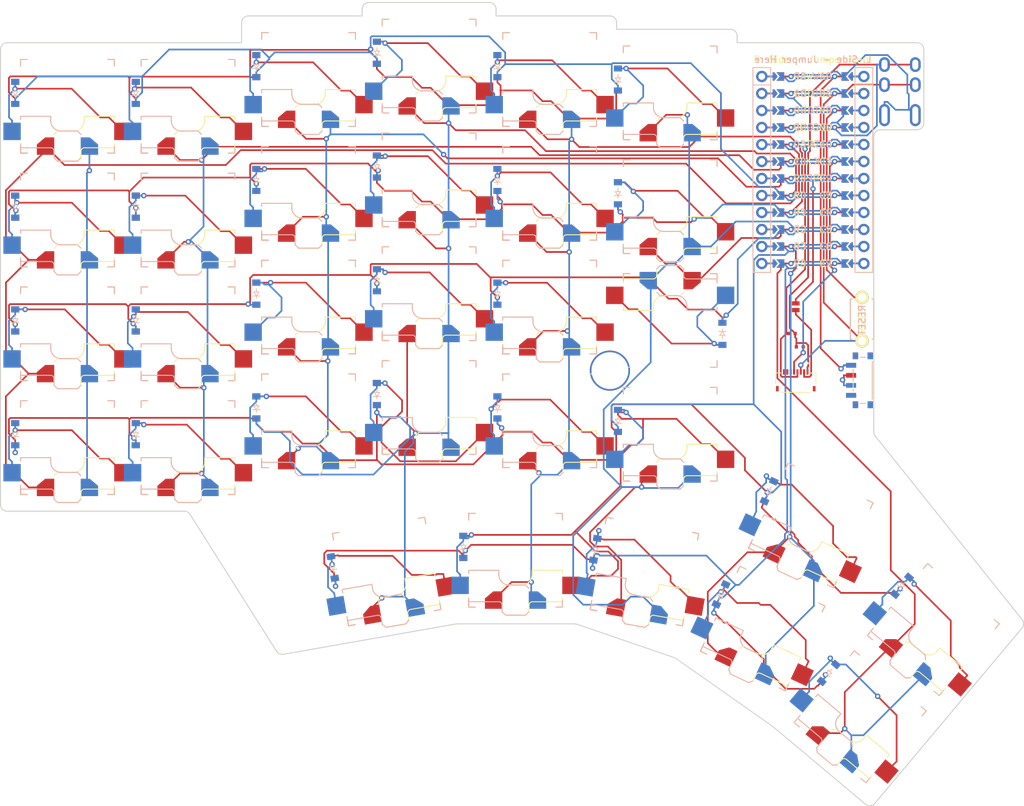
<source format=kicad_pcb>
(kicad_pcb (version 20221018) (generator pcbnew)
  (title_block (title "nib") (rev "v1.0.0") (company "Unknown"))
  (layers (0 "F.Cu" signal) (31 "B.Cu" signal) (34 "B.Paste" user) (35 "F.Paste" user) (36 "B.SilkS" user "B.Silkscreen") (37 "F.SilkS" user "F.Silkscreen") (38 "B.Mask" user) (39 "F.Mask" user) (44 "Edge.Cuts" user))
  (net 0 "")
  (net 1 "RAW")
  (net 2 "GND")
  (net 3 "RST")
  (net 4 "VCC")
  (net 5 "DATA")
  (net 6 "CLK")
  (net 7 "RESET")
  (net 8 "R0")
  (net 9 "R1")
  (net 10 "R2")
  (net 11 "R3")
  (net 12 "R4")
  (net 13 "SP")
  (net 14 "D1")
  (net 15 "C0")
  (net 16 "C1")
  (net 17 "C2")
  (net 18 "C3")
  (net 19 "C4")
  (net 20 "C5")
  (net 21 "C6")
  (net 22 "C7")
  (net 23 "MCU1_24")
  (net 24 "MCU1_1")
  (net 25 "MCU1_23")
  (net 26 "MCU1_2")
  (net 27 "MCU1_22")
  (net 28 "MCU1_3")
  (net 29 "MCU1_21")
  (net 30 "MCU1_4")
  (net 31 "MCU1_20")
  (net 32 "MCU1_5")
  (net 33 "MCU1_19")
  (net 34 "MCU1_6")
  (net 35 "MCU1_18")
  (net 36 "MCU1_7")
  (net 37 "MCU1_17")
  (net 38 "MCU1_8")
  (net 39 "MCU1_16")
  (net 40 "MCU1_9")
  (net 41 "MCU1_15")
  (net 42 "MCU1_10")
  (net 43 "MCU1_14")
  (net 44 "MCU1_11")
  (net 45 "MCU1_13")
  (net 46 "MCU1_12")
  (net 47 "pinky2_bottom")
  (net 48 "pinky2_home")
  (net 49 "pinky2_top")
  (net 50 "pinky2_num")
  (net 51 "pinky_bottom")
  (net 52 "pinky_home")
  (net 53 "pinky_top")
  (net 54 "pinky_num")
  (net 55 "ring_bottom")
  (net 56 "ring_home")
  (net 57 "ring_top")
  (net 58 "ring_num")
  (net 59 "middle_bottom")
  (net 60 "middle_home")
  (net 61 "middle_top")
  (net 62 "middle_num")
  (net 63 "index_bottom")
  (net 64 "index_home")
  (net 65 "index_top")
  (net 66 "index_num")
  (net 67 "inner_bottom")
  (net 68 "inner_home")
  (net 69 "inner_top")
  (net 70 "inner_num")
  (net 71 "inner2_bottom")
  (net 72 "home_bottom")
  (net 73 "outer_bottom")
  (net 74 "outer_top")
  (net 75 "outer2_bottom")
  (net 76 "outer2_top")
  (net 77 "BAT_P")
  (net 78 "RESETC")
  (footprint "kbd:ResetSW" (layer "F.Cu") (at 218.65 80.8 -90)
    (fp_text reference "B1" hide)
    (fp_text value "")
  )
  (footprint "ComboDiode" (layer "F.Cu") (at 159.1084 114.833 90)
    (fp_text reference "D26" hide)
    (fp_text value "" hide)
  )
  (footprint "PG1350" (layer "F.Cu") (at 100 66 180)
    (fp_text reference "S3" hide)
    (fp_text value "")
  )
  (footprint "ComboDiode" (layer "F.Cu") (at 146.2 92 90)
    (fp_text reference "D13" hide)
    (fp_text value "" hide)
  )
  (footprint "PG1350" (layer "F.Cu") (at 154 60 180)
    (fp_text reference "S15" hide)
    (fp_text value "")
  )
  (footprint "PG1350" (layer "F.Cu") (at 118 66 180)
    (fp_text reference "S7" hide)
    (fp_text value "")
  )
  (footprint "PG1350" (layer "F.Cu") (at 136 62 180)
    (fp_text reference "S11" hide)
    (fp_text value "")
  )
  (footprint "PG1350" (layer "F.Cu") (at 118 49 180)
    (fp_text reference "S8" hide)
    (fp_text value "")
  )
  (footprint "ComboDiode" (layer "F.Cu") (at 110.2 47 90)
    (fp_text reference "D8" hide)
    (fp_text value "" hide)
  )
  (footprint "PG1350" (layer "F.Cu") (at 136 96 180)
    (fp_text reference "S9" hide)
    (fp_text value "")
  )
  (footprint "ComboDiode" (layer "F.Cu") (at 197.8 83 -90)
    (fp_text reference "D22" hide)
    (fp_text value "" hide)
  )
  (footprint "PG1350" (layer "F.Cu") (at 147.6577 118.5173 -170)
    (fp_text reference "S25" hide)
    (fp_text value "")
  )
  (footprint "ComboDiode" (layer "F.Cu") (at 92.2 98 90)
    (fp_text reference "D1" hide)
    (fp_text value "" hide)
  )
  (footprint "PG1350" (layer "F.Cu") (at 172 62 180)
    (fp_text reference "S19" hide)
    (fp_text value "")
  )
  (footprint "ComboDiode" (layer "F.Cu") (at 128.2 60 90)
    (fp_text reference "D11" hide)
    (fp_text value "" hide)
  )
  (footprint "HRS_FH34SRJ-8S-0.5SH_50_" (layer "F.Cu") (at 208.75 89.95)
    (fp_text reference "DISP1" hide)
    (fp_text value "HRS_FH34SRJ-8S-0.5SH_50_")
  )
  (footprint "ComboDiode" (layer "F.Cu") (at 128.2 43 90)
    (fp_text reference "D12" hide)
    (fp_text value "" hide)
  )
  (footprint "ComboDiode" (layer "F.Cu") (at 224.607 120.6445 50)
    (fp_text reference "D31" hide)
    (fp_text value "" hide)
  )
  (footprint "PG1350" (layer "F.Cu") (at 118 83 180)
    (fp_text reference "S6" hide)
    (fp_text value "")
  )
  (footprint "PG1350" (layer "F.Cu") (at 118 100 180)
    (fp_text reference "S5" hide)
    (fp_text value "")
  )
  (footprint "ComboDiode" (layer "F.Cu") (at 213.6796 133.6673 50)
    (fp_text reference "D30" hide)
    (fp_text value "" hide)
  )
  (footprint "ComboDiode" (layer "F.Cu") (at 146.2 58 90)
    (fp_text reference "D15" hide)
    (fp_text value "" hide)
  )
  (footprint "ComboDiode" (layer "F.Cu") (at 110.2 64 90)
    (fp_text reference "D7" hide)
    (fp_text value "" hide)
  )
  (footprint "PG1350" (layer "F.Cu") (at 166.9084 116.833 180)
    (fp_text reference "S26" hide)
    (fp_text value "")
  )
  (footprint "ComboDiode" (layer "F.Cu") (at 92.2 47 90)
    (fp_text reference "D4" hide)
    (fp_text value "" hide)
  )
  (footprint "ComboDiode" (layer "F.Cu") (at 146.2 75 90)
    (fp_text reference "D14" hide)
    (fp_text value "" hide)
  )
  (footprint "Screw_Hole" (layer "F.Cu") (at 226.5964 109.0587 -25)
    (fp_text reference "H4" hide)
    (fp_text value "")
  )
  (footprint "ceoloide:TRRS-PJ-320A-dual (reversible, symmetric)" (layer "F.Cu") (at 226.6 39.575)
    (fp_text reference "TRRS1" hide)
    (fp_text value "TRRS-PJ-320A-dual")
  )
  (footprint "RES_ERJ2RKF4701X" (layer "F.Cu") (at 209.35 84.95)
    (fp_text reference "DISP3" hide)
    (fp_text value "RES_ERJ2RKF4701X")
  )
  (footprint "PG1350" (layer "F.Cu") (at 190 81)
    (fp_text reference "S22" hide)
    (fp_text value "")
  )
  (footprint "PG1350" (layer "F.Cu") (at 100 100 180)
    (fp_text reference "S1" hide)
    (fp_text value "")
  )
  (footprint "ComboDiode" (layer "F.Cu") (at 164.2 60 90)
    (fp_text reference "D19" hide)
    (fp_text value "" hide)
  )
  (footprint "PG1350" (layer "F.Cu") (at 136 45 180)
    (fp_text reference "S12" hide)
    (fp_text value "")
  )
  (footprint "ComboDiode" (layer "F.Cu") (at 92.2 81 90)
    (fp_text reference "D2" hide)
    (fp_text value "" hide)
  )
  (footprint "trackpoint_mount_t430" (layer "F.Cu") (at 181 88.5 45)
    (fp_text reference "TP1" hide)
    (fp_text value "")
  )
  (footprint "PG1350" (layer "F.Cu") (at 100 49 180)
    (fp_text reference "S4" hide)
    (fp_text value "")
  )
  (footprint "PG1350" (layer "F.Cu") (at 190 64 180)
    (fp_text reference "S23" hide)
    (fp_text value "")
  )
  (footprint "power_switch" (layer "F.Cu") (at 218.75 89.95)
    (fp_text reference "SW1" hide)
    (fp_text value "")
  )
  (footprint "PG1350" (layer "F.Cu") (at 229.2965 127.1904 140)
    (fp_text reference "S31" hide)
    (fp_text value "")
  )
  (footprint "RES_ERJ2RKF4701X" (layer "F.Cu") (at 208.15 82.95)
    (fp_text reference "DISP2" hide)
    (fp_text value "RES_ERJ2RKF4701X")
  )
  (footprint "ComboDiode" (layer "F.Cu") (at 164.2 94 90)
    (fp_text reference "D17" hide)
    (fp_text value "" hide)
  )
  (footprint "ComboDiode" (layer "F.Cu") (at 92.2 64 90)
    (fp_text reference "D3" hide)
    (fp_text value "" hide)
  )
  (footprint "ComboDiode" (layer "F.Cu") (at 178.8249 115.1932 80)
    (fp_text reference "D27" hide)
    (fp_text value "" hide)
  )
  (footprint "Screw_Hole" (layer "F.Cu") (at 200.26 41.39)
    (fp_text reference "H3" hide)
    (fp_text value "")
  )
  (footprint "ComboDiode" (layer "F.Cu") (at 182.2 62 90)
    (fp_text reference "D23" hide)
    (fp_text value "" hide)
  )
  (footprint "PG1350" (layer "F.Cu") (at 154 43 180)
    (fp_text reference "S16" hide)
    (fp_text value "")
  )
  (footprint "Screw_Hole" (layer "F.Cu") (at 109 41.35)
    (fp_text reference "H1" hide)
    (fp_text value "")
  )
  (footprint "PG1350" (layer "F.Cu") (at 190 47 180)
    (fp_text reference "S24" hide)
    (fp_text value "")
  )
  (footprint "PG1350" (layer "F.Cu") (at 154 94 180)
    (fp_text reference "S13" hide)
    (fp_text value "")
  )
  (footprint "ComboDiode" (layer "F.Cu") (at 110.2 98 90)
    (fp_text reference "D5" hide)
    (fp_text value "" hide)
  )
  (footprint "PG1350" (layer "F.Cu") (at 172 79 180)
    (fp_text reference "S18" hide)
    (fp_text value "")
  )
  (footprint "ComboDiode" (layer "F.Cu") (at 164.2 77 90)
    (fp_text reference "D18" hide)
    (fp_text value "" hide)
  )
  (footprint "ComboDiode" (layer "F.Cu") (at 139.6289 117.9021 100)
    (fp_text reference "D25" hide)
    (fp_text value "" hide)
  )
  (footprint "ComboDiode" (layer "F.Cu") (at 182.2 96 90)
    (fp_text reference "D21" hide)
    (fp_text value "" hide)
  )
  (footprint "ComboDiode" (layer "F.Cu") (at 110.2 81 90)
    (fp_text reference "D6" hide)
    (fp_text value "" hide)
  )
  (footprint "PG1350" (layer "F.Cu") (at 154 77 180)
    (fp_text reference "S14" hide)
    (fp_text value "")
  )
  (footprint "ComboDiode" (layer "F.Cu") (at 164.2 43 90)
    (fp_text reference "D20" hide)
    (fp_text value "" hide)
  )
  (footprint "PG1350" (layer "F.Cu") (at 186.1591 118.5173 170)
    (fp_text reference "S27" hide)
    (fp_text value "")
  )
  (footprint "ComboDiode" (layer "F.Cu") (at 182.2 45 90)
    (fp_text reference "D24" hide)
    (fp_text value "" hide)
  )
  (footprint "PG1350" (layer "F.Cu") (at 172 96 180)
    (fp_text reference "S17" hide)
    (fp_text value "")
  )
  (footprint "Screw_Hole" (layer "F.Cu") (at 121.6 111)
    (fp_text reference "H2" hide)
    (fp_text value "")
  )
  (footprint "ComboDiode" (layer "F.Cu") (at 146.2 41 90)
    (fp_text reference "D16" hide)
    (fp_text value "" hide)
  )
  (footprint "ComboDiode" (layer "F.Cu") (at 128.2 77 90)
    (fp_text reference "D10" hide)
    (fp_text value "" hide)
  )
  (footprint "PG1350" (layer "F.Cu") (at 190 98 180)
    (fp_text reference "S21" hide)
    (fp_text value "")
  )
  (footprint "PG1350" (layer "F.Cu") (at 210.9972 111.6324 155)
    (fp_text reference "S29" hide)
    (fp_text value "")
  )
  (footprint "PG1350" (layer "F.Cu") (at 100 83 180)
    (fp_text reference "S2" hide)
    (fp_text value "")
  )
  (footprint "PG1350" (layer "F.Cu") (at 218.3692 140.2131 140)
    (fp_text reference "S30" hide)
    (fp_text value "")
  )
  (footprint "ComboDiode" (layer "F.Cu") (at 197.5888 121.9306 65)
    (fp_text reference "D28" hide)
    (fp_text value "" hide)
  )
  (footprint "nice_nano" (layer "F.Cu") (at 211.3 57.25)
    (fp_text reference "MCU1" hide)
    (fp_text value "")
  )
  (footprint "ComboDiode" (layer "F.Cu") (at 128.2 94 90)
    (fp_text reference "D9" hide)
    (fp_text value "" hide)
  )
  (footprint "PG1350" (layer "F.Cu") (at 172 45 180)
    (fp_text reference "S20" hide)
    (fp_text value "")
  )
  (footprint "PG1350" (layer "F.Cu") (at 203.8127 127.0396 155)
    (fp_text reference "S28" hide)
    (fp_text value "")
  )
  (footprint "lib:Jumper" (layer "F.Cu") (at 208.75 78.95 90)
    (fp_text reference "J1" hide)
    (fp_text value "Jumper")
  )
  (footprint "PG1350" (layer "F.Cu") (at 136 79 180)
    (fp_text reference "S10" hide)
    (fp_text value "")
  )
  (footprint "ComboDiode" (layer "F.Cu") (at 204.7733 106.5233 65)
    (fp_text reference "D29" hide)
    (fp_text value "" hide)
  )
  (gr_line (start 219.157073 153.275626) (end 205.401093 141.732989) (stroke (width 0.15)) (layer "Edge.Cuts"))
  (gr_line (start 126 39.5) (end 126 36.5) (stroke (width 0.15)) (layer "Edge.Cuts"))
  (gr_line (start 91 109.5) (end 117.44889 109.5) (stroke (width 0.15)) (layer "Edge.Cuts"))
  (gr_line (start 176.040108 126.379556) (end 175.708394 126.333037) (stroke (width 0.15)) (layer "Edge.Cuts"))
  (gr_line (start 163 33.5) (end 145 33.5) (stroke (width 0.15)) (layer "Edge.Cuts"))
  (gr_line (start 220.4 97.64933) (end 220.4 53.5075) (stroke (width 0.15)) (layer "Edge.Cuts"))
  (gr_line (start 182 37.5) (end 182 36.5) (stroke (width 0.15)) (layer "Edge.Cuts"))
  (gr_line (start 190.600588 131.37729) (end 176.040108 126.379556) (stroke (width 0.15)) (layer "Edge.Cuts"))
  (gr_arc (start 163 33.5) (mid 163.707107 33.792893) (end 164 34.5) (stroke (width 0.15)) (layer "Edge.Cuts"))
  (gr_line (start 91 39.5) (end 126 39.5) (stroke (width 0.15)) (layer "Edge.Cuts"))
  (gr_arc (start 181 35.5) (mid 181.707107 35.792893) (end 182 36.5) (stroke (width 0.15)) (layer "Edge.Cuts"))
  (gr_arc (start 226.8725 39.5) (mid 227.579607 39.792893) (end 227.8725 40.5) (stroke (width 0.15)) (layer "Edge.Cuts"))
  (gr_line (start 90 108.5) (end 90 40.5) (stroke (width 0.15)) (layer "Edge.Cuts"))
  (gr_arc (start 90 40.5) (mid 90.292893 39.792893) (end 91 39.5) (stroke (width 0.15)) (layer "Edge.Cuts"))
  (gr_line (start 144 35.5) (end 127 35.5) (stroke (width 0.15)) (layer "Edge.Cuts"))
  (gr_arc (start 199 37.5) (mid 199.707107 37.792893) (end 200 38.5) (stroke (width 0.15)) (layer "Edge.Cuts"))
  (gr_arc (start 220.4 53.5075) (mid 220.692893 52.800393) (end 221.4 52.5075) (stroke (width 0.15)) (layer "Edge.Cuts"))
  (gr_line (start 175.708394 126.333037) (end 158.195662 126.333037) (stroke (width 0.15)) (layer "Edge.Cuts"))
  (gr_arc (start 220.619008 98.273871) (mid 220.456339 97.980244) (end 220.4 97.64933) (stroke (width 0.15)) (layer "Edge.Cuts"))
  (gr_arc (start 91 109.5) (mid 90.292893 109.207107) (end 90 108.5) (stroke (width 0.15)) (layer "Edge.Cuts"))
  (gr_arc (start 242.551848 125.701028) (mid 242.770786 126.337362) (end 242.536901 126.968355) (stroke (width 0.15)) (layer "Edge.Cuts"))
  (gr_line (start 158.022445 126.348154) (end 132.241287 130.882433) (stroke (width 0.15)) (layer "Edge.Cuts"))
  (gr_line (start 200 39.5) (end 200 38.5) (stroke (width 0.15)) (layer "Edge.Cuts"))
  (gr_line (start 200 39.5) (end 226.8725 39.5) (stroke (width 0.15)) (layer "Edge.Cuts"))
  (gr_line (start 164 35.5) (end 164 34.5) (stroke (width 0.15)) (layer "Edge.Cuts"))
  (gr_arc (start 132.241286 130.882432) (mid 131.663373 130.811999) (end 131.222629 130.431619) (stroke (width 0.15)) (layer "Edge.Cuts"))
  (gr_line (start 242.536901 126.968355) (end 220.565905 153.152369) (stroke (width 0.15)) (layer "Edge.Cuts"))
  (gr_line (start 181 35.5) (end 164 35.5) (stroke (width 0.15)) (layer "Edge.Cuts"))
  (gr_arc (start 205.333217 141.680818) (mid 205.367714 141.706177) (end 205.401093 141.732989) (stroke (width 0.15)) (layer "Edge.Cuts"))
  (gr_arc (start 117.44889 109.499999) (mid 117.931555 109.624194) (end 118.294331 109.96593) (stroke (width 0.15)) (layer "Edge.Cuts"))
  (gr_arc (start 158.022445 126.348153) (mid 158.108724 126.336823) (end 158.195662 126.333037) (stroke (width 0.15)) (layer "Edge.Cuts"))
  (gr_arc (start 227.8725 51.5075) (mid 227.579607 52.214607) (end 226.8725 52.5075) (stroke (width 0.15)) (layer "Edge.Cuts"))
  (gr_arc (start 220.565904 153.152369) (mid 219.887016 153.505776) (end 219.157073 153.275626) (stroke (width 0.15)) (layer "Edge.Cuts"))
  (gr_arc (start 190.600588 131.37729) (mid 190.730224 131.432268) (end 190.850852 131.50491) (stroke (width 0.15)) (layer "Edge.Cuts"))
  (gr_line (start 131.222629 130.431619) (end 118.294331 109.96593) (stroke (width 0.15)) (layer "Edge.Cuts"))
  (gr_arc (start 144 34.5) (mid 144.292893 33.792893) (end 145 33.5) (stroke (width 0.15)) (layer "Edge.Cuts"))
  (gr_line (start 226.8725 52.5075) (end 221.4 52.5075) (stroke (width 0.15)) (layer "Edge.Cuts"))
  (gr_line (start 220.619008 98.273871) (end 242.551849 125.701027) (stroke (width 0.15)) (layer "Edge.Cuts"))
  (gr_line (start 227.8725 40.5) (end 227.8725 51.5075) (stroke (width 0.15)) (layer "Edge.Cuts"))
  (gr_line (start 205.333218 141.680818) (end 190.850852 131.50491) (stroke (width 0.15)) (layer "Edge.Cuts"))
  (gr_line (start 144 35.5) (end 144 34.5) (stroke (width 0.15)) (layer "Edge.Cuts"))
  (gr_line (start 199 37.5) (end 182 37.5) (stroke (width 0.15)) (layer "Edge.Cuts"))
  (gr_arc (start 126 36.5) (mid 126.292893 35.792893) (end 127 35.5) (stroke (width 0.15)) (layer "Edge.Cuts"))
  (segment (start 217.015 87.7) (end 215.9381 87.7) (width 0.25) (layer "F.Cu") (net 1))
  (segment (start 214.562 44.55) (end 214.561 44.55) (width 0.25) (layer "F.Cu") (net 1))
  (segment (start 215.5122 88.2147) (end 215.9381 87.7888) (width 0.25) (layer "F.Cu") (net 1))
  (segment (start 212.4675 85.17) (end 215.5122 88.2147) (width 0.25) (layer "F.Cu") (net 1))
  (segment (start 214.561 44.55) (end 214.56 44.55) (width 0.25) (layer "F.Cu") (net 1))
  (segment (start 216.075 44.55) (end 214.562 44.55) (width 0.25) (layer "F.Cu") (net 1))
  (segment (start 214.561 44.55) (end 212.4675 46.6435) (width 0.25) (layer "F.Cu") (net 1))
  (segment (start 216.08 44.55) (end 216.075 44.55) (width 0.25) (layer "F.Cu") (net 1))
  (segment (start 215.9381 87.7888) (end 215.9381 87.7) (width 0.25) (layer "F.Cu") (net 1))
  (segment (start 212.4675 46.6435) (end 212.4675 85.17) (width 0.25) (layer "F.Cu") (net 1))
  (via (at 215.5122 88.2147) (size 0.8) (drill 0.4) (layers "F.Cu" "B.Cu") (net 1))
  (segment (start 207.69 45.28) (end 208.39 45.28) (width 0.25) (layer "B.Cu") (net 1))
  (segment (start 217.015 87.7) (end 215.9381 87.7) (width 0.25) (layer "B.Cu") (net 1))
  (segment (start 214.31 44.8) (end 214.4608 44.6492) (width 0.25) (layer "B.Cu") (net 1))
  (segment (start 206.53 44.55) (end 206.525 44.55) (width 0.25) (layer "B.Cu") (net 1))
  (segment (start 215.9381 87.7) (end 215.9381 87.7888) (width 0.25) (layer "B.Cu") (net 1))
  (segment (start 206.53 44.55) (end 206.96 44.55) (width 0.25) (layer "B.Cu") (net 1))
  (segment (start 214.562 44.55) (end 214.4628 44.6492) (width 0.25) (layer "B.Cu") (net 1))
  (segment (start 215.9381 87.7888) (end 215.5122 88.2147) (width 0.25) (layer "B.Cu") (net 1))
  (segment (start 214.4628 44.6492) (end 214.4608 44.6492) (width 0.25) (layer "B.Cu") (net 1))
  (segment (start 206.96 44.55) (end 207.69 45.28) (width 0.25) (layer "B.Cu") (net 1))
  (segment (start 208.76 44.9) (end 208.76 44.89) (width 0.25) (layer "B.Cu") (net 1))
  (segment (start 208.76 44.89) (end 208.85 44.8) (width 0.25) (layer "B.Cu") (net 1))
  (segment (start 208.39 45.28) (end 208.76 44.9) (width 0.25) (layer "B.Cu") (net 1))
  (segment (start 214.4608 44.6492) (end 214.56 44.55) (width 0.25) (layer "B.Cu") (net 1))
  (segment (start 208.85 44.8) (end 214.31 44.8) (width 0.25) (layer "B.Cu") (net 1))
  (segment (start 216.08 47.09) (end 216.08 46.9531) (width 0.25) (layer "F.Cu") (net 2))
  (segment (start 212.9194 78.3194) (end 218.65 84.05) (width 0.25) (layer "F.Cu") (net 2))
  (segment (start 208.038 52.17) (end 208.04 52.17) (width 0.25) (layer "F.Cu") (net 2))
  (segment (start 212.9194 48.7316) (end 212.9194 78.3194) (width 0.25) (layer "F.Cu") (net 2))
  (segment (start 206.53 52.17) (end 208.038 52.17) (width 0.25) (layer "F.Cu") (net 2))
  (segment (start 214.562 47.09) (end 214.561 47.09) (width 0.25) (layer "F.Cu") (net 2))
  (segment (start 216.08 46.9531) (end 217.2581 45.775) (width 0.25) (layer "F.Cu") (net 2))
  (segment (start 216.08 47.09) (end 216.075 47.09) (width 0.25) (layer "F.Cu") (net 2))
  (segment (start 208.038 49.63) (end 208.04 49.63) (width 0.25) (layer "F.Cu") (net 2))
  (segment (start 217.2581 45.775) (end 222 45.775) (width 0.25) (layer "F.Cu") (net 2))
  (segment (start 206.53 49.63) (end 208.038 49.63) (width 0.25) (layer "F.Cu") (net 2))
  (segment (start 214.561 47.09) (end 214.56 47.09) (width 0.25) (layer "F.Cu") (net 2))
  (segment (start 206.53 52.17) (end 206.525 52.17) (width 0.25) (layer "F.Cu") (net 2))
  (segment (start 206.53 49.63) (end 206.525 49.63) (width 0.25) (layer "F.Cu") (net 2))
  (segment (start 222 45.775) (end 226.6 45.775) (width 0.25) (layer "F.Cu") (net 2))
  (segment (start 214.561 47.09) (end 212.9194 48.7316) (width 0.25) (layer "F.Cu") (net 2))
  (segment (start 209.5 88.7) (end 209.5 87.6808) (width 0.25) (layer "F.Cu") (net 2))
  (segment (start 216.075 47.09) (end 214.562 47.09) (width 0.25) (layer "F.Cu") (net 2))
  (via (at 209.5 87.6808) (size 0.8) (drill 0.4) (layers "F.Cu" "B.Cu") (net 2))
  (segment (start 208.165 52.045) (end 208.163 52.045) (width 0.25) (layer "B.Cu") (net 2))
  (segment (start 208.76 47.43) (end 208.85 47.34) (width 0.25) (layer "B.Cu") (net 2))
  (segment (start 208.165 49.505) (end 208.04 49.63) (width 0.25) (layer "B.Cu") (net 2))
  (segment (start 208.163 52.045) (end 208.038 52.17) (width 0.25) (layer "B.Cu") (net 2))
  (segment (start 208.76 47.44) (end 208.76 47.43) (width 0.25) (layer "B.Cu") (net 2))
  (segment (start 216.075 52.17) (end 215.64 52.17) (width 0.25) (layer "B.Cu") (net 2))
  (segment (start 216.08 52.17) (end 216.075 52.17) (width 0.25) (layer "B.Cu") (net 2))
  (segment (start 214.91 51.44) (end 214.21 51.44) (width 0.25) (layer "B.Cu") (net 2))
  (segment (start 213.74 51.92) (end 208.29 51.92) (width 0.25) (layer "B.Cu") (net 2))
  (segment (start 215.64 52.17) (end 214.91 51.44) (width 0.25) (layer "B.Cu") (net 2))
  (segment (start 213.1308 84.05) (end 209.5 87.6808) (width 0.25) (layer "B.Cu") (net 2))
  (segment (start 218.65 84.05) (end 213.1308 84.05) (width 0.25) (layer "B.Cu") (net 2))
  (segment (start 214.4608 47.1892) (end 214.56 47.09) (width 0.25) (layer "B.Cu") (net 2))
  (segment (start 208.165 49.505) (end 208.163 49.505) (width 0.25) (layer "B.Cu") (net 2))
  (segment (start 206.96 47.09) (end 207.69 47.82) (width 0.25) (layer "B.Cu") (net 2))
  (segment (start 214.562 47.09) (end 214.4628 47.1892) (width 0.25) (layer "B.Cu") (net 2))
  (segment (start 208.39 47.82) (end 208.76 47.44) (width 0.25) (layer "B.Cu") (net 2))
  (segment (start 215.8575 50.4925) (end 214.91 51.44) (width 0.25) (layer "B.Cu") (net 2))
  (segment (start 216.08 49.63) (end 216.075 49.63) (width 0.25) (layer "B.Cu") (net 2))
  (segment (start 214.91 48.9) (end 214.21 48.9) (width 0.25) (layer "B.Cu") (net 2))
  (segment (start 209.95 49.38) (end 208.39 47.82) (width 0.25) (layer "B.Cu") (net 2))
  (segment (start 208.29 51.92) (end 208.165 52.045) (width 0.25) (layer "B.Cu") (net 2))
  (segment (start 209.95 49.38) (end 208.29 49.38) (width 0.25) (layer "B.Cu") (net 2))
  (segment (start 208.165 52.045) (end 208.04 52.17) (width 0.25) (layer "B.Cu") (net 2))
  (segment (start 207.69 47.82) (end 208.39 47.82) (width 0.25) (layer "B.Cu") (net 2))
  (segment (start 206.53 47.09) (end 206.525 47.09) (width 0.25) (layer "B.Cu") (net 2))
  (segment (start 214.31 47.34) (end 214.4608 47.1892) (width 0.25) (layer "B.Cu") (net 2))
  (segment (start 208.85 47.34) (end 214.31 47.34) (width 0.25) (layer "B.Cu") (net 2))
  (segment (start 216.075 49.63) (end 215.8575 49.63) (width 0.25) (layer "B.Cu") (net 2))
  (segment (start 206.53 47.09) (end 206.96 47.09) (width 0.25) (layer "B.Cu") (net 2))
  (segment (start 215.8575 49.63) (end 215.8575 50.4925) (width 0.25) (layer "B.Cu") (net 2))
  (segment (start 215.64 49.63) (end 214.91 48.9) (width 0.25) (layer "B.Cu") (net 2))
  (segment (start 208.29 49.38) (end 208.165 49.505) (width 0.25) (layer "B.Cu") (net 2))
  (segment (start 214.21 48.9) (end 213.74 49.38) (width 0.25) (layer "B.Cu") (net 2))
  (segment (start 213.74 49.38) (end 209.95 49.38) (width 0.25) (layer "B.Cu") (net 2))
  (segment (start 215.8575 49.63) (end 215.64 49.63) (width 0.25) (layer "B.Cu") (net 2))
  (segment (start 208.163 49.505) (end 208.038 49.63) (width 0.25) (layer "B.Cu") (net 2))
  (segment (start 214.4628 47.1892) (end 214.4608 47.1892) (width 0.25) (layer "B.Cu") (net 2))
  (segment (start 214.21 51.44) (end 213.74 51.92) (width 0.25) (layer "B.Cu") (net 2))
  (segment (start 216.08 49.63) (end 216.075 49.63) (width 0.25) (layer "F.Cu") (net 3))
  (segment (start 213.3713 50.8197) (end 213.3713 73.437) (width 0.25) (layer "F.Cu") (net 3))
  (segment (start 217.4843 77.55) (end 218.65 77.55) (width 0.25) (layer "F.Cu") (net 3))
  (segment (start 213.3713 73.437) (end 217.4843 77.55) (width 0.25) (layer "F.Cu") (net 3))
  (segment (start 214.561 49.63) (end 213.3713 50.8197) (width 0.25) (layer "F.Cu") (net 3))
  (segment (start 214.561 49.63) (end 214.56 49.63) (width 0.25) (layer "F.Cu") (net 3))
  (segment (start 216.075 49.63) (end 214.562 49.63) (width 0.25) (layer "F.Cu") (net 3))
  (segment (start 214.562 49.63) (end 214.561 49.63) (width 0.25) (layer "F.Cu") (net 3))
  (segment (start 207.69 50.36) (end 208.39 50.36) (width 0.25) (layer "B.Cu") (net 3))
  (segment (start 208.76 49.97) (end 208.85 49.88) (width 0.25) (layer "B.Cu") (net 3))
  (segment (start 206.96 49.63) (end 207.69 50.36) (width 0.25) (layer "B.Cu") (net 3))
  (segment (start 214.31 49.88) (end 214.4608 49.7292) (width 0.25) (layer "B.Cu") (net 3))
  (segment (start 208.39 50.36) (end 208.76 49.98) (width 0.25) (layer "B.Cu") (net 3))
  (segment (start 214.4608 49.7292) (end 214.56 49.63) (width 0.25) (layer "B.Cu") (net 3))
  (segment (start 208.85 49.88) (end 214.31 49.88) (width 0.25) (layer "B.Cu") (net 3))
  (segment (start 206.53 49.63) (end 206.525 49.63) (width 0.25) (layer "B.Cu") (net 3))
  (segment (start 208.76 49.98) (end 208.76 49.97) (width 0.25) (layer "B.Cu") (net 3))
  (segment (start 214.4628 49.7292) (end 214.4608 49.7292) (width 0.25) (layer "B.Cu") (net 3))
  (segment (start 206.53 49.63) (end 206.96 49.63) (width 0.25) (layer "B.Cu") (net 3))
  (segment (start 214.562 49.63) (end 214.4628 49.7292) (width 0.25) (layer "B.Cu") (net 3))
  (segment (start 210.5 87.9731) (end 210.5951 87.878) (width 0.25) (layer "F.Cu") (net 4))
  (segment (start 207.8516 82.1396) (end 207.8516 77.3182) (width 0.25) (layer "F.Cu") (net 4))
  (segment (start 208.662 82.95) (end 208.662 83.5269) (width 0.25) (layer "F.Cu") (net 4))
  (segment (start 208.838 84.95) (end 208.838 84.3731) (width 0.25) (layer "F.Cu") (net 4))
  (segment (start 210.5973 55.9661) (end 210.8692 55.6942) (width 0.25) (layer "F.Cu") (net 4))
  (segment (start 216.075 52.17) (end 214.562 52.17) (width 0.25) (layer "F.Cu") (net 4))
  (segment (start 210.5973 74.5725) (end 210.5973 55.9661) (width 0.25) (layer "F.Cu") (net 4))
  (segment (start 210.8692 55.6942) (end 210.8692 47.2025) (width 0.25) (layer "F.Cu") (net 4))
  (segment (start 208.662 83.5269) (end 208.838 83.7029) (width 0.25) (layer "F.Cu") (net 4))
  (segment (start 210.8692 47.2025) (end 215.2967 42.775) (width 0.25) (layer "F.Cu") (net 4))
  (segment (start 208.662 82.95) (end 207.8516 82.1396) (width 0.25) (layer "F.Cu") (net 4))
  (segment (start 210.5951 84.6952) (end 210.273 84.3731) (width 0.25) (layer "F.Cu") (net 4))
  (segment (start 207.8516 77.3182) (end 210.5973 74.5725) (width 0.25) (layer "F.Cu") (net 4))
  (segment (start 214.562 52.17) (end 214.56 52.17) (width 0.25) (layer "F.Cu") (net 4))
  (segment (start 210.5951 87.878) (end 210.5951 84.6952) (width 0.25) (layer "F.Cu") (net 4))
  (segment (start 208.838 83.7029) (end 208.838 84.3731) (width 0.25) (layer "F.Cu") (net 4))
  (segment (start 210.5 88.7) (end 210.5 87.9731) (width 0.25) (layer "F.Cu") (net 4))
  (segment (start 210.273 84.3731) (end 208.838 84.3731) (width 0.25) (layer "F.Cu") (net 4))
  (segment (start 215.2967 42.775) (end 222 42.775) (width 0.25) (layer "F.Cu") (net 4))
  (segment (start 216.08 52.17) (end 216.075 52.17) (width 0.25) (layer "F.Cu") (net 4))
  (segment (start 226.6 42.775) (end 222 42.775) (width 0.25) (layer "F.Cu") (net 4))
  (segment (start 208.39 52.9) (end 208.76 52.52) (width 0.25) (layer "B.Cu") (net 4))
  (segment (start 207.69 52.9) (end 208.39 52.9) (width 0.25) (layer "B.Cu") (net 4))
  (segment (start 206.53 52.17) (end 206.525 52.17) (width 0.25) (layer "B.Cu") (net 4))
  (segment (start 206.96 52.17) (end 207.69 52.9) (width 0.25) (layer "B.Cu") (net 4))
  (segment (start 215.6004 53.354) (end 214.562 52.3156) (width 0.25) (layer "B.Cu") (net 4))
  (segment (start 220.8731 51.8828) (end 219.4019 53.354) (width 0.25) (layer "B.Cu") (net 4))
  (segment (start 219.4019 53.354) (end 215.6004 53.354) (width 0.25) (layer "B.Cu") (net 4))
  (segment (start 208.85 52.42) (end 214.31 52.42) (width 0.25) (layer "B.Cu") (net 4))
  (segment (start 208.76 52.52) (end 208.76 52.51) (width 0.25) (layer "B.Cu") (net 4))
  (segment (start 214.4628 52.2692) (end 214.4608 52.2692) (width 0.25) (layer "B.Cu") (net 4))
  (segment (start 214.562 52.3156) (end 214.562 52.17) (width 0.25) (layer "B.Cu") (net 4))
  (segment (start 214.562 52.17) (end 214.4628 52.2692) (width 0.25) (layer "B.Cu") (net 4))
  (segment (start 214.4608 52.2692) (end 214.56 52.17) (width 0.25) (layer "B.Cu") (net 4))
  (segment (start 214.31 52.42) (end 214.4608 52.2692) (width 0.25) (layer "B.Cu") (net 4))
  (segment (start 222 42.775) (end 220.8731 42.775) (width 0.25) (layer "B.Cu") (net 4))
  (segment (start 208.76 52.51) (end 208.85 52.42) (width 0.25) (layer "B.Cu") (net 4))
  (segment (start 206.53 52.17) (end 206.96 52.17) (width 0.25) (layer "B.Cu") (net 4))
  (segment (start 220.8731 42.775) (end 220.8731 51.8828) (width 0.25) (layer "B.Cu") (net 4))
  (segment (start 207.638 82.95) (end 207.3501 82.95) (width 0.25) (layer "F.Cu") (net 5))
  (segment (start 209 88.7) (end 209 89.4269) (width 0.25) (layer "F.Cu") (net 5))
  (segment (start 206.5166 89.2566) (end 206.6869 89.4269) (width 0.25) (layer "F.Cu") (net 5))
  (segment (start 206.6869 89.4269) (end 209 89.4269) (width 0.25) (layer "F.Cu") (net 5))
  (segment (start 216.075 54.71) (end 214.562 54.71) (width 0.25) (layer "F.Cu") (net 5))
  (segment (start 207.3501 82.95) (end 206.5166 83.7835) (width 0.25) (layer "F.Cu") (net 5))
  (segment (start 207.3501 76.1555) (end 210.1423 73.3633) (width 0.25) (layer "F.Cu") (net 5))
  (segment (start 206.5166 83.7835) (end 206.5166 89.2566) (width 0.25) (layer "F.Cu") (net 5))
  (segment (start 214.562 54.71) (end 214.56 54.71) (width 0.25) (layer "F.Cu") (net 5))
  (segment (start 210.1423 73.3633) (end 210.1423 55.3931) (width 0.25) (layer "F.Cu") (net 5))
  (segment (start 216.08 54.71) (end 216.075 54.71) (width 0.25) (layer "F.Cu") (net 5))
  (segment (start 207.3501 82.95) (end 207.3501 76.1555) (width 0.25) (layer "F.Cu") (net 5))
  (via (at 210.1423 55.3931) (size 0.8) (drill 0.4) (layers "F.Cu" "B.Cu") (net 5))
  (segment (start 208.76 55.05) (end 208.85 54.96) (width 0.25) (layer "B.Cu") (net 5))
  (segment (start 206.53 54.71) (end 206.525 54.71) (width 0.25) (layer "B.Cu") (net 5))
  (segment (start 210.098 54.96) (end 210.1423 55.0043) (width 0.25) (layer "B.Cu") (net 5))
  (segment (start 208.85 54.96) (end 210.098 54.96) (width 0.25) (layer "B.Cu") (net 5))
  (segment (start 210.098 54.96) (end 214.31 54.96) (width 0.25) (layer "B.Cu") (net 5))
  (segment (start 206.53 54.71) (end 206.96 54.71) (width 0.25) (layer "B.Cu") (net 5))
  (segment (start 210.1423 55.0043) (end 210.1423 55.3931) (width 0.25) (layer "B.Cu") (net 5))
  (segment (start 206.96 54.71) (end 207.69 55.44) (width 0.25) (layer "B.Cu") (net 5))
  (segment (start 207.69 55.44) (end 208.39 55.44) (width 0.25) (layer "B.Cu") (net 5))
  (segment (start 214.562 54.71) (end 214.4628 54.8092) (width 0.25) (layer "B.Cu") (net 5))
  (segment (start 214.4608 54.8092) (end 214.56 54.71) (width 0.25) (layer "B.Cu") (net 5))
  (segment (start 208.39 55.44) (end 208.76 55.06) (width 0.25) (layer "B.Cu") (net 5))
  (segment (start 214.4628 54.8092) (end 214.4608 54.8092) (width 0.25) (layer "B.Cu") (net 5))
  (segment (start 208.76 55.06) (end 208.76 55.05) (width 0.25) (layer "B.Cu") (net 5))
  (segment (start 214.31 54.96) (end 214.4608 54.8092) (width 0.25) (layer "B.Cu") (net 5))
  (segment (start 213.8351 57.9759) (end 214.561 57.25) (width 0.25) (layer "F.Cu") (net 6))
  (segment (start 209.862 85.8131) (end 208.5 87.1751) (width 0.25) (layer "F.Cu") (net 6))
  (segment (start 209.862 85.8131) (end 209.8621 85.8131) (width 0.25) (layer "F.Cu") (net 6))
  (segment (start 216.075 57.25) (end 214.562 57.25) (width 0.25) (layer "F.Cu") (net 6))
  (segment (start 208.5 87.1751) (end 208.5 88.7) (width 0.25) (layer "F.Cu") (net 6))
  (segment (start 214.5405 73.5094) (end 213.8351 72.804) (width 0.25) (layer "F.Cu") (net 6))
  (segment (start 214.561 57.25) (end 214.56 57.25) (width 0.25) (layer "F.Cu") (net 6))
  (segment (start 209.862 84.95) (end 209.862 85.8131) (width 0.25) (layer "F.Cu") (net 6))
  (segment (start 216.08 57.25) (end 216.075 57.25) (width 0.25) (layer "F.Cu") (net 6))
  (segment (start 213.8351 72.804) (end 213.8351 57.9759) (width 0.25) (layer "F.Cu") (net 6))
  (segment (start 214.562 57.25) (end 214.561 57.25) (width 0.25) (layer "F.Cu") (net 6))
  (via (at 214.5405 73.5094) (size 0.8) (drill 0.4) (layers "F.Cu" "B.Cu") (net 6))
  (via (at 209.8621 85.8131) (size 0.8) (drill 0.4) (layers "F.Cu" "B.Cu") (net 6))
  (segment (start 208.85 57.5) (end 214.31 57.5) (width 0.25) (layer "B.Cu") (net 6))
  (segment (start 208.76 57.59) (end 208.85 57.5) (width 0.25) (layer "B.Cu") (net 6))
  (segment (start 209.8621 78.1878) (end 214.5405 73.5094) (width 0.25) (layer "B.Cu") (net 6))
  (segment (start 208.39 57.98) (end 208.76 57.6) (width 0.25) (layer "B.Cu") (net 6))
  (segment (start 214.4608 57.3492) (end 214.56 57.25) (width 0.25) (layer "B.Cu") (net 6))
  (segment (start 214.4628 57.3492) (end 214.4608 57.3492) (width 0.25) (layer "B.Cu") (net 6))
  (segment (start 209.8621 85.8131) (end 209.8621 78.1878) (width 0.25) (layer "B.Cu") (net 6))
  (segment (start 208.76 57.6) (end 208.76 57.59) (width 0.25) (layer "B.Cu") (net 6))
  (segment (start 214.31 57.5) (end 214.4608 57.3492) (width 0.25) (layer "B.Cu") (net 6))
  (segment (start 206.53 57.25) (end 206.525 57.25) (width 0.25) (layer "B.Cu") (net 6))
  (segment (start 206.96 57.25) (end 207.69 57.98) (width 0.25) (layer "B.Cu") (net 6))
  (segment (start 206.53 57.25) (end 206.96 57.25) (width 0.25) (layer "B.Cu") (net 6))
  (segment (start 214.562 57.25) (end 214.4628 57.3492) (width 0.25) (layer "B.Cu") (net 6))
  (segment (start 207.69 57.98) (end 208.39 57.98) (width 0.25) (layer "B.Cu") (net 6))
  (segment (start 211.3242 75.231) (end 211.3242 61.3388) (width 0.25) (layer "F.Cu") (net 7))
  (segment (start 208.75 77.8052) (end 211.3242 75.231) (width 0.25) (layer "F.Cu") (net 7))
  (segment (start 214.562 59.79) (end 214.56 59.79) (width 0.25) (layer "F.Cu") (net 7))
  (segment (start 216.075 59.79) (end 214.562 59.79) (width 0.25) (layer "F.Cu") (net 7))
  (segment (start 208.75 78.4496) (end 208.75 77.8052) (width 0.25) (layer "F.Cu") (net 7))
  (segment (start 216.08 59.79) (end 216.075 59.79) (width 0.25) (layer "F.Cu") (net 7))
  (via (at 211.3242 61.3388) (size 0.8) (drill 0.4) (layers "F.Cu" "B.Cu") (net 7))
  (segment (start 208.76 60.13) (end 208.85 60.04) (width 0.25) (layer "B.Cu") (net 7))
  (segment (start 206.96 59.79) (end 207.69 60.52) (width 0.25) (layer "B.Cu") (net 7))
  (segment (start 211.3242 60.1333) (end 211.3242 61.3388) (width 0.25) (layer "B.Cu") (net 7))
  (segment (start 207.69 60.52) (end 208.39 60.52) (width 0.25) (layer "B.Cu") (net 7))
  (segment (start 208.85 60.04) (end 211.4175 60.04) (width 0.25) (layer "B.Cu") (net 7))
  (segment (start 214.31 60.04) (end 214.4608 59.8892) (width 0.25) (layer "B.Cu") (net 7))
  (segment (start 208.76 60.14) (end 208.76 60.13) (width 0.25) (layer "B.Cu") (net 7))
  (segment (start 206.53 59.79) (end 206.96 59.79) (width 0.25) (layer "B.Cu") (net 7))
  (segment (start 211.4175 60.04) (end 211.3242 60.1333) (width 0.25) (layer "B.Cu") (net 7))
  (segment (start 214.4628 59.8892) (end 214.4608 59.8892) (width 0.25) (layer "B.Cu") (net 7))
  (segment (start 214.562 59.79) (end 214.4628 59.8892) (width 0.25) (layer "B.Cu") (net 7))
  (segment (start 208.39 60.52) (end 208.76 60.14) (width 0.25) (layer "B.Cu") (net 7))
  (segment (start 206.53 59.79) (end 206.525 59.79) (width 0.25) (layer "B.Cu") (net 7))
  (segment (start 211.4175 60.04) (end 214.31 60.04) (width 0.25) (layer "B.Cu") (net 7))
  (segment (start 214.4608 59.8892) (end 214.56 59.79) (width 0.25) (layer "B.Cu") (net 7))
  (segment (start 163.2827 48.8363) (end 156.8235 48.8363) (width 0.25) (layer "F.Cu") (net 8))
  (segment (start 146.2 42.65) (end 146.2 43.4269) (width 0.25) (layer "F.Cu") (net 8))
  (segment (start 214.562 62.33) (end 214.56 62.33) (width 0.25) (layer "F.Cu") (net 8))
  (segment (start 164.675 46.6221) (end 164.675 47.444) (width 0.25) (layer "F.Cu") (net 8))
  (segment (start 181.2759 50.8346) (end 174.8218 50.8346) (width 0.25) (layer "F.Cu") (net 8))
  (segment (start 144.899 40.5721) (end 127.4461 40.5721) (width 0.25) (layer "F.Cu") (net 8))
  (segment (start 174.8218 50.8346) (end 172.2288 48.2416) (width 0.25) (layer "F.Cu") (net 8))
  (segment (start 164.675 45.9019) (end 164.675 46.6221) (width 0.25) (layer "F.Cu") (net 8))
  (segment (start 181.9376 46.65) (end 181.9376 50.1729) (width 0.25) (layer "F.Cu") (net 8))
  (segment (start 91.4789 44.5313) (end 91.2558 44.7544) (width 0.25) (layer "F.Cu") (net 8))
  (segment (start 109.2446 46.9177) (end 110.2 47.8731) (width 0.25) (layer "F.Cu") (net 8))
  (segment (start 164.2 44.65) (end 164.2 45.4269) (width 0.25) (layer "F.Cu") (net 8))
  (segment (start 146.2 41.8731) (end 145.0382 40.7112) (width 0.25) (layer "F.Cu") (net 8))
  (segment (start 146.2 42.65) (end 146.2 41.8731) (width 0.25) (layer "F.Cu") (net 8))
  (segment (start 172.2288 48.2416) (end 170.9403 48.2416) (width 0.25) (layer "F.Cu") (net 8))
  (segment (start 128.2 44.65) (end 127.2731 44.65) (width 0.25) (layer "F.Cu") (net 8))
  (segment (start 164.2 45.4269) (end 164.675 45.9019) (width 0.25) (layer "F.Cu") (net 8))
  (segment (start 216.075 62.33) (end 214.562 62.33) (width 0.25) (layer "F.Cu") (net 8))
  (segment (start 91.2558 46.9289) (end 92.2 47.8731) (width 0.25) (layer "F.Cu") (net 8))
  (segment (start 145.0382 40.7112) (end 144.899 40.5721) (width 0.25) (layer "F.Cu") (net 8))
  (segment (start 181.9376 50.1729) (end 181.2759 50.8346) (width 0.25) (layer "F.Cu") (net 8))
  (segment (start 110.2 48.65) (end 110.2 47.8731) (width 0.25) (layer "F.Cu") (net 8))
  (segment (start 127.4461 40.5721) (end 127.2731 40.7451) (width 0.25) (layer "F.Cu") (net 8))
  (segment (start 170.9403 48.2416) (end 169.3208 46.6221) (width 0.25) (layer "F.Cu") (net 8))
  (segment (start 109.2446 44.78) (end 108.9959 44.5313) (width 0.25) (layer "F.Cu") (net 8))
  (segment (start 127.2731 44.5715) (end 127.2731 44.65) (width 0.25) (layer "F.Cu") (net 8))
  (segment (start 108.9959 44.5313) (end 91.4789 44.5313) (width 0.25) (layer "F.Cu") (net 8))
  (segment (start 127.2731 40.7451) (end 127.2731 44.5715) (width 0.25) (layer "F.Cu") (net 8))
  (segment (start 169.3208 46.6221) (end 164.675 46.6221) (width 0.25) (layer "F.Cu") (net 8))
  (segment (start 109.2446 44.78) (end 109.2446 46.9177) (width 0.25) (layer "F.Cu") (net 8))
  (segment (start 127.2731 44.5715) (end 109.4531 44.5715) (width 0.25) (layer "F.Cu") (net 8))
  (segment (start 156.8235 48.8363) (end 154.2288 46.2416) (width 0.25) (layer "F.Cu") (net 8))
  (segment (start 154.2288 46.2416) (end 152.9403 46.2416) (width 0.25) (layer "F.Cu") (net 8))
  (segment (start 147.3952 44.6221) (end 146.2 43.4269) (width 0.25) (layer "F.Cu") (net 8))
  (segment (start 182.2 46.65) (end 181.9376 46.65) (width 0.25) (layer "F.Cu") (net 8))
  (segment (start 152.9403 46.2416) (end 151.3208 44.6221) (width 0.25) (layer "F.Cu") (net 8))
  (segment (start 145.0382 40.7112) (end 145.2731 40.4763) (width 0.25) (layer "F.Cu") (net 8))
  (segment (start 109.4531 44.5715) (end 109.2446 44.78) (width 0.25) (layer "F.Cu") (net 8))
  (segment (start 91.2558 44.7544) (end 91.2558 46.9289) (width 0.25) (layer "F.Cu") (net 8))
  (segment (start 216.08 62.33) (end 216.075 62.33) (width 0.25) (layer "F.Cu") (net 8))
  (segment (start 92.2 48.65) (end 92.2 47.8731) (width 0.25) (layer "F.Cu") (net 8))
  (segment (start 164.675 47.444) (end 163.2827 48.8363) (width 0.25) (layer "F.Cu") (net 8))
  (segment (start 151.3208 44.6221) (end 147.3952 44.6221) (width 0.25) (layer "F.Cu") (net 8))
  (via (at 145.2731 40.4763) (size 0.8) (drill 0.4) (layers "F.Cu" "B.Cu") (net 8))
  (segment (start 145.2731 40.9462) (end 130.9561 40.9462) (width 0.25) (layer "B.Cu") (net 8))
  (segment (start 145.4248 38.5418) (end 162.9368 38.5418) (width 0.25) (layer "B.Cu") (net 8))
  (segment (start 130.9561 40.9462) (end 130.1323 41.77) (width 0.25) (layer "B.Cu") (net 8))
  (segment (start 128.2 44.65) (end 128.2 43.8731) (width 0.25) (layer "B.Cu") (net 8))
  (segment (start 214.31 62.58) (end 214.4608 62.4292) (width 0.25) (layer "B.Cu") (net 8))
  (segment (start 208.76 62.67) (end 208.85 62.58) (width 0.25) (layer "B.Cu") (net 8))
  (segment (start 208.76 62.68) (end 208.76 62.67) (width 0.25) (layer "B.Cu") (net 8))
  (segment (start 206.53 62.33) (end 206.745 62.33) (width 0.25) (layer "B.Cu") (net 8))
  (segment (start 146.2 42.65) (end 146.2 41.8731) (width 0.25) (layer "B.Cu") (net 8))
  (segment (start 214.4628 62.4292) (end 214.4608 62.4292) (width 0.25) (layer "B.Cu") (net 8))
  (segment (start 92.2 48.65) (end 92.2 47.8731) (width 0.25) (layer "B.Cu") (net 8))
  (segment (start 197.5799 47.0606) (end 193.079 42.5597) (width 0.25) (layer "B.Cu") (net 8))
  (segment (start 145.2731 40.9462) (end 146.2 41.8731) (width 0.25) (layer "B.Cu") (net 8))
  (segment (start 130.1323 41.77) (end 128.8828 40.5205) (width 0.25) (layer "B.Cu") (net 8))
  (segment (start 206.53 62.33) (end 206.525 62.33) (width 0.25) (layer "B.Cu") (net 8))
  (segment (start 206.745 62.33) (end 205.475 61.06) (width 0.25) (layer "B.Cu") (net 8))
  (segment (start 207.69 63.06) (end 208.39 63.06) (width 0.25) (layer "B.Cu") (net 8))
  (segment (start 181.2731 44.9462) (end 182.2 45.8731) (width 0.25) (layer "B.Cu") (net 8))
  (segment (start 145.2731 40.4763) (end 145.2731 38.6935) (width 0.25) (layer "B.Cu") (net 8))
  (segment (start 111.1569 44.5418) (end 95.5313 44.5418) (width 0.25) (layer "B.Cu") (net 8))
  (segment (start 208.39 63.06) (end 208.76 62.68) (width 0.25) (layer "B.Cu") (net 8))
  (segment (start 214.4608 62.4292) (end 214.56 62.33) (width 0.25) (layer "B.Cu") (net 8))
  (segment (start 182.2 46.65) (end 182.2 45.8731) (width 0.25) (layer "B.Cu") (net 8))
  (segment (start 208.85 62.58) (end 214.31 62.58) (width 0.25) (layer "B.Cu") (net 8))
  (segment (start 206.96 62.33) (end 207.69 63.06) (width 0.25) (layer "B.Cu") (net 8))
  (segment (start 214.562 62.33) (end 214.4628 62.4292) (width 0.25) (layer "B.Cu") (net 8))
  (segment (start 115.1782 40.5205) (end 111.1569 44.5418) (width 0.25) (layer "B.Cu") (net 8))
  (segment (start 206.745 62.33) (end 206.96 62.33) (width 0.25) (layer "B.Cu") (net 8))
  (segment (start 128.2 43.8731) (end 130.1323 41.9408) (width 0.25) (layer "B.Cu") (net 8))
  (segment (start 145.2731 40.9462) (end 145.2731 40.4763) (width 0.25) (layer "B.Cu") (net 8))
  (segment (start 130.1323 41.9408) (end 130.1323 41.77) (width 0.25) (layer "B.Cu") (net 8))
  (segment (start 193.079 42.5597) (end 181.4202 42.5597) (width 0.25) (layer "B.Cu") (net 8))
  (segment (start 128.8828 40.5205) (end 115.1782 40.5205) (width 0.25) (layer "B.Cu") (net 8))
  (segment (start 165.3663 42.7068) (end 164.2 43.8731) (width 0.25) (layer "B.Cu") (net 8))
  (segment (start 165.3663 40.9713) (end 165.3663 42.7068) (width 0.25) (layer "B.Cu") (net 8))
  (segment (start 111.1569 46.9162) (end 110.2 47.8731) (width 0.25) (layer "B.Cu") (net 8))
  (segment (start 162.9368 38.5418) (end 165.3663 40.9713) (width 0.25) (layer "B.Cu") (net 8))
  (segment (start 95.5313 44.5418) (end 92.2 47.8731) (width 0.25) (layer "B.Cu") (net 8))
  (segment (start 164.2 44.65) (end 164.2 43.8731) (width 0.25) (layer "B.Cu") (net 8))
  (segment (start 181.2731 42.7068) (end 181.2731 44.9462) (width 0.25) (layer "B.Cu") (net 8))
  (segment (start 205.475 61.06) (end 203.2472 61.06) (width 0.25) (layer "B.Cu") (net 8))
  (segment (start 181.4202 42.5597) (end 181.2731 42.7068) (width 0.25) (layer "B.Cu") (net 8))
  (segment (start 197.5799 55.3927) (end 197.5799 47.0606) (width 0.25) (layer "B.Cu") (net 8))
  (segment (start 181.2731 42.7068) (end 165.3663 42.7068) (width 0.25) (layer "B.Cu") (net 8))
  (segment (start 145.2731 38.6935) (end 145.4248 38.5418) (width 0.25) (layer "B.Cu") (net 8))
  (segment (start 110.2 48.65) (end 110.2 47.8731) (width 0.25) (layer "B.Cu") (net 8))
  (segment (start 203.2472 61.06) (end 197.5799 55.3927) (width 0.25) (layer "B.Cu") (net 8))
  (segment (start 111.1569 44.5418) (end 111.1569 46.9162) (width 0.25) (layer "B.Cu") (net 8))
  (segment (start 169.3511 63.6524) (end 170.9403 65.2416) (width 0.25) (layer "F.Cu") (net 9))
  (segment (start 163.28 65.8778) (end 164.8706 64.2872) (width 0.25) (layer "F.Cu") (net 9))
  (segment (start 164.6119 62.8388) (end 164.2 62.4269) (width 0.25) (layer "F.Cu") (net 9))
  (segment (start 164.8706 63.6524) (end 169.3511 63.6524) (width 0.25) (layer "F.Cu") (net 9))
  (segment (start 146.2 60.4269) (end 147.3952 61.6221) (width 0.25) (layer "F.Cu") (net 9))
  (segment (start 164.8706 63.6524) (end 164.8706 63.5181) (width 0.25) (layer "F.Cu") (net 9))
  (segment (start 92.2 64.5744) (end 92.305 64.5744) (width 0.25) (layer "F.Cu") (net 9))
  (segment (start 110.2 64.1756) (end 110.2 64.8731) (width 0.25) (layer "F.Cu") (net 9))
  (segment (start 172.2288 65.2416) (end 174.8629 67.8757) (width 0.25) (layer "F.Cu") (net 9))
  (segment (start 182.9125 65.1393) (end 182.9124 65.1393) (width 0.25) (layer "F.Cu") (net 9))
  (segment (start 154.2288 63.2416) (end 156.865 65.8778) (width 0.25) (layer "F.Cu") (net 9))
  (segment (start 182.2 63.65) (end 182.2 64.4269) (width 0.25) (layer "F.Cu") (net 9))
  (segment (start 146.2 58.8731) (end 144.8798 57.5529) (width 0.25) (layer "F.Cu") (net 9))
  (segment (start 164.8706 63.5181) (end 164.6119 63.2594) (width 0.25) (layer "F.Cu") (net 9))
  (segment (start 127.4774 57.5529) (end 127.2714 57.7589) (width 0.25) (layer "F.Cu") (net 9))
  (segment (start 146.2 58.7963) (end 146.2 58.8731) (width 0.25) (layer "F.Cu") (net 9))
  (segment (start 92.2 65.65) (end 92.2 64.8731) (width 0.25) (layer "F.Cu") (net 9))
  (segment (start 146.2 59.65) (end 146.2 58.8731) (width 0.25) (layer "F.Cu") (net 9))
  (segment (start 188.0178 66.3191) (end 193.0994 66.3191) (width 0.25) (layer "F.Cu") (net 9))
  (segment (start 182.9124 65.1393) (end 182.5562 64.7831) (width 0.25) (layer "F.Cu") (net 9))
  (segment (start 109.0493 61.5731) (end 109.227 61.7508) (width 0.25) (layer "F.Cu") (net 9))
  (segment (start 128.2 60.5803) (end 128.2 60.8731) (width 0.25) (layer "F.Cu") (net 9))
  (segment (start 193.0994 66.3191) (end 193.5748 65.8437) (width 0.25) (layer "F.Cu") (net 9))
  (segment (start 128.2 61.65) (end 128.2 60.8731) (width 0.25) (layer "F.Cu") (net 9))
  (segment (start 109.227 63.2026) (end 110.2 64.1756) (width 0.25) (layer "F.Cu") (net 9))
  (segment (start 182.2 64.4269) (end 182.5562 64.7831) (width 0.25) (layer "F.Cu") (net 9))
  (segment (start 182.9125 65.6547) (end 187.3534 65.6547) (width 0.25) (layer "F.Cu") (net 9))
  (segment (start 146.2 59.65) (end 146.2 60.4269) (width 0.25) (layer "F.Cu") (net 9))
  (segment (start 144.8798 57.5529) (end 127.4774 57.5529) (width 0.25) (layer "F.Cu") (net 9))
  (segment (start 147.3952 61.6221) (end 151.3208 61.6221) (width 0.25) (layer "F.Cu") (net 9))
  (segment (start 92.2 64.5744) (end 92.2 64.8731) (width 0.25) (layer "F.Cu") (net 9))
  (segment (start 187.3534 65.6547) (end 188.0178 66.3191) (width 0.25) (layer "F.Cu") (net 9))
  (segment (start 182.9125 65.6547) (end 182.9125 65.1393) (width 0.25) (layer "F.Cu") (net 9))
  (segment (start 152.9403 63.2416) (end 154.2288 63.2416) (width 0.25) (layer "F.Cu") (net 9))
  (segment (start 164.2 61.65) (end 164.2 62.4269) (width 0.25) (layer "F.Cu") (net 9))
  (segment (start 92.2 64.5744) (end 91.2607 63.6351) (width 0.25) (layer "F.Cu") (net 9))
  (segment (start 91.2607 61.777) (end 91.4646 61.5731) (width 0.25) (layer "F.Cu") (net 9))
  (segment (start 174.8629 67.8757) (end 181.2557 67.8757) (width 0.25) (layer "F.Cu") (net 9))
  (segment (start 111.3261 59.6517) (end 127.2714 59.6517) (width 0.25) (layer "F.Cu") (net 9))
  (segment (start 170.9403 65.2416) (end 172.2288 65.2416) (width 0.25) (layer "F.Cu") (net 9))
  (segment (start 127.2714 57.7589) (end 127.2714 59.6517) (width 0.25) (layer "F.Cu") (net 9))
  (segment (start 146.3999 58.5964) (end 146.2 58.7963) (width 0.25) (layer "F.Cu") (net 9))
  (segment (start 181.2557 67.8757) (end 182.9125 66.2189) (width 0.25) (layer "F.Cu") (net 9))
  (segment (start 109.227 61.7508) (end 111.3261 59.6517) (width 0.25) (layer "F.Cu") (net 9))
  (segment (start 216.075 64.87) (end 214.562 64.87) (width 0.25) (layer "F.Cu") (net 9))
  (segment (start 110.2 65.65) (end 110.2 64.8731) (width 0.25) (layer "F.Cu") (net 9))
  (segment (start 91.4646 61.5731) (end 109.0493 61.5731) (width 0.25) (layer "F.Cu") (net 9))
  (segment (start 182.9125 66.2189) (end 182.9125 65.6547) (width 0.25) (layer "F.Cu") (net 9))
  (segment (start 156.865 65.8778) (end 163.28 65.8778) (width 0.25) (layer "F.Cu") (net 9))
  (segment (start 109.227 61.7508) (end 109.227 63.2026) (width 0.25) (layer "F.Cu") (net 9))
  (segment (start 164.8706 64.2872) (end 164.8706 63.6524) (width 0.25) (layer "F.Cu") (net 9))
  (segment (start 91.2607 63.6351) (end 91.2607 61.777) (width 0.25) (layer "F.Cu") (net 9))
  (segment (start 216.08 64.87) (end 216.075 64.87) (width 0.25) (layer "F.Cu") (net 9))
  (segment (start 214.562 64.87) (end 214.56 64.87) (width 0.25) (layer "F.Cu") (net 9))
  (segment (start 151.3208 61.6221) (end 152.9403 63.2416) (width 0.25) (layer "F.Cu") (net 9))
  (segment (start 164.6119 63.2594) (end 164.6119 62.8388) (width 0.25) (layer "F.Cu") (net 9))
  (segment (start 127.2714 59.6517) (end 128.2 60.5803) (width 0.25) (layer "F.Cu") (net 9))
  (via (at 110.2 64.1756) (size 0.8) (drill 0.4) (layers "F.Cu" "B.Cu") (net 9))
  (via (at 193.5748 65.8437) (size 0.8) (drill 0.4) (layers "F.Cu" "B.Cu") (net 9))
  (via (at 164.6119 63.2594) (size 0.8) (drill 0.4) (layers "F.Cu" "B.Cu") (net 9))
  (via (at 92.305 64.5744) (size 0.8) (drill 0.4) (layers "F.Cu" "B.Cu") (net 9))
  (via (at 128.2 60.5803) (size 0.8) (drill 0.4) (layers "F.Cu" "B.Cu") (net 9))
  (via (at 182.5562 64.7831) (size 0.8) (drill 0.4) (layers "F.Cu" "B.Cu") (net 9))
  (via (at 146.3999 58.5964) (size 0.8) (drill 0.4) (layers "F.Cu" "B.Cu") (net 9))
  (segment (start 208.76 65.21) (end 208.85 65.12) (width 0.25) (layer "B.Cu") (net 9))
  (segment (start 214.4628 64.9692) (end 214.4608 64.9692) (width 0.25) (layer "B.Cu") (net 9))
  (segment (start 92.2 65.65) (end 92.2 64.6794) (width 0.25) (layer "B.Cu") (net 9))
  (segment (start 146.3999 58.6732) (end 146.3999 58.5964) (width 0.25) (layer "B.Cu") (net 9))
  (segment (start 214.4608 64.9692) (end 214.56 64.87) (width 0.25) (layer "B.Cu") (net 9))
  (segment (start 164.2 62.8475) (end 164.6119 63.2594) (width 0.25) (layer "B.Cu") (net 9))
  (segment (start 206.53 64.87) (end 206.745 64.87) (width 0.25) (layer "B.Cu") (net 9))
  (segment (start 206.745 64.87) (end 206.96 64.87) (width 0.25) (layer "B.Cu") (net 9))
  (segment (start 128.2 61.65) (end 128.2 60.5803) (width 0.25) (layer "B.Cu") (net 9))
  (segment (start 208.85 65.12) (end 214.31 65.12) (width 0.25) (layer "B.Cu") (net 9))
  (segment (start 182.2 63.65) (end 182.2 64.4269) (width 0.25) (layer "B.Cu") (net 9))
  (segment (start 208.76 65.22) (end 208.76 65.21) (width 0.25) (layer "B.Cu") (net 9))
  (segment (start 208.39 65.6) (end 208.76 65.22) (width 0.25) (layer "B.Cu") (net 9))
  (segment (start 205.5544 63.6794) (end 197.8399 63.6794) (width 0.25) (layer "B.Cu") (net 9))
  (segment (start 214.31 65.12) (end 214.4608 64.9692) (width 0.25) (layer "B.Cu") (net 9))
  (segment (start 214.562 64.87) (end 214.4628 64.9692) (width 0.25) (layer "B.Cu") (net 9))
  (segment (start 207.69 65.6) (end 208.39 65.6) (width 0.25) (layer "B.Cu") (net 9))
  (segment (start 92.2 64.6794) (end 92.305 64.5744) (width 0.25) (layer "B.Cu") (net 9))
  (segment (start 193.7556 65.6629) (end 193.5748 65.8437) (width 0.25) (layer "B.Cu") (net 9))
  (segment (start 206.96 64.87) (end 207.69 65.6) (width 0.25) (layer "B.Cu") (net 9))
  (segment (start 197.8399 63.6794) (end 195.8564 65.6629) (width 0.25) (layer "B.Cu") (net 9))
  (segment (start 146.2 58.8731) (end 146.3999 58.6732) (width 0.25) (layer "B.Cu") (net 9))
  (segment (start 206.53 64.87) (end 206.525 64.87) (width 0.25) (layer "B.Cu") (net 9))
  (segment (start 110.2 65.65) (end 110.2 64.1756) (width 0.25) (layer "B.Cu") (net 9))
  (segment (start 206.745 64.87) (end 205.5544 63.6794) (width 0.25) (layer "B.Cu") (net 9))
  (segment (start 146.2 59.65) (end 146.2 58.8731) (width 0.25) (layer "B.Cu") (net 9))
  (segment (start 195.8564 65.6629) (end 193.7556 65.6629) (width 0.25) (layer "B.Cu") (net 9))
  (segment (start 182.2 64.4269) (end 182.5562 64.7831) (width 0.25) (layer "B.Cu") (net 9))
  (segment (start 164.2 61.65) (end 164.2 62.8475) (width 0.25) (layer "B.Cu") (net 9))
  (segment (start 189.7713 77.7584) (end 186.5744 74.5615) (width 0.25) (layer "F.Cu") (net 10))
  (segment (start 127.2731 78.5639) (end 126.9735 78.5639) (width 0.25) (layer "F.Cu") (net 10))
  (segment (start 214.562 67.41) (end 214.56 67.41) (width 0.25) (layer "F.Cu") (net 10))
  (segment (start 197.8 80.5731) (end 196.6048 79.3779) (width 0.25) (layer "F.Cu") (net 10))
  (segment (start 197.8 80.5731) (end 198.0185 80.5731) (width 0.25) (layer "F.Cu") (net 10))
  (segment (start 163.2748 74.5615) (end 163.1951 74.6412) (width 0.25) (layer "F.Cu") (net 10))
  (segment (start 216.075 67.41) (end 214.562 67.41) (width 0.25) (layer "F.Cu") (net 10))
  (segment (start 91.2731 78.7166) (end 91.4239 78.5658) (width 0.25) (layer "F.Cu") (net 10))
  (segment (start 92.2 81.58) (end 91.2731 80.6531) (width 0.25) (layer "F.Cu") (net 10))
  (segment (start 216.08 67.41) (end 216.075 67.41) (width 0.25) (layer "F.Cu") (net 10))
  (segment (start 186.5744 74.5615) (end 163.2748 74.5615) (width 0.25) (layer "F.Cu") (net 10))
  (segment (start 109.0794 80.7525) (end 109.0794 78.9265) (width 0.25) (layer "F.Cu") (net 10))
  (segment (start 198.0185 80.5731) (end 198.365 80.2266) (width 0.25) (layer "F.Cu") (net 10))
  (segment (start 191.0599 77.7584) (end 189.7713 77.7584) (width 0.25) (layer "F.Cu") (net 10))
  (segment (start 127.2731 74.6645) (end 127.7317 74.2059) (width 0.25) (layer "F.Cu") (net 10))
  (segment (start 110.2 82.65) (end 110.2 81.8731) (width 0.25) (layer "F.Cu") (net 10))
  (segment (start 192.6794 79.3779) (end 191.0599 77.7584) (width 0.25) (layer "F.Cu") (net 10))
  (segment (start 109.8228 81.4959) (end 110.2 81.8731) (width 0.25) (layer "F.Cu") (net 10))
  (segment (start 164.2 78.65) (end 164.2 77.8731) (width 0.25) (layer "F.Cu") (net 10))
  (segment (start 163.1951 76.5597) (end 164.2 77.5646) (width 0.25) (layer "F.Cu") (net 10))
  (segment (start 127.2731 78.5639) (end 127.2731 74.6645) (width 0.25) (layer "F.Cu") (net 10))
  (segment (start 145.2731 72.6946) (end 145.2731 74.2059) (width 0.25) (layer "F.Cu") (net 10))
  (segment (start 128.2 78.65) (end 127.7366 78.65) (width 0.25) (layer "F.Cu") (net 10))
  (segment (start 146.2 75.1328) (end 146.2 75.4904) (width 0.25) (layer "F.Cu") (net 10))
  (segment (start 91.2731 80.6531) (end 91.2731 78.7166) (width 0.25) (layer "F.Cu") (net 10))
  (segment (start 161.1115 72.5576) (end 145.4101 72.5576) (width 0.25) (layer "F.Cu") (net 10))
  (segment (start 91.4239 78.5658) (end 108.7187 78.5658) (width 0.25) (layer "F.Cu") (net 10))
  (segment (start 164.2 77.5646) (end 164.2 77.8731) (width 0.25) (layer "F.Cu") (net 10))
  (segment (start 126.9735 78.5639) (end 109.442 78.5639) (width 0.25) (layer "F.Cu") (net 10))
  (segment (start 163.1951 74.6412) (end 161.1115 72.5576) (width 0.25) (layer "F.Cu") (net 10))
  (segment (start 145.4101 72.5576) (end 145.2731 72.6946) (width 0.25) (layer "F.Cu") (net 10))
  (segment (start 197.8 81.35) (end 197.8 80.5731) (width 0.25) (layer "F.Cu") (net 10))
  (segment (start 196.6048 79.3779) (end 192.6794 79.3779) (width 0.25) (layer "F.Cu") (net 10))
  (segment (start 163.1951 74.6412) (end 163.1951 76.5597) (width 0.25) (layer "F.Cu") (net 10))
  (segment (start 146.2 76.65) (end 146.2 75.4904) (width 0.25) (layer "F.Cu") (net 10))
  (segment (start 92.2 82.65) (end 92.2 81.8731) (width 0.25) (layer "F.Cu") (net 10))
  (segment (start 108.7187 78.5658) (end 109.0794 78.9265) (width 0.25) (layer "F.Cu") (net 10))
  (segment (start 145.2731 74.2059) (end 146.2 75.1328) (width 0.25) (layer "F.Cu") (net 10))
  (segment (start 127.7317 74.2059) (end 145.2731 74.2059) (width 0.25) (layer "F.Cu") (net 10))
  (segment (start 127.7366 78.65) (end 127.3592 78.65) (width 0.25) (layer "F.Cu") (net 10))
  (segment (start 92.2 81.8731) (end 92.2 81.58) (width 0.25) (layer "F.Cu") (net 10))
  (segment (start 109.442 78.5639) (end 109.0794 78.9265) (width 0.25) (layer "F.Cu") (net 10))
  (segment (start 109.8228 81.4959) (end 109.0794 80.7525) (width 0.25) (layer "F.Cu") (net 10))
  (segment (start 127.3592 78.65) (end 127.2731 78.5639) (width 0.25) (layer "F.Cu") (net 10))
  (via (at 92.2 81.58) (size 0.8) (drill 0.4) (layers "F.Cu" "B.Cu") (net 10))
  (via (at 198.365 80.2266) (size 0.8) (drill 0.4) (layers "F.Cu" "B.Cu") (net 10))
  (via (at 146.2 75.4904) (size 0.8) (drill 0.4) (layers "F.Cu" "B.Cu") (net 10))
  (via (at 109.8228 81.4959) (size 0.8) (drill 0.4) (layers "F.Cu" "B.Cu") (net 10))
  (via (at 126.9735 78.5639) (size 0.8) (drill 0.4) (layers "F.Cu" "B.Cu") (net 10))
  (via (at 164.2 77.5646) (size 0.8) (drill 0.4) (layers "F.Cu" "B.Cu") (net 10))
  (segment (start 197.8 81.35) (end 197.8 80.5731) (width 0.25) (layer "B.Cu") (net 10))
  (segment (start 214.4628 67.5092) (end 214.4608 67.5092) (width 0.25) (layer "B.Cu") (net 10))
  (segment (start 208.76 67.76) (end 208.76 67.75) (width 0.25) (layer "B.Cu") (net 10))
  (segment (start 128.2 78.65) (end 127.2731 78.65) (width 0.25) (layer "B.Cu") (net 10))
  (segment (start 200.0864 71.8522) (end 200.0864 78.5052) (width 0.25) (layer "B.Cu") (net 10))
  (segment (start 207.69 68.14) (end 208.39 68.14) (width 0.25) (layer "B.Cu") (net 10))
  (segment (start 206.745 67.41) (end 205.3986 68.7564) (width 0.25) (layer "B.Cu") (net 10))
  (segment (start 110.2 81.8731) (end 109.8228 81.4959) (width 0.25) (layer "B.Cu") (net 10))
  (segment (start 203.1822 68.7564) (end 200.0864 71.8522) (width 0.25) (layer "B.Cu") (net 10))
  (segment (start 206.53 67.41) (end 206.525 67.41) (width 0.25) (layer "B.Cu") (net 10))
  (segment (start 146.2 75.4904) (end 146.2 76.65) (width 0.25) (layer "B.Cu") (net 10))
  (segment (start 206.745 67.41) (end 206.96 67.41) (width 0.25) (layer "B.Cu") (net 10))
  (segment (start 200.0864 78.5052) (end 198.365 80.2266) (width 0.25) (layer "B.Cu") (net 10))
  (segment (start 127.0596 78.65) (end 126.9735 78.5639) (width 0.25) (layer "B.Cu") (net 10))
  (segment (start 205.3986 68.7564) (end 203.1822 68.7564) (width 0.25) (layer "B.Cu") (net 10))
  (segment (start 164.2 77.5646) (end 164.2 78.65) (width 0.25) (layer "B.Cu") (net 10))
  (segment (start 214.31 67.66) (end 214.4608 67.5092) (width 0.25) (layer "B.Cu") (net 10))
  (segment (start 208.76 67.75) (end 208.85 67.66) (width 0.25) (layer "B.Cu") (net 10))
  (segment (start 206.53 67.41) (end 206.745 67.41) (width 0.25) (layer "B.Cu") (net 10))
  (segment (start 208.85 67.66) (end 214.31 67.66) (width 0.25) (layer "B.Cu") (net 10))
  (segment (start 110.2 82.65) (end 110.2 81.8731) (width 0.25) (layer "B.Cu") (net 10))
  (segment (start 208.39 68.14) (end 208.76 67.76) (width 0.25) (layer "B.Cu") (net 10))
  (segment (start 198.0185 80.5731) (end 197.8 80.5731) (width 0.25) (layer "B.Cu") (net 10))
  (segment (start 214.4608 67.5092) (end 214.56 67.41) (width 0.25) (layer "B.Cu") (net 10))
  (segment (start 214.562 67.41) (end 214.4628 67.5092) (width 0.25) (layer "B.Cu") (net 10))
  (segment (start 198.365 80.2266) (end 198.0185 80.5731) (width 0.25) (layer "B.Cu") (net 10))
  (segment (start 92.2 81.58) (end 92.2 82.65) (width 0.25) (layer "B.Cu") (net 10))
  (segment (start 206.96 67.41) (end 207.69 68.14) (width 0.25) (layer "B.Cu") (net 10))
  (segment (start 127.2731 78.65) (end 127.0596 78.65) (width 0.25) (layer "B.Cu") (net 10))
  (segment (start 92.2 98.8731) (end 91.2583 97.9314) (width 0.25) (layer "F.Cu") (net 11))
  (segment (start 174.8232 101.836) (end 172.2288 99.2416) (width 0.25) (layer "F.Cu") (net 11))
  (segment (start 109.2421 95.7713) (end 109.2421 97.9199) (width 0.25) (layer "F.Cu") (net 11))
  (segment (start 223.7144 121.7084) (end 224.098 121.2512) (width 0.25) (layer "F.Cu") (net 11))
  (segment (start 91.2598 97.514) (end 91.2598 95.7636) (width 0.25) (layer "F.Cu") (net 11))
  (segment (start 193.1761 93.5497) (end 181.4317 93.5497) (width 0.25) (layer "F.Cu") (net 11))
  (segment (start 164.83 97.0569) (end 164.2 96.4269) (width 0.25) (layer "F.Cu") (net 11))
  (segment (start 223.5464 121.9085) (end 223.7144 121.7084) (width 0.25) (layer "F.Cu") (net 11))
  (segment (start 146.2 101.8252) (end 146.1429 101.8823) (width 0.25) (layer "F.Cu") (net 11))
  (segment (start 204.076 108.0187) (end 203.6733 108.8823) (width 0.25) (layer "F.Cu") (net 11))
  (segment (start 91.2583 97.5155) (end 91.2598 97.514) (width 0.25) (layer "F.Cu") (net 11))
  (segment (start 133.3208 97.6221) (end 129.3952 97.6221) (width 0.25) (layer "F.Cu") (net 11))
  (segment (start 216.08 69.95) (end 216.075 69.95) (width 0.25) (layer "F.Cu") (net 11))
  (segment (start 160.6114 102.4979) (end 164.9899 98.1194) (width 0.25) (layer "F.Cu") (net 11))
  (segment (start 214.562 69.95) (end 214.56 69.95) (width 0.25) (layer "F.Cu") (net 11))
  (segment (start 164.2 95.65) (end 164.2 96.4269) (width 0.25) (layer "F.Cu") (net 11))
  (segment (start 208.1579 112.5877) (end 207.4999 112.5877) (width 0.25) (layer "F.Cu") (net 11))
  (segment (start 91.4503 95.5731) (end 109.0439 95.5731) (width 0.25) (layer "F.Cu") (net 11))
  (segment (start 215.5016 121.7084) (end 211.1537 117.3605) (width 0.25) (layer "F.Cu") (net 11))
  (segment (start 201.1608 101.5344) (end 193.1761 93.5497) (width 0.25) (layer "F.Cu") (net 11))
  (segment (start 110.2 99.65) (end 110.2 98.8778) (width 0.25) (layer "F.Cu") (net 11))
  (segment (start 204.5847 109.8994) (end 204.5847 109.8973) (width 0.25) (layer "F.Cu") (net 11))
  (segment (start 224.3625 121.0924) (end 224.2037 121.2512) (width 0.25) (layer "F.Cu") (net 11))
  (segment (start 203.6733 108.9859) (end 203.6733 108.8823) (width 0.25) (layer "F.Cu") (net 11))
  (segment (start 181.9376 101.1843) (end 181.2859 101.836) (width 0.25) (layer "F.Cu") (net 11))
  (segment (start 207.4999 112.5877) (end 205.648 110.7358) (width 0.25) (layer "F.Cu") (net 11))
  (segment (start 224.2037 121.2512) (end 224.098 121.2512) (width 0.25) (layer "F.Cu") (net 11))
  (segment (start 146.2 94.7678) (end 146.2 101.8252) (width 0.25) (layer "F.Cu") (net 11))
  (segment (start 146.8727 102.4979) (end 160.6114 102.4979) (width 0.25) (layer "F.Cu") (net 11))
  (segment (start 172.2288 99.2416) (end 170.9403 99.2416) (width 0.25) (layer "F.Cu") (net 11))
  (segment (start 139.9659 101.8823) (end 137.4775 99.3939) (width 0.25) (layer "F.Cu") (net 11))
  (segment (start 181.2859 101.836) (end 174.8232 101.836) (width 0.25) (layer "F.Cu") (net 11))
  (segment (start 204.4823 106.9442) (end 204.5469 107.0088) (width 0.25) (layer "F.Cu") (net 11))
  (segment (start 109.2421 97.9199) (end 109.9183 98.5961) (width 0.25) (layer "F.Cu") (net 11))
  (segment (start 169.3208 97.6221) (end 164.9899 97.6221) (width 0.25) (layer "F.Cu") (net 11))
  (segment (start 223.7144 121.7084) (end 215.5016 121.7084) (width 0.25) (layer "F.Cu") (net 11))
  (segment (start 146.1429 101.8823) (end 139.9659 101.8823) (width 0.25) (layer "F.Cu") (net 11))
  (segment (start 146.2 94.7678) (end 146.2 93.65) (width 0.25) (layer "F.Cu") (net 11))
  (segment (start 204.4823 106.7099) (end 204.4823 106.9442) (width 0.25) (layer "F.Cu") (net 11))
  (segment (start 181.2533 93.7281) (end 181.2533 96.9657) (width 0.25) (layer "F.Cu") (net 11))
  (segment (start 128.2 95.65) (end 128.2 96.4269) (width 0.25) (layer "F.Cu") (net 11))
  (segment (start 211.1537 117.3605) (end 211.1537 116.2415) (width 0.25) (layer "F.Cu") (net 11))
  (segment (start 135.0926 99.3939) (end 133.3208 97.6221) (width 0.25) (layer "F.Cu") (net 11))
  (segment (start 181.4317 93.5497) (end 181.2533 93.7281) (width 0.25) (layer "F.Cu") (net 11))
  (segment (start 127.1726 95.5495) (end 109.4639 95.5495) (width 0.25) (layer "F.Cu") (net 11))
  (segment (start 205.4211 110.7358) (end 204.5847 109.8994) (width 0.25) (layer "F.Cu") (net 11))
  (segment (start 91.2598 95.7636) (end 91.4503 95.5731) (width 0.25) (layer "F.Cu") (net 11))
  (segment (start 164.83 97.0569) (end 164.9899 97.2168) (width 0.25) (layer "F.Cu") (net 11))
  (segment (start 204.076 108.0187) (end 204.5469 107.0088) (width 0.25) (layer "F.Cu") (net 11))
  (segment (start 164.9899 97.2168) (end 164.9899 97.6221) (width 0.25) (layer "F.Cu") (net 11))
  (segment (start 209.1261 114.2139) (end 209.1261 113.8289) (width 0.25) (layer "F.Cu") (net 11))
  (segment (start 91.2583 97.9314) (end 91.2583 97.5155) (width 0.25) (layer "F.Cu") (net 11))
  (segment (start 109.4639 95.5495) (end 109.2421 95.7713) (width 0.25) (layer "F.Cu") (net 11))
  (segment (start 164.9899 98.1194) (end 164.9899 97.6221) (width 0.25) (layer "F.Cu") (net 11))
  (segment (start 127.2731 95.65) (end 127.1726 95.5495) (width 0.25) (layer "F.Cu") (net 11))
  (segment (start 204.5847 109.8973) (end 203.6733 108.9859) (width 0.25) (layer "F.Cu") (net 11))
  (segment (start 208.5837 113.2865) (end 208.5837 113.0135) (width 0.25) (layer "F.Cu") (net 11))
  (segment (start 181.9376 97.65) (end 181.9376 101.1843) (width 0.25) (layer "F.Cu") (net 11))
  (segment (start 181.2533 96.9657) (end 181.9376 97.65) (width 0.25) (layer "F.Cu") (net 11))
  (segment (start 204.4823 106.7099) (end 201.1608 103.3884) (width 0.25) (layer "F.Cu") (net 11))
  (segment (start 209.1261 113.8289) (end 208.5837 113.2865) (width 0.25) (layer "F.Cu") (net 11))
  (segment (start 109.0439 95.5731) (end 109.2421 95.7713) (width 0.25) (layer "F.Cu") (net 11))
  (segment (start 92.2 100.7401) (end 92.2 99.65) (width 0.25) (layer "F.Cu") (net 11))
  (segment (start 137.4775 99.3939) (end 135.0926 99.3939) (width 0.25) (layer "F.Cu") (net 11))
  (segment (start 128.2 95.65) (end 127.2731 95.65) (width 0.25) (layer "F.Cu") (net 11))
  (segment (start 109.9183 98.5961) (end 110.2 98.8778) (width 0.25) (layer "F.Cu") (net 11))
  (segment (start 92.2 99.65) (end 92.2 98.8731) (width 0.25) (layer "F.Cu") (net 11))
  (segment (start 129.3952 97.6221) (end 128.2 96.4269) (width 0.25) (layer "F.Cu") (net 11))
  (segment (start 201.1608 103.3884) (end 201.1608 101.5344) (width 0.25) (layer "F.Cu") (net 11))
  (segment (start 205.648 110.7358) (end 205.4211 110.7358) (width 0.25) (layer "F.Cu") (net 11))
  (segment (start 211.1537 116.2415) (end 209.1261 114.2139) (width 0.25) (layer "F.Cu") (net 11))
  (segment (start 182.2 97.65) (end 181.9376 97.65) (width 0.25) (layer "F.Cu") (net 11))
  (segment (start 170.9403 99.2416) (end 169.3208 97.6221) (width 0.25) (layer "F.Cu") (net 11))
  (segment (start 208.5837 113.0135) (end 208.1579 112.5877) (width 0.25) (layer "F.Cu") (net 11))
  (segment (start 146.2 101.8252) (end 146.8727 102.4979) (width 0.25) (layer "F.Cu") (net 11))
  (segment (start 216.075 69.95) (end 214.562 69.95) (width 0.25) (layer "F.Cu") (net 11))
  (via (at 109.9183 98.5961) (size 0.8) (drill 0.4) (layers "F.Cu" "B.Cu") (net 11))
  (via (at 146.2 94.7678) (size 0.8) (drill 0.4) (layers "F.Cu" "B.Cu") (net 11))
  (via (at 224.3625 121.0924) (size 0.8) (drill 0.4) (layers "F.Cu" "B.Cu") (net 11))
  (via (at 204.4823 106.7099) (size 0.8) (drill 0.4) (layers "F.Cu" "B.Cu") (net 11))
  (via (at 164.83 97.0569) (size 0.8) (drill 0.4) (layers "F.Cu" "B.Cu") (net 11))
  (via (at 92.2 100.7401) (size 0.8) (drill 0.4) (layers "F.Cu" "B.Cu") (net 11))
  (segment (start 206.53 69.95) (end 206.525 69.95) (width 0.25) (layer "B.Cu") (net 11))
  (segment (start 92.2 99.65) (end 92.2 100.7401) (width 0.25) (layer "B.Cu") (net 11))
  (segment (start 207.6876 70.6776) (end 207.69 70.68) (width 0.25) (layer "B.Cu") (net 11))
  (segment (start 182.2 96.8731) (end 181.243 95.9161) (width 0.25) (layer "B.Cu") (net 11))
  (segment (start 135.0875 104.0269) (end 133.2116 102.151) (width 0.25) (layer "B.Cu") (net 11))
  (segment (start 206.96 69.95) (end 207.6876 70.6776) (width 0.25) (layer "B.Cu") (net 11))
  (segment (start 181.243 95.9161) (end 181.243 93.7947) (width 0.25) (layer "B.Cu") (net 11))
  (segment (start 208.39 70.68) (end 208.76 70.3) (width 0.25) (layer "B.Cu") (net 11))
  (segment (start 146.2 94.7678) (end 146.8777 95.4455) (width 0.25) (layer "B.Cu") (net 11))
  (segment (start 145.698 104.0269) (end 135.0875 104.0269) (width 0.25) (layer "B.Cu") (net 11))
  (segment (start 205.2853 106.7099) (end 204.4823 106.7099) (width 0.25) (layer "B.Cu") (net 11))
  (segment (start 214.4608 70.0492) (end 214.56 69.95) (width 0.25) (layer "B.Cu") (net 11))
  (segment (start 181.515 93.5227) (end 202.4642 93.5227) (width 0.25) (layer "B.Cu") (net 11))
  (segment (start 208.76 70.29) (end 208.85 70.2) (width 0.25) (layer "B.Cu") (net 11))
  (segment (start 182.2 97.65) (end 182.2 96.8731) (width 0.25) (layer "B.Cu") (net 11))
  (segment (start 214.4628 70.0492) (end 214.4608 70.0492) (width 0.25) (layer "B.Cu") (net 11))
  (segment (start 164.2 96.4269) (end 164.83 97.0569) (width 0.25) (layer "B.Cu") (net 11))
  (segment (start 133.2116 102.151) (end 133.2116 99.0244) (width 0.25) (layer "B.Cu") (net 11))
  (segment (start 131.8603 97.6731) (end 129.4462 97.6731) (width 0.25) (layer "B.Cu") (net 11))
  (segment (start 164.2 95.65) (end 164.2 96.4269) (width 0.25) (layer "B.Cu") (net 11))
  (segment (start 146.2 93.65) (end 146.2 94.4269) (width 0.25) (layer "B.Cu") (net 11))
  (segment (start 206.53 69.95) (end 206.96 69.95) (width 0.25) (layer "B.Cu") (net 11))
  (segment (start 110.2 98.8731) (end 110.1953 98.8731) (width 0.25) (layer "B.Cu") (net 11))
  (segment (start 110.2 99.65) (end 110.2 98.8731) (width 0.25) (layer "B.Cu") (net 11))
  (segment (start 223.5464 121.9085) (end 224.098 121.2512) (width 0.25) (layer "B.Cu") (net 11))
  (segment (start 204.076 108.0187) (end 204.5469 107.0088) (width 0.25) (layer "B.Cu") (net 11))
  (segment (start 224.098 121.2512) (end 224.2037 121.2512) (width 0.25) (layer "B.Cu") (net 11))
  (segment (start 207.1452 71.22) (end 203.2155 71.22) (width 0.25) (layer "B.Cu") (net 11))
  (segment (start 128.2 95.65) (end 128.2 96.4269) (width 0.25) (layer "B.Cu") (net 11))
  (segment (start 224.2037 121.2512) (end 224.3625 121.0924) (width 0.25) (layer "B.Cu") (net 11))
  (segment (start 146.2 94.4269) (end 146.2 94.7678) (width 0.25) (layer "B.Cu") (net 11))
  (segment (start 206.5784 105.4168) (end 205.2853 106.7099) (width 0.25) (layer "B.Cu") (net 11))
  (segment (start 208.85 70.2) (end 214.31 70.2) (width 0.25) (layer "B.Cu") (net 11))
  (segment (start 110.1953 98.8731) (end 109.9183 98.5961) (width 0.25) (layer "B.Cu") (net 11))
  (segment (start 129.4462 97.6731) (end 128.2 96.4269) (width 0.25) (layer "B.Cu") (net 11))
  (segment (start 181.243 93.7947) (end 181.515 93.5227) (width 0.25) (layer "B.Cu") (net 11))
  (segment (start 206.5784 97.6369) (end 206.5784 105.4168) (width 0.25) (layer "B.Cu") (net 11))
  (segment (start 202.4642 71.9713) (end 202.4642 93.5227) (width 0.25) (layer "B.Cu") (net 11))
  (segment (start 208.76 70.3) (end 208.76 70.29) (width 0.25) (layer "B.Cu") (net 11))
  (segment (start 151.1623 96.9038) (end 151.1623 98.5626) (width 0.25) (layer "B.Cu") (net 11))
  (segment (start 214.31 70.2) (end 214.4608 70.0492) (width 0.25) (layer "B.Cu") (net 11))
  (segment (start 146.8777 95.4455) (end 149.704 95.4455) (width 0.25) (layer "B.Cu") (net 11))
  (segment (start 207.6876 70.6776) (end 207.1452 71.22) (width 0.25) (layer "B.Cu") (net 11))
  (segment (start 149.704 95.4455) (end 151.1623 96.9038) (width 0.25) (layer "B.Cu") (net 11))
  (segment (start 203.2155 71.22) (end 202.4642 71.9713) (width 0.25) (layer "B.Cu") (net 11))
  (segment (start 204.4823 106.9442) (end 204.4823 106.7099) (width 0.25) (layer "B.Cu") (net 11))
  (segment (start 207.69 70.68) (end 208.39 70.68) (width 0.25) (layer "B.Cu") (net 11))
  (segment (start 151.1623 98.5626) (end 145.698 104.0269) (width 0.25) (layer "B.Cu") (net 11))
  (segment (start 214.562 69.95) (end 214.4628 70.0492) (width 0.25) (layer "B.Cu") (net 11))
  (segment (start 204.5469 107.0088) (end 204.4823 106.9442) (width 0.25) (layer "B.Cu") (net 11))
  (segment (start 133.2116 99.0244) (end 131.8603 97.6731) (width 0.25) (layer "B.Cu") (net 11))
  (segment (start 202.4642 93.5227) (end 206.5784 97.6369) (width 0.25) (layer "B.Cu") (net 11))
  (segment (start 213.1705 133.9384) (end 213.1705 134.2739) (width 0.25) (layer "F.Cu") (net 12))
  (segment (start 198.0441 126.143) (end 198.494 126.143) (width 0.25) (layer "F.Cu") (net 12))
  (segment (start 159.1084 116.483) (end 159.1084 116.0945) (width 0.25) (layer "F.Cu") (net 12))
  (segment (start 211.9618 135.5885) (end 212.0675 135.5885) (width 0.25) (layer "F.Cu") (net 12))
  (segment (start 138.3432 115.8001) (end 138.3432 117.3504) (width 0.25) (layer "F.Cu") (net 12))
  (segment (start 212.619 134.9313) (end 213.1706 134.274) (width 0.25) (layer "F.Cu") (net 12))
  (segment (start 203.9692 132.7685) (end 207.2401 136.0394) (width 0.25) (layer "F.Cu") (net 12))
  (segment (start 196.5236 124.706) (end 196.5236 124.539) (width 0.25) (layer "F.Cu") (net 12))
  (segment (start 160.282 114.5325) (end 175.3898 114.5325) (width 0.25) (layer "F.Cu") (net 12))
  (segment (start 158.4145 115.4006) (end 138.7427 115.4006) (width 0.25) (layer "F.Cu") (net 12))
  (segment (start 140.0289 120.7122) (end 140.0289 120.5028) (width 0.25) (layer "F.Cu") (net 12))
  (segment (start 175.3898 114.5325) (end 177.4907 116.6334) (width 0.25) (layer "F.Cu") (net 12))
  (segment (start 139.9154 119.527) (end 140.0787 120.4531) (width 0.25) (layer "F.Cu") (net 12))
  (segment (start 216.075 72.49) (end 214.562 72.49) (width 0.25) (layer "F.Cu") (net 12))
  (segment (start 198.494 126.143) (end 203.9692 131.6182) (width 0.25) (layer "F.Cu") (net 12))
  (segment (start 212.619 134.9313) (end 212.0675 135.5885) (width 0.25) (layer "F.Cu") (net 12))
  (segment (start 196.6071 124.706) (end 198.0441 126.143) (width 0.25) (layer "F.Cu") (net 12))
  (segment (start 138.7427 115.4006) (end 138.3432 115.8001) (width 0.25) (layer "F.Cu") (net 12))
  (segment (start 140.0289 120.5028) (end 140.0786 120.4531) (width 0.25) (layer "F.Cu") (net 12))
  (segment (start 207.2401 136.0394) (end 211.5109 136.0394) (width 0.25) (layer "F.Cu") (net 12))
  (segment (start 159.1084 115.7061) (end 159.4145 115.4) (width 0.25) (layer "F.Cu") (net 12))
  (segment (start 178.5384 116.8181) (end 178.3751 117.7442) (width 0.25) (layer "F.Cu") (net 12))
  (segment (start 178.4098 117.7788) (end 178.3752 117.7442) (width 0.25) (layer "F.Cu") (net 12))
  (segment (start 139.9154 119.527) (end 139.7522 118.601) (width 0.25) (layer "F.Cu") (net 12))
  (segment (start 196.8915 123.426) (end 196.4206 124.436) (width 0.25) (layer "F.Cu") (net 12))
  (segment (start 178.3752 117.7442) (end 178.3751 117.7442) (width 0.25) (layer "F.Cu") (net 12))
  (segment (start 139.5938 118.601) (end 139.7522 118.601) (width 0.25) (layer "F.Cu") (net 12))
  (segment (start 178.5384 116.8181) (end 177.4907 116.6334) (width 0.25) (layer "F.Cu") (net 12))
  (segment (start 203.9692 131.6182) (end 203.9692 132.7685) (width 0.25) (layer "F.Cu") (net 12))
  (segment (start 211.5109 136.0394) (end 211.9618 135.5885) (width 0.25) (layer "F.Cu") (net 12))
  (segment (start 213.1786 133.9303) (end 213.1705 133.9384) (width 0.25) (layer "F.Cu") (net 12))
  (segment (start 196.5236 124.539) (end 196.4206 124.436) (width 0.25) (layer "F.Cu") (net 12))
  (segment (start 159.4145 115.4) (end 160.282 114.5325) (width 0.25) (layer "F.Cu") (net 12))
  (segment (start 159.1084 116.0945) (end 159.1084 115.7061) (width 0.25) (layer "F.Cu") (net 12))
  (segment (start 159.1084 116.0945) (end 158.4145 115.4006) (width 0.25) (layer "F.Cu") (net 12))
  (segment (start 214.562 72.49) (end 214.56 72.49) (width 0.25) (layer "F.Cu") (net 12))
  (segment (start 138.3432 117.3504) (end 139.5938 118.601) (width 0.25) (layer "F.Cu") (net 12))
  (segment (start 216.08 72.49) (end 216.075 72.49) (width 0.25) (layer "F.Cu") (net 12))
  (segment (start 196.5236 124.706) (end 196.6071 124.706) (width 0.25) (layer "F.Cu") (net 12))
  (segment (start 140.0786 120.4531) (end 140.0787 120.4531) (width 0.25) (layer "F.Cu") (net 12))
  (segment (start 213.1705 134.2739) (end 213.1706 134.274) (width 0.25) (layer "F.Cu") (net 12))
  (segment (start 178.4098 118.0181) (end 178.4098 117.7788) (width 0.25) (layer "F.Cu") (net 12))
  (via (at 159.4145 115.4) (size 0.8) (drill 0.4) (layers "F.Cu" "B.Cu") (net 12))
  (via (at 196.5236 124.706) (size 0.8) (drill 0.4) (layers "F.Cu" "B.Cu") (net 12))
  (via (at 140.0289 120.7122) (size 0.8) (drill 0.4) (layers "F.Cu" "B.Cu") (net 12))
  (via (at 178.4098 118.0181) (size 0.8) (drill 0.4) (layers "F.Cu" "B.Cu") (net 12))
  (via (at 213.1786 133.9303) (size 0.8) (drill 0.4) (layers "F.Cu" "B.Cu") (net 12))
  (segment (start 214.4628 72.5892) (end 214.4608 72.5892) (width 0.25) (layer "B.Cu") (net 12))
  (segment (start 200.2754 120.5132) (end 199.7704 120.5132) (width 0.25) (layer "B.Cu") (net 12))
  (segment (start 208.39 73.22) (end 208.76 72.84) (width 0.25) (layer "B.Cu") (net 12))
  (segment (start 214.31 72.74) (end 214.4608 72.5892) (width 0.25) (layer "B.Cu") (net 12))
  (segment (start 139.9154 119.527) (end 140.0787 120.4531) (width 0.25) (layer "B.Cu") (net 12))
  (segment (start 207.1299 112.922) (end 207.1299 113.6587) (width 0.25) (layer "B.Cu") (net 12))
  (segment (start 208.76 72.84) (end 208.76 72.83) (width 0.25) (layer "B.Cu") (net 12))
  (segment (start 178.4098 117.7788) (end 178.3752 117.7442) (width 0.25) (layer "B.Cu") (net 12))
  (segment (start 214.562 72.49) (end 214.4628 72.5892) (width 0.25) (layer "B.Cu") (net 12))
  (segment (start 178.5384 116.8181) (end 178.3751 117.7442) (width 0.25) (layer "B.Cu") (net 12))
  (segment (start 197.3625 122.4162) (end 197.3624 122.4161) (width 0.25) (layer "B.Cu") (net 12))
  (segment (start 206.53 72.49) (end 206.96 72.49) (width 0.25) (layer "B.Cu") (net 12))
  (segment (start 196.5236 124.706) (end 196.5236 124.539) (width 0.25) (layer "B.Cu") (net 12))
  (segment (start 195.3906 116.1334) (end 179.5054 116.1334) (width 0.25) (layer "B.Cu") (net 12))
  (segment (start 207.5751 73.1051) (end 207.2063 73.4739) (width 0.25) (layer "B.Cu") (net 12))
  (segment (start 207.4808 104.8626) (end 207.4808 112.5711) (width 0.25) (layer "B.Cu") (net 12))
  (segment (start 207.69 73.22) (end 208.39 73.22) (width 0.25) (layer "B.Cu") (net 12))
  (segment (start 207.2063 104.5881) (end 207.4808 104.8626) (width 0.25) (layer "B.Cu") (net 12))
  (segment (start 199.7704 120.5132) (end 195.3906 116.1334) (width 0.25) (layer "B.Cu") (net 12))
  (segment (start 140.0289 120.7122) (end 140.0289 120.5028) (width 0.25) (layer "B.Cu") (net 12))
  (segment (start 207.1299 113.6587) (end 200.2754 120.5132) (width 0.25) (layer "B.Cu") (net 12))
  (segment (start 213.1705 133.9384) (end 213.1705 134.2739) (width 0.25) (layer "B.Cu") (net 12))
  (segment (start 213.1786 133.9303) (end 213.1705 133.9384) (width 0.25) (layer "B.Cu") (net 12))
  (segment (start 196.5236 124.539) (end 196.4206 124.436) (width 0.25) (layer "B.Cu") (net 12))
  (segment (start 196.8915 123.426) (end 196.4206 124.436) (width 0.25) (layer "B.Cu") (net 12))
  (segment (start 213.1705 134.2739) (end 213.1706 134.274) (width 0.25) (layer "B.Cu") (net 12))
  (segment (start 178.5384 116.8181) (end 178.7016 115.8921) (width 0.25) (layer "B.Cu") (net 12))
  (segment (start 212.619 134.9313) (end 213.1706 134.274) (width 0.25) (layer "B.Cu") (net 12))
  (segment (start 140.0786 120.4531) (end 140.0787 120.4531) (width 0.25) (layer "B.Cu") (net 12))
  (segment (start 197.8674 122.4162) (end 197.3625 122.4162) (width 0.25) (layer "B.Cu") (net 12))
  (segment (start 179.5054 116.1334) (end 179.2641 115.8921) (width 0.25) (layer "B.Cu") (net 12))
  (segment (start 208.85 72.74) (end 214.31 72.74) (width 0.25) (layer "B.Cu") (net 12))
  (segment (start 208.76 72.83) (end 208.85 72.74) (width 0.25) (layer "B.Cu") (net 12))
  (segment (start 159.1084 115.7061) (end 159.4145 115.4) (width 0.25) (layer "B.Cu") (net 12))
  (segment (start 214.4608 72.5892) (end 214.56 72.49) (width 0.25) (layer "B.Cu") (net 12))
  (segment (start 159.1084 116.483) (end 159.1084 115.7061) (width 0.25) (layer "B.Cu") (net 12))
  (segment (start 140.0289 120.5028) (end 140.0786 120.4531) (width 0.25) (layer "B.Cu") (net 12))
  (segment (start 178.4098 118.0181) (end 178.4098 117.7788) (width 0.25) (layer "B.Cu") (net 12))
  (segment (start 207.4808 112.5711) (end 207.1299 112.922) (width 0.25) (layer "B.Cu") (net 12))
  (segment (start 199.7704 120.5132) (end 197.8674 122.4162) (width 0.25) (layer "B.Cu") (net 12))
  (segment (start 179.2641 115.8921) (end 178.7016 115.8921) (width 0.25) (layer "B.Cu") (net 12))
  (segment (start 178.3752 117.7442) (end 178.3751 117.7442) (width 0.25) (layer "B.Cu") (net 12))
  (segment (start 207.2063 73.4739) (end 207.2063 104.5881) (width 0.25) (layer "B.Cu") (net 12))
  (segment (start 206.53 72.49) (end 206.525 72.49) (width 0.25) (layer "B.Cu") (net 12))
  (segment (start 207.5751 73.1051) (end 207.69 73.22) (width 0.25) (layer "B.Cu") (net 12))
  (segment (start 206.96 72.49) (end 207.5751 73.1051) (width 0.25) (layer "B.Cu") (net 12))
  (segment (start 196.8915 123.426) (end 197.3624 122.4161) (width 0.25) (layer "B.Cu") (net 12))
  (segment (start 206.53 44.55) (end 208.038 44.55) (width 0.25) (layer "F.Cu") (net 13))
  (segment (start 206.53 44.55) (end 206.525 44.55) (width 0.25) (layer "F.Cu") (net 13))
  (segment (start 208.038 44.55) (end 208.04 44.55) (width 0.25) (layer "F.Cu") (net 13))
  (segment (start 225.4124 44.2937) (end 222.4668 41.3481) (width 0.25) (layer "B.Cu") (net 13))
  (segment (start 208.165 44.425) (end 208.163 44.425) (width 0.25) (layer "B.Cu") (net 13))
  (segment (start 225.4124 46.9873) (end 225.4124 44.2937) (width 0.25) (layer "B.Cu") (net 13))
  (segment (start 219.1604 41.3481) (end 216.0775 44.431) (width 0.25) (layer "B.Cu") (net 13))
  (segment (start 216.0775 44.55) (end 216.075 44.55) (width 0.25) (layer "B.Cu") (net 13))
  (segment (start 216.08 44.55) (end 216.0775 44.55) (width 0.25) (layer "B.Cu") (net 13))
  (segment (start 208.165 44.425) (end 208.04 44.55) (width 0.25) (layer "B.Cu") (net 13))
  (segment (start 215.64 44.55) (end 214.91 43.82) (width 0.25) (layer "B.Cu") (net 13))
  (segment (start 208.29 44.3) (end 208.165 44.425) (width 0.25) (layer "B.Cu") (net 13))
  (segment (start 225.6351 47.21) (end 225.4124 46.9873) (width 0.25) (layer "B.Cu") (net 13))
  (segment (start 216.0775 44.431) (end 216.0775 44.55) (width 0.25) (layer "B.Cu") (net 13))
  (segment (start 225.6351 49.5277) (end 225.6351 47.21) (width 0.25) (layer "B.Cu") (net 13))
  (segment (start 222 50.325) (end 222 48.3481) (width 0.25) (layer "B.Cu") (net 13))
  (segment (start 223.6464 49.5277) (end 222.4668 48.3481) (width 0.25) (layer "B.Cu") (net 13))
  (segment (start 222.4668 48.3481) (end 222 48.3481) (width 0.25) (layer "B.Cu") (net 13))
  (segment (start 214.21 43.82) (end 213.74 44.3) (width 0.25) (layer "B.Cu") (net 13))
  (segment (start 225.8027 49.5277) (end 225.6351 49.5277) (width 0.25) (layer "B.Cu") (net 13))
  (segment (start 216.075 44.55) (end 215.64 44.55) (width 0.25) (layer "B.Cu") (net 13))
  (segment (start 208.163 44.425) (end 208.038 44.55) (width 0.25) (layer "B.Cu") (net 13))
  (segment (start 225.6351 49.5277) (end 223.6464 49.5277) (width 0.25) (layer "B.Cu") (net 13))
  (segment (start 226.6 50.325) (end 225.8027 49.5277) (width 0.25) (layer "B.Cu") (net 13))
  (segment (start 214.91 43.82) (end 214.21 43.82) (width 0.25) (layer "B.Cu") (net 13))
  (segment (start 213.74 44.3) (end 208.29 44.3) (width 0.25) (layer "B.Cu") (net 13))
  (segment (start 222.4668 41.3481) (end 219.1604 41.3481) (width 0.25) (layer "B.Cu") (net 13))
  (segment (start 206.53 47.09) (end 208.038 47.09) (width 0.25) (layer "F.Cu") (net 14))
  (segment (start 208.038 47.09) (end 208.04 47.09) (width 0.25) (layer "F.Cu") (net 14))
  (segment (start 206.53 47.09) (end 206.525 47.09) (width 0.25) (layer "F.Cu") (net 14))
  (segment (start 208.165 46.965) (end 208.163 46.965) (width 0.25) (layer "B.Cu") (net 14))
  (segment (start 215.64 47.09) (end 214.91 46.36) (width 0.25) (layer "B.Cu") (net 14))
  (segment (start 208.165 46.965) (end 208.04 47.09) (width 0.25) (layer "B.Cu") (net 14))
  (segment (start 213.74 46.84) (end 208.29 46.84) (width 0.25) (layer "B.Cu") (net 14))
  (segment (start 208.29 46.84) (end 208.165 46.965) (width 0.25) (layer "B.Cu") (net 14))
  (segment (start 216.075 47.09) (end 215.64 47.09) (width 0.25) (layer "B.Cu") (net 14))
  (segment (start 208.163 46.965) (end 208.038 47.09) (width 0.25) (layer "B.Cu") (net 14))
  (segment (start 216.08 47.09) (end 216.075 47.09) (width 0.25) (layer "B.Cu") (net 14))
  (segment (start 214.21 46.36) (end 213.74 46.84) (width 0.25) (layer "B.Cu") (net 14))
  (segment (start 214.91 46.36) (end 214.21 46.36) (width 0.25) (layer "B.Cu") (net 14))
  (segment (start 94.2002 71.95) (end 96.725 71.95) (width 0.25) (layer "F.Cu") (net 15))
  (segment (start 208.039 54.71) (end 208.039 54.9568) (width 0.25) (layer "F.Cu") (net 15))
  (segment (start 94.0253 71.7751) (end 94.2002 71.95) (width 0.25) (layer "F.Cu") (net 15))
  (segment (start 94.2002 88.95) (end 96.725 88.95) (width 0.25) (layer "F.Cu") (net 15))
  (segment (start 94.0253 71.775) (end 94.0253 71.7751) (width 0.25) (layer "F.Cu") (net 15))
  (segment (start 90.8123 85.5621) (end 94.2002 88.95) (width 0.25) (layer "F.Cu") (net 15))
  (segment (start 97.0663 55.2912) (end 96.725 54.95) (width 0.25) (layer "F.Cu") (net 15))
  (segment (start 207.9497 63.5087) (end 198.3162 63.5087) (width 0.25) (layer "F.Cu") (net 15))
  (segment (start 209.2354 56.1532) (end 209.2354 62.223) (width 0.25) (layer "F.Cu") (net 15))
  (segment (start 208.039 54.71) (end 208.04 54.71) (width 0.25) (layer "F.Cu") (net 15))
  (segment (start 208.039 54.9568) (end 209.2354 56.1532) (width 0.25) (layer "F.Cu") (net 15))
  (segment (start 103.275 57.7761) (end 99.5511 57.7761) (width 0.25) (layer "F.Cu") (net 15))
  (segment (start 99.5511 57.7761) (end 97.0663 55.2912) (width 0.25) (layer "F.Cu") (net 15))
  (segment (start 192.3781 57.5706) (end 156.4995 57.5706) (width 0.25) (layer "F.Cu") (net 15))
  (segment (start 198.3162 63.5087) (end 192.3781 57.5706) (width 0.25) (layer "F.Cu") (net 15))
  (segment (start 123.6441 57.7761) (end 103.275 57.7761) (width 0.25) (layer "F.Cu") (net 15))
  (segment (start 90.7964 102.5205) (end 94.2259 105.95) (width 0.25) (layer "F.Cu") (net 15))
  (segment (start 94.2002 71.95) (end 90.8123 75.3379) (width 0.25) (layer "F.Cu") (net 15))
  (segment (start 208.038 54.71) (end 208.039 54.71) (width 0.25) (layer "F.Cu") (net 15))
  (segment (start 125.8616 55.5586) (end 123.6441 57.7761) (width 0.25) (layer "F.Cu") (net 15))
  (segment (start 90.8123 75.3379) (end 90.8123 85.5621) (width 0.25) (layer "F.Cu") (net 15))
  (segment (start 206.53 54.71) (end 206.525 54.71) (width 0.25) (layer "F.Cu") (net 15))
  (segment (start 97.0663 55.2912) (end 90.8068 61.5507) (width 0.25) (layer "F.Cu") (net 15))
  (segment (start 94.2259 105.95) (end 96.725 105.95) (width 0.25) (layer "F.Cu") (net 15))
  (segment (start 94.2002 88.95) (end 90.7964 92.3538) (width 0.25) (layer "F.Cu") (net 15))
  (segment (start 156.4995 57.5706) (end 154.4875 55.5586) (width 0.25) (layer "F.Cu") (net 15))
  (segment (start 90.8068 68.5565) (end 94.0253 71.775) (width 0.25) (layer "F.Cu") (net 15))
  (segment (start 154.4875 55.5586) (end 125.8616 55.5586) (width 0.25) (layer "F.Cu") (net 15))
  (segment (start 209.2354 62.223) (end 207.9497 63.5087) (width 0.25) (layer "F.Cu") (net 15))
  (segment (start 206.53 54.71) (end 208.038 54.71) (width 0.25) (layer "F.Cu") (net 15))
  (segment (start 103.275 57.7761) (end 103.275 58.6023) (width 0.25) (layer "F.Cu") (net 15))
  (segment (start 90.7964 92.3538) (end 90.7964 102.5205) (width 0.25) (layer "F.Cu") (net 15))
  (segment (start 90.8068 61.5507) (end 90.8068 68.5565) (width 0.25) (layer "F.Cu") (net 15))
  (via (at 103.275 58.6023) (size 0.8) (drill 0.4) (layers "F.Cu" "B.Cu") (net 15))
  (segment (start 208.038 54.71) (end 208.1372 54.6108) (width 0.25) (layer "B.Cu") (net 15))
  (segment (start 102.9231 105.5981) (end 102.9231 89.3019) (width 0.25) (layer "B.Cu") (net 15))
  (segment (start 102.9231 88.5981) (end 103.275 88.95) (width 0.25) (layer "B.Cu") (net 15))
  (segment (start 215.64 54.71) (end 214.91 53.98) (width 0.25) (layer "B.Cu") (net 15))
  (segment (start 102.9231 72.3019) (end 102.9231 88.5981) (width 0.25) (layer "B.Cu") (net 15))
  (segment (start 214.21 53.98) (end 213.74 54.46) (width 0.25) (layer "B.Cu") (net 15))
  (segment (start 208.29 54.46) (end 208.1392 54.6108) (width 0.25) (layer "B.Cu") (net 15))
  (segment (start 208.1392 54.6108) (end 208.04 54.71) (width 0.25) (layer "B.Cu") (net 15))
  (segment (start 102.9231 89.3019) (end 103.275 88.95) (width 0.25) (layer "B.Cu") (net 15))
  (segment (start 216.075 54.71) (end 215.64 54.71) (width 0.25) (layer "B.Cu") (net 15))
  (segment (start 103.275 71.95) (end 102.9056 71.5806) (width 0.25) (layer "B.Cu") (net 15))
  (segment (start 103.275 58.6023) (end 103.275 54.95) (width 0.25) (layer "B.Cu") (net 15))
  (segment (start 208.1372 54.6108) (end 208.1392 54.6108) (width 0.25) (layer "B.Cu") (net 15))
  (segment (start 102.9056 71.5806) (end 102.9056 58.9717) (width 0.25) (layer "B.Cu") (net 15))
  (segment (start 213.74 54.46) (end 208.29 54.46) (width 0.25) (layer "B.Cu") (net 15))
  (segment (start 103.275 105.95) (end 102.9231 105.5981) (width 0.25) (layer "B.Cu") (net 15))
  (segment (start 103.275 71.95) (end 102.9231 72.3019) (width 0.25) (layer "B.Cu") (net 15))
  (segment (start 216.08 54.71) (end 216.075 54.71) (width 0.25) (layer "B.Cu") (net 15))
  (segment (start 102.9056 58.9717) (end 103.275 58.6023) (width 0.25) (layer "B.Cu") (net 15))
  (segment (start 214.91 53.98) (end 214.21 53.98) (width 0.25) (layer "B.Cu") (net 15))
  (segment (start 169.251 55.0564) (end 122.0102 55.0564) (width 0.25) (layer "F.Cu") (net 16))
  (segment (start 114.725 71.95) (end 117.4267 69.2483) (width 0.25) (layer "F.Cu") (net 16))
  (segment (start 116.8123 57.0373) (end 114.725 54.95) (width 0.25) (layer "F.Cu") (net 16))
  (segment (start 116.8249 91.0499) (end 120.3622 91.0499) (width 0.25) (layer "F.Cu") (net 16))
  (segment (start 117.4267 69.2483) (end 118.0405 69.2483) (width 0.25) (layer "F.Cu") (net 16))
  (segment (start 206.53 57.25) (end 208.038 57.25) (width 0.25) (layer "F.Cu") (net 16))
  (segment (start 170.5079 56.3133) (end 169.251 55.0564) (width 0.25) (layer "F.Cu") (net 16))
  (segment (start 206.2423 58.4846) (end 202.498 58.4846) (width 0.25) (layer "F.Cu") (net 16))
  (segment (start 202.498 58.4846) (end 200.3267 56.3133) (width 0.25) (layer "F.Cu") (net 16))
  (segment (start 114.725 88.95) (end 116.8249 91.0499) (width 0.25) (layer "F.Cu") (net 16))
  (segment (start 206.53 57.25) (end 206.525 57.25) (width 0.25) (layer "F.Cu") (net 16))
  (segment (start 206.525 58.2019) (end 206.2423 58.4846) (width 0.25) (layer "F.Cu") (net 16))
  (segment (start 114.725 105.95) (end 116.8082 103.8668) (width 0.25) (layer "F.Cu") (net 16))
  (segment (start 116.8082 103.8668) (end 120.0437 103.8668) (width 0.25) (layer "F.Cu") (net 16))
  (segment (start 120.0293 57.0373) (end 116.8123 57.0373) (width 0.25) (layer "F.Cu") (net 16))
  (segment (start 206.525 57.25) (end 206.525 58.2019) (width 0.25) (layer "F.Cu") (net 16))
  (segment (start 200.3267 56.3133) (end 170.5079 56.3133) (width 0.25) (layer "F.Cu") (net 16))
  (segment (start 208.038 57.25) (end 208.04 57.25) (width 0.25) (layer "F.Cu") (net 16))
  (segment (start 122.0102 55.0564) (end 120.0293 57.0373) (width 0.25) (layer "F.Cu") (net 16))
  (via (at 120.3622 91.0499) (size 0.8) (drill 0.4) (layers "F.Cu" "B.Cu") (net 16))
  (via (at 120.0437 103.8668) (size 0.8) (drill 0.4) (layers "F.Cu" "B.Cu") (net 16))
  (via (at 120.0293 57.0373) (size 0.8) (drill 0.4) (layers "F.Cu" "B.Cu") (net 16))
  (via (at 118.0405 69.2483) (size 0.8) (drill 0.4) (layers "F.Cu" "B.Cu") (net 16))
  (segment (start 120.3622 89.8628) (end 120.3622 91.0499) (width 0.25) (layer "B.Cu") (net 16))
  (segment (start 208.29 57) (end 208.1392 57.1508) (width 0.25) (layer "B.Cu") (net 16))
  (segment (start 121.275 88.95) (end 120.9104 88.5854) (width 0.25) (layer "B.Cu") (net 16))
  (segment (start 120.3185 55.9065) (end 120.3185 57.0373) (width 0.25) (layer "B.Cu") (net 16))
  (segment (start 120.3185 57.0373) (end 120.0293 57.0373) (width 0.25) (layer "B.Cu") (net 16))
  (segment (start 213.74 57) (end 208.29 57) (width 0.25) (layer "B.Cu") (net 16))
  (segment (start 208.1372 57.1508) (end 208.1392 57.1508) (width 0.25) (layer "B.Cu") (net 16))
  (segment (start 121.275 54.95) (end 120.3185 55.9065) (width 0.25) (layer "B.Cu") (net 16))
  (segment (start 208.038 57.25) (end 208.1372 57.1508) (width 0.25) (layer "B.Cu") (net 16))
  (segment (start 118.0405 69.2483) (end 118.3069 68.9819) (width 0.25) (layer "B.Cu") (net 16))
  (segment (start 215.64 57.25) (end 214.91 56.52) (width 0.25) (layer "B.Cu") (net 16))
  (segment (start 214.21 56.52) (end 213.74 57) (width 0.25) (layer "B.Cu") (net 16))
  (segment (start 120.3185 66.9703) (end 120.3185 57.0373) (width 0.25) (layer "B.Cu") (net 16))
  (segment (start 121.275 105.95) (end 121.275 105.0981) (width 0.25) (layer "B.Cu") (net 16))
  (segment (start 118.3069 68.9819) (end 120.3185 66.9703) (width 0.25) (layer "B.Cu") (net 16))
  (segment (start 120.9104 72.3146) (end 121.275 71.95) (width 0.25) (layer "B.Cu") (net 16))
  (segment (start 216.075 57.25) (end 215.64 57.25) (width 0.25) (layer "B.Cu") (net 16))
  (segment (start 121.275 105.0981) (end 120.0437 103.8668) (width 0.25) (layer "B.Cu") (net 16))
  (segment (start 120.9104 88.5854) (end 120.9104 72.3146) (width 0.25) (layer "B.Cu") (net 16))
  (segment (start 214.91 56.52) (end 214.21 56.52) (width 0.25) (layer "B.Cu") (net 16))
  (segment (start 120.0437 103.8668) (end 120.3622 103.5483) (width 0.25) (layer "B.Cu") (net 16))
  (segment (start 216.08 57.25) (end 216.075 57.25) (width 0.25) (layer "B.Cu") (net 16))
  (segment (start 208.1392 57.1508) (end 208.04 57.25) (width 0.25) (layer "B.Cu") (net 16))
  (segment (start 118.3069 68.9819) (end 121.275 71.95) (width 0.25) (layer "B.Cu") (net 16))
  (segment (start 121.275 88.95) (end 120.3622 89.8628) (width 0.25) (layer "B.Cu") (net 16))
  (segment (start 120.3622 103.5483) (end 120.3622 91.0499) (width 0.25) (layer "B.Cu") (net 16))
  (segment (start 132.725 67.95) (end 135.1665 65.5085) (width 0.25) (layer "F.Cu") (net 17))
  (segment (start 132.725 101.95) (end 134.4506 100.2244) (width 0.25) (layer "F.Cu") (net 17))
  (segment (start 206.53 59.79) (end 206.525 59.79) (width 0.25) (layer "F.Cu") (net 17))
  (segment (start 138.8762 87.0668) (end 134.8418 87.0668) (width 0.25) (layer "F.Cu") (net 17))
  (segment (start 156.1669 56.2101) (end 156.7394 56.7826) (width 0.25) (layer "F.Cu") (net 17))
  (segment (start 206.53 59.79) (end 208.038 59.79) (width 0.25) (layer "F.Cu") (net 17))
  (segment (start 208.038 59.79) (end 208.04 59.79) (width 0.25) (layer "F.Cu") (net 17))
  (segment (start 156.7394 56.7826) (end 197.1364 56.7826) (width 0.25) (layer "F.Cu") (net 17))
  (segment (start 134.8418 87.0668) (end 132.725 84.95) (width 0.25) (layer "F.Cu") (net 17))
  (segment (start 201.3779 61.0241) (end 206.2428 61.0241) (width 0.25) (layer "F.Cu") (net 17))
  (segment (start 134.4506 100.2244) (end 134.4506 100.1263) (width 0.25) (layer "F.Cu") (net 17))
  (segment (start 132.725 50.95) (end 135.6349 53.8599) (width 0.25) (layer "F.Cu") (net 17))
  (segment (start 135.6349 53.8599) (end 138.6435 53.8599) (width 0.25) (layer "F.Cu") (net 17))
  (segment (start 206.2428 61.0241) (end 206.525 60.7419) (width 0.25) (layer "F.Cu") (net 17))
  (segment (start 135.1665 65.5085) (end 138.6435 65.5085) (width 0.25) (layer "F.Cu") (net 17))
  (segment (start 197.1364 56.7826) (end 201.3779 61.0241) (width 0.25) (layer "F.Cu") (net 17))
  (segment (start 206.525 59.79) (end 206.525 60.7419) (width 0.25) (layer "F.Cu") (net 17))
  (via (at 138.6435 65.5085) (size 0.8) (drill 0.4) (layers "F.Cu" "B.Cu") (net 17))
  (via (at 138.6435 53.8599) (size 0.8) (drill 0.4) (layers "F.Cu" "B.Cu") (net 17))
  (via (at 134.4506 100.1263) (size 0.8) (drill 0.4) (layers "F.Cu" "B.Cu") (net 17))
  (via (at 156.1669 56.2101) (size 0.8) (drill 0.4) (layers "F.Cu" "B.Cu") (net 17))
  (via (at 138.8762 87.0668) (size 0.8) (drill 0.4) (layers "F.Cu" "B.Cu") (net 17))
  (segment (start 134.7496 99.8273) (end 134.4506 100.1263) (width 0.25) (layer "B.Cu") (net 17))
  (segment (start 216.08 59.79) (end 216.075 59.79) (width 0.25) (layer "B.Cu") (net 17))
  (segment (start 139.275 84.95) (end 138.9231 84.5981) (width 0.25) (layer "B.Cu") (net 17))
  (segment (start 137.1523 99.8273) (end 134.7496 99.8273) (width 0.25) (layer "B.Cu") (net 17))
  (segment (start 138.8762 98.1034) (end 138.8762 87.0668) (width 0.25) (layer "B.Cu") (net 17))
  (segment (start 139.275 84.95) (end 138.8762 85.3488) (width 0.25) (layer "B.Cu") (net 17))
  (segment (start 137.1523 99.8273) (end 138.8762 98.1034) (width 0.25) (layer "B.Cu") (net 17))
  (segment (start 208.1392 59.6908) (end 208.04 59.79) (width 0.25) (layer "B.Cu") (net 17))
  (segment (start 139.275 53.1957) (end 139.275 50.95) (width 0.25) (layer "B.Cu") (net 17))
  (segment (start 208.29 59.54) (end 208.1392 59.6908) (width 0.25) (layer "B.Cu") (net 17))
  (segment (start 214.91 59.06) (end 214.21 59.06) (width 0.25) (layer "B.Cu") (net 17))
  (segment (start 216.075 59.79) (end 215.64 59.79) (width 0.25) (layer "B.Cu") (net 17))
  (segment (start 208.038 59.79) (end 208.1372 59.6908) (width 0.25) (layer "B.Cu") (net 17))
  (segment (start 138.8762 85.3488) (end 138.8762 87.0668) (width 0.25) (layer "B.Cu") (net 17))
  (segment (start 138.6435 67.3185) (end 138.6435 65.5085) (width 0.25) (layer "B.Cu") (net 17))
  (segment (start 153.1525 53.1957) (end 156.1669 56.2101) (width 0.25) (layer "B.Cu") (net 17))
  (segment (start 213.74 59.54) (end 208.29 59.54) (width 0.25) (layer "B.Cu") (net 17))
  (segment (start 139.275 67.95) (end 138.6435 67.3185) (width 0.25) (layer "B.Cu") (net 17))
  (segment (start 138.9231 84.5981) (end 138.9231 68.3019) (width 0.25) (layer "B.Cu") (net 17))
  (segment (start 138.6435 53.8272) (end 138.6435 53.8599) (width 0.25) (layer "B.Cu") (net 17))
  (segment (start 138.9231 68.3019) (end 139.275 67.95) (width 0.25) (layer "B.Cu") (net 17))
  (segment (start 139.275 53.1957) (end 138.6435 53.8272) (width 0.25) (layer "B.Cu") (net 17))
  (segment (start 139.275 53.1957) (end 153.1525 53.1957) (width 0.25) (layer "B.Cu") (net 17))
  (segment (start 139.275 101.95) (end 137.1523 99.8273) (width 0.25) (layer "B.Cu") (net 17))
  (segment (start 138.6435 53.8599) (end 138.6435 65.5085) (width 0.25) (layer "B.Cu") (net 17))
  (segment (start 208.1372 59.6908) (end 208.1392 59.6908) (width 0.25) (layer "B.Cu") (net 17))
  (segment (start 215.64 59.79) (end 214.91 59.06) (width 0.25) (layer "B.Cu") (net 17))
  (segment (start 214.21 59.06) (end 213.74 59.54) (width 0.25) (layer "B.Cu") (net 17))
  (segment (start 202.5855 55.6992) (end 202.9501 56.0638) (width 0.25) (layer "F.Cu") (net 18))
  (segment (start 155.0104 70.2354) (end 156.9104 70.2354) (width 0.25) (layer "F.Cu") (net 18))
  (segment (start 150.725 48.95) (end 153.2929 51.5179) (width 0.25) (layer "F.Cu") (net 18))
  (segment (start 156.9104 51.5179) (end 157.9694 52.5769) (width 0.25) (layer "F.Cu") (net 18))
  (segment (start 157.9694 52.5769) (end 168.3255 52.5769) (width 0.25) (layer "F.Cu") (net 18))
  (segment (start 208.7835 56.9417) (end 208.7835 61.5855) (width 0.25) (layer "F.Cu") (net 18))
  (segment (start 153.2929 51.5179) (end 156.9104 51.5179) (width 0.25) (layer "F.Cu") (net 18))
  (segment (start 202.9501 56.0638) (end 207.9056 56.0638) (width 0.25) (layer "F.Cu") (net 18))
  (segment (start 171.4478 55.6992) (end 202.5855 55.6992) (width 0.25) (layer "F.Cu") (net 18))
  (segment (start 206.53 62.33) (end 206.525 62.33) (width 0.25) (layer "F.Cu") (net 18))
  (segment (start 145.4657 123.938) (end 146.9347 122.469) (width 0.25) (layer "F.Cu") (net 18))
  (segment (start 208.7835 61.5855) (end 208.039 62.33) (width 0.25) (layer "F.Cu") (net 18))
  (segment (start 151.9721 97.713) (end 151.9721 97.8394) (width 0.25) (layer "F.Cu") (net 18))
  (segment (start 145.4657 124.9456) (end 145.4657 123.938) (width 0.25) (layer "F.Cu") (net 18))
  (segment (start 206.53 62.33) (end 208.038 62.33) (width 0.25) (layer "F.Cu") (net 18))
  (segment (start 208.038 62.33) (end 208.039 62.33) (width 0.25) (layer "F.Cu") (net 18))
  (segment (start 151.9721 97.8394) (end 150.725 99.0865) (width 0.25) (layer "F.Cu") (net 18))
  (segment (start 150.725 82.95) (end 150.725 96.4659) (width 0.25) (layer "F.Cu") (net 18))
  (segment (start 207.9056 56.0638) (end 208.7835 56.9417) (width 0.25) (layer "F.Cu") (net 18))
  (segment (start 150.725 99.0865) (end 150.725 99.95) (width 0.25) (layer "F.Cu") (net 18))
  (segment (start 208.039 62.33) (end 208.04 62.33) (width 0.25) (layer "F.Cu") (net 18))
  (segment (start 150.725 96.4659) (end 151.9721 97.713) (width 0.25) (layer "F.Cu") (net 18))
  (segment (start 150.725 65.95) (end 155.0104 70.2354) (width 0.25) (layer "F.Cu") (net 18))
  (segment (start 168.3255 52.5769) (end 171.4478 55.6992) (width 0.25) (layer "F.Cu") (net 18))
  (via (at 156.9104 70.2354) (size 0.8) (drill 0.4) (layers "F.Cu" "B.Cu") (net 18))
  (via (at 151.9721 97.8394) (size 0.8) (drill 0.4) (layers "F.Cu" "B.Cu") (net 18))
  (via (at 146.9347 122.469) (size 0.8) (drill 0.4) (layers "F.Cu" "B.Cu") (net 18))
  (via (at 156.9104 51.5179) (size 0.8) (drill 0.4) (layers "F.Cu" "B.Cu") (net 18))
  (segment (start 151.6478 98.1637) (end 151.9721 97.8394) (width 0.25) (layer "B.Cu") (net 18))
  (segment (start 146.9347 122.469) (end 147.1361 122.2676) (width 0.25) (layer "B.Cu") (net 18))
  (segment (start 208.1392 62.2308) (end 208.04 62.33) (width 0.25) (layer "B.Cu") (net 18))
  (segment (start 157.275 48.95) (end 156.9105 49.3145) (width 0.25) (layer "B.Cu") (net 18))
  (segment (start 157.275 65.95) (end 156.9104 65.5854) (width 0.25) (layer "B.Cu") (net 18))
  (segment (start 213.74 62.08) (end 208.29 62.08) (width 0.25) (layer "B.Cu") (net 18))
  (segment (start 156.8845 83.3405) (end 156.8845 97.8394) (width 0.25) (layer "B.Cu") (net 18))
  (segment (start 150.3756 122.2676) (end 151.9162 123.8082) (width 0.25) (layer "B.Cu") (net 18))
  (segment (start 215.64 62.33) (end 214.91 61.6) (width 0.25) (layer "B.Cu") (net 18))
  (segment (start 214.91 61.6) (end 214.21 61.6) (width 0.25) (layer "B.Cu") (net 18))
  (segment (start 157.275 82.95) (end 156.9104 82.5854) (width 0.25) (layer "B.Cu") (net 18))
  (segment (start 156.9104 82.5854) (end 156.9104 70.2354) (width 0.25) (layer "B.Cu") (net 18))
  (segment (start 156.9104 66.3146) (end 156.9104 70.2354) (width 0.25) (layer "B.Cu") (net 18))
  (segment (start 216.075 62.33) (end 215.64 62.33) (width 0.25) (layer "B.Cu") (net 18))
  (segment (start 157.275 82.95) (end 156.8845 83.3405) (width 0.25) (layer "B.Cu") (net 18))
  (segment (start 156.9104 65.5854) (end 156.9104 51.5179) (width 0.25) (layer "B.Cu") (net 18))
  (segment (start 147.1361 122.2676) (end 150.3756 122.2676) (width 0.25) (layer "B.Cu") (net 18))
  (segment (start 156.8845 97.8394) (end 151.9721 97.8394) (width 0.25) (layer "B.Cu") (net 18))
  (segment (start 151.6478 99.3672) (end 151.6478 98.1637) (width 0.25) (layer "B.Cu") (net 18))
  (segment (start 156.9105 49.3145) (end 156.9105 51.5179) (width 0.25) (layer "B.Cu") (net 18))
  (segment (start 150.3756 122.2676) (end 150.3756 100.6394) (width 0.25) (layer "B.Cu") (net 18))
  (segment (start 150.3756 100.6394) (end 151.6478 99.3672) (width 0.25) (layer "B.Cu") (net 18))
  (segment (start 208.038 62.33) (end 208.1372 62.2308) (width 0.25) (layer "B.Cu") (net 18))
  (segment (start 216.08 62.33) (end 216.075 62.33) (width 0.25) (layer "B.Cu") (net 18))
  (segment (start 156.9105 51.5179) (end 156.9104 51.5179) (width 0.25) (layer "B.Cu") (net 18))
  (segment (start 156.8845 99.5595) (end 157.275 99.95) (width 0.25) (layer "B.Cu") (net 18))
  (segment (start 208.29 62.08) (end 208.1392 62.2308) (width 0.25) (layer "B.Cu") (net 18))
  (segment (start 214.21 61.6) (end 213.74 62.08) (width 0.25) (layer "B.Cu") (net 18))
  (segment (start 157.275 65.95) (end 156.9104 66.3146) (width 0.25) (layer "B.Cu") (net 18))
  (segment (start 208.1372 62.2308) (end 208.1392 62.2308) (width 0.25) (layer "B.Cu") (net 18))
  (segment (start 156.8845 97.8394) (end 156.8845 99.5595) (width 0.25) (layer "B.Cu") (net 18))
  (segment (start 168.725 102.0982) (end 170.3985 103.7717) (width 0.25) (layer "F.Cu") (net 19))
  (segment (start 208.039 64.87) (end 208.04 64.87) (width 0.25) (layer "F.Cu") (net 19))
  (segment (start 206.53 64.87) (end 206.525 64.87) (width 0.25) (layer "F.Cu") (net 19))
  (segment (start 168.725 101.95) (end 168.725 102.0982) (width 0.25) (layer "F.Cu") (net 19))
  (segment (start 209.6873 63.2217) (end 208.039 64.87) (width 0.25) (layer "F.Cu") (net 19))
  (segment (start 208.038 64.87) (end 208.039 64.87) (width 0.25) (layer "F.Cu") (net 19))
  (segment (start 194.4109 53.525) (end 207.9075 53.525) (width 0.25) (layer "F.Cu") (net 19))
  (segment (start 163.6334 122.783) (end 166.3216 120.0948) (width 0.25) (layer "F.Cu") (net 19))
  (segment (start 207.9075 53.525) (end 209.4154 55.0329) (width 0.25) (layer "F.Cu") (net 19))
  (segment (start 209.4154 55.6941) (end 209.6873 55.966) (width 0.25) (layer "F.Cu") (net 19))
  (segment (start 209.4154 55.0329) (end 209.4154 55.6941) (width 0.25) (layer "F.Cu") (net 19))
  (segment (start 168.725 67.95) (end 171.5434 70.7684) (width 0.25) (layer "F.Cu") (net 19))
  (segment (start 171.0999 82.5751) (end 174.6432 82.5751) (width 0.25) (layer "F.Cu") (net 19))
  (segment (start 168.725 84.95) (end 171.0999 82.5751) (width 0.25) (layer "F.Cu") (net 19))
  (segment (start 166.3216 120.0948) (end 169.2522 120.0948) (width 0.25) (layer "F.Cu") (net 19))
  (segment (start 209.6873 55.966) (end 209.6873 63.2217) (width 0.25) (layer "F.Cu") (net 19))
  (segment (start 176.4256 55.0848) (end 192.8511 55.0848) (width 0.25) (layer "F.Cu") (net 19))
  (segment (start 206.53 64.87) (end 208.038 64.87) (width 0.25) (layer "F.Cu") (net 19))
  (segment (start 171.5434 70.7684) (end 174.9231 70.7684) (width 0.25) (layer "F.Cu") (net 19))
  (segment (start 168.725 50.95) (end 171.7092 53.9342) (width 0.25) (layer "F.Cu") (net 19))
  (segment (start 171.7092 53.9342) (end 175.275 53.9342) (width 0.25) (layer "F.Cu") (net 19))
  (segment (start 192.8511 55.0848) (end 194.4109 53.525) (width 0.25) (layer "F.Cu") (net 19))
  (segment (start 175.275 53.9342) (end 176.4256 55.0848) (width 0.25) (layer "F.Cu") (net 19))
  (via (at 170.3985 103.7717) (size 0.8) (drill 0.4) (layers "F.Cu" "B.Cu") (net 19))
  (via (at 175.275 53.9342) (size 0.8) (drill 0.4) (layers "F.Cu" "B.Cu") (net 19))
  (via (at 174.9231 70.7684) (size 0.8) (drill 0.4) (layers "F.Cu" "B.Cu") (net 19))
  (via (at 169.2522 120.0948) (size 0.8) (drill 0.4) (layers "F.Cu" "B.Cu") (net 19))
  (via (at 174.6432 82.5751) (size 0.8) (drill 0.4) (layers "F.Cu" "B.Cu") (net 19))
  (segment (start 208.1372 64.7708) (end 208.1392 64.7708) (width 0.25) (layer "B.Cu") (net 19))
  (segment (start 175.275 67.95) (end 174.9231 68.3019) (width 0.25) (layer "B.Cu") (net 19))
  (segment (start 175.275 101.95) (end 173.1527 104.0723) (width 0.25) (layer "B.Cu") (net 19))
  (segment (start 175.275 50.95) (end 175.275 53.9342) (width 0.25) (layer "B.Cu") (net 19))
  (segment (start 175.275 101.95) (end 174.8904 101.5654) (width 0.25) (layer "B.Cu") (net 19))
  (segment (start 174.8904 101.5654) (end 174.8904 85.3346) (width 0.25) (layer "B.Cu") (net 19))
  (segment (start 174.8904 85.3346) (end 175.275 84.95) (width 0.25) (layer "B.Cu") (net 19))
  (segment (start 213.74 64.62) (end 208.29 64.62) (width 0.25) (layer "B.Cu") (net 19))
  (segment (start 175.275 67.95) (end 174.9104 67.5854) (width 0.25) (layer "B.Cu") (net 19))
  (segment (start 214.91 64.14) (end 214.21 64.14) (width 0.25) (layer "B.Cu") (net 19))
  (segment (start 169.2522 121.8518) (end 169.2522 120.0948) (width 0.25) (layer "B.Cu") (net 19))
  (segment (start 170.1834 122.783) (end 169.2522 121.8518) (width 0.25) (layer "B.Cu") (net 19))
  (segment (start 169.2522 105.5192) (end 170.6991 104.0723) (width 0.25) (layer "B.Cu") (net 19))
  (segment (start 173.1527 104.0723) (end 170.6991 104.0723) (width 0.25) (layer "B.Cu") (net 19))
  (segment (start 174.9231 84.5981) (end 174.9231 82.5751) (width 0.25) (layer "B.Cu") (net 19))
  (segment (start 169.2522 120.0948) (end 169.2522 105.5192) (width 0.25) (layer "B.Cu") (net 19))
  (segment (start 216.08 64.87) (end 216.075 64.87) (width 0.25) (layer "B.Cu") (net 19))
  (segment (start 174.9104 67.5854) (end 174.9104 54.2988) (width 0.25) (layer "B.Cu") (net 19))
  (segment (start 208.1392 64.7708) (end 208.04 64.87) (width 0.25) (layer "B.Cu") (net 19))
  (segment (start 174.9104 54.2988) (end 175.275 53.9342) (width 0.25) (layer "B.Cu") (net 19))
  (segment (start 174.9231 68.3019) (end 174.9231 70.7684) (width 0.25) (layer "B.Cu") (net 19))
  (segment (start 216.075 64.87) (end 215.64 64.87) (width 0.25) (layer "B.Cu") (net 19))
  (segment (start 208.29 64.62) (end 208.1392 64.7708) (width 0.25) (layer "B.Cu") (net 19))
  (segment (start 215.64 64.87) (end 214.91 64.14) (width 0.25) (layer "B.Cu") (net 19))
  (segment (start 174.9231 82.5751) (end 174.6432 82.5751) (width 0.25) (layer "B.Cu") (net 19))
  (segment (start 170.6991 104.0723) (end 170.3985 103.7717) (width 0.25) (layer "B.Cu") (net 19))
  (segment (start 214.21 64.14) (end 213.74 64.62) (width 0.25) (layer "B.Cu") (net 19))
  (segment (start 208.038 64.87) (end 208.1372 64.7708) (width 0.25) (layer "B.Cu") (net 19))
  (segment (start 175.275 84.95) (end 174.9231 84.5981) (width 0.25) (layer "B.Cu") (net 19))
  (segment (start 174.9231 82.5751) (end 174.9231 70.7684) (width 0.25) (layer "B.Cu") (net 19))
  (segment (start 185.7338 105.8992) (end 185.7338 104.9412) (width 0.25) (layer "F.Cu") (net 20))
  (segment (start 206.53 67.41) (end 206.525 67.41) (width 0.25) (layer "F.Cu") (net 20))
  (segment (start 184.7758 105.8992) (end 185.7338 105.8992) (width 0.25) (layer "F.Cu") (net 20))
  (segment (start 178.0342 112.6408) (end 184.7758 105.8992) (width 0.25) (layer "F.Cu") (net 20))
  (segment (start 206.2069 68.68) (end 206.525 68.3619) (width 0.25) (layer "F.Cu") (net 20))
  (segment (start 208.038 67.41) (end 208.04 67.41) (width 0.25) (layer "F.Cu") (net 20))
  (segment (start 178.7828 114.7769) (end 178.0342 114.0283) (width 0.25) (layer "F.Cu") (net 20))
  (segment (start 178.0342 114.0283) (end 178.0342 112.6408) (width 0.25) (layer "F.Cu") (net 20))
  (segment (start 194.265 75.05) (end 200.635 68.68) (width 0.25) (layer "F.Cu") (net 20))
  (segment (start 189.396 50.279) (end 192.5649 50.279) (width 0.25) (layer "F.Cu") (net 20))
  (segment (start 206.525 67.41) (end 206.525 68.3619) (width 0.25) (layer "F.Cu") (net 20))
  (segment (start 193.275 75.05) (end 194.265 75.05) (width 0.25) (layer "F.Cu") (net 20))
  (segment (start 180.6863 114.7769) (end 178.7828 114.7769) (width 0.25) (layer "F.Cu") (net 20))
  (segment (start 182.6901 123.0187) (end 182.6901 116.7807) (width 0.25) (layer "F.Cu") (net 20))
  (segment (start 193.275 75.05) (end 190.725 72.5) (width 0.25) (layer "F.Cu") (net 20))
  (segment (start 206.53 67.41) (end 208.038 67.41) (width 0.25) (layer "F.Cu") (net 20))
  (segment (start 185.7338 104.9412) (end 186.725 103.95) (width 0.25) (layer "F.Cu") (net 20))
  (segment (start 200.635 68.68) (end 206.2069 68.68) (width 0.25) (layer "F.Cu") (net 20))
  (segment (start 186.725 52.95) (end 189.396 50.279) (width 0.25) (layer "F.Cu") (net 20))
  (segment (start 182.6901 116.7807) (end 180.6863 114.7769) (width 0.25) (layer "F.Cu") (net 20))
  (segment (start 181.9006 123.8082) (end 182.6901 123.0187) (width 0.25) (layer "F.Cu") (net 20))
  (segment (start 189.275 72.5) (end 186.725 69.95) (width 0.25) (layer "F.Cu") (net 20))
  (segment (start 190.725 72.5) (end 189.275 72.5) (width 0.25) (layer "F.Cu") (net 20))
  (via (at 192.5649 50.279) (size 0.8) (drill 0.4) (layers "F.Cu" "B.Cu") (net 20))
  (via (at 185.7338 105.8992) (size 0.8) (drill 0.4) (layers "F.Cu" "B.Cu") (net 20))
  (segment (start 175.5189 121.9771) (end 177.0144 123.4726) (width 0.25) (layer "B.Cu") (net 20))
  (segment (start 192.5649 52.2399) (end 193.275 52.95) (width 0.25) (layer "B.Cu") (net 20))
  (segment (start 185.9664 122.276) (end 188.3511 124.6607) (width 0.25) (layer "B.Cu") (net 20))
  (segment (start 208.29 67.16) (end 208.165 67.285) (width 0.25) (layer "B.Cu") (net 20))
  (segment (start 208.165 67.285) (end 208.04 67.41) (width 0.25) (layer "B.Cu") (net 20))
  (segment (start 184.1042 122.276) (end 185.9664 122.276) (width 0.25) (layer "B.Cu") (net 20))
  (segment (start 175.5189 113.1816) (end 175.5189 121.9771) (width 0.25) (layer "B.Cu") (net 20))
  (segment (start 187.094 75.05) (end 186.725 75.05) (width 0.25) (layer "B.Cu") (net 20))
  (segment (start 189.6013 72.5) (end 187.094 75.0073) (width 0.25) (layer "B.Cu") (net 20))
  (segment (start 187.094 75.05) (end 187.094 87.2707) (width 0.25) (layer "B.Cu") (net 20))
  (segment (start 208.4479 67.16) (end 207.5073 66.2194) (width 0.25) (layer "B.Cu") (net 20))
  (segment (start 208.165 67.285) (end 208.163 67.285) (width 0.25) (layer "B.Cu") (net 20))
  (segment (start 214.91 66.68) (end 214.21 66.68) (width 0.25) (layer "B.Cu") (net 20))
  (segment (start 193.275 69.95) (end 190.725 72.5) (width 0.25) (layer "B.Cu") (net 20))
  (segment (start 208.163 67.285) (end 208.038 67.41) (width 0.25) (layer "B.Cu") (net 20))
  (segment (start 180.0724 103.1703) (end 182.8013 105.8992) (width 0.25) (layer "B.Cu") (net 20))
  (segment (start 216.075 67.41) (end 215.64 67.41) (width 0.25) (layer "B.Cu") (net 20))
  (segment (start 187.094 87.2707) (end 180.0724 94.2923) (width 0.25) (layer "B.Cu") (net 20))
  (segment (start 187.094 75.0073) (end 187.094 75.05) (width 0.25) (layer "B.Cu") (net 20))
  (segment (start 208.4479 67.16) (end 208.29 67.16) (width 0.25) (layer "B.Cu") (net 20))
  (segment (start 190.725 72.5) (end 189.6013 72.5) (width 0.25) (layer "B.Cu") (net 20))
  (segment (start 182.8013 105.8992) (end 185.7338 105.8992) (width 0.25) (layer "B.Cu") (net 20))
  (segment (start 182.8013 105.8992) (end 175.5189 113.1816) (width 0.25) (layer "B.Cu") (net 20))
  (segment (start 196.0865 69.95) (end 193.275 69.95) (width 0.25) (layer "B.Cu") (net 20))
  (segment (start 216.08 67.41) (end 216.075 67.41) (width 0.25) (layer "B.Cu") (net 20))
  (segment (start 213.74 67.16) (end 208.4479 67.16) (width 0.25) (layer "B.Cu") (net 20))
  (segment (start 185.8749 106.0403) (end 191.1847 106.0403) (width 0.25) (layer "B.Cu") (net 20))
  (segment (start 192.5649 50.279) (end 192.5649 52.2399) (width 0.25) (layer "B.Cu") (net 20))
  (segment (start 199.8171 66.2194) (end 196.0865 69.95) (width 0.25) (layer "B.Cu") (net 20))
  (segment (start 215.64 67.41) (end 214.91 66.68) (width 0.25) (layer "B.Cu") (net 20))
  (segment (start 193.275 52.95) (end 192.8394 53.3856) (width 0.25) (layer "B.Cu") (net 20))
  (segment (start 188.3511 124.6607) (end 188.3511 124.9456) (width 0.25) (layer "B.Cu") (net 20))
  (segment (start 207.5073 66.2194) (end 199.8171 66.2194) (width 0.25) (layer "B.Cu") (net 20))
  (segment (start 214.21 66.68) (end 213.74 67.16) (width 0.25) (layer "B.Cu") (net 20))
  (segment (start 192.8394 53.3856) (end 192.8394 69.5144) (width 0.25) (layer "B.Cu") (net 20))
  (segment (start 182.9076 123.4726) (end 184.1042 122.276) (width 0.25) (layer "B.Cu") (net 20))
  (segment (start 192.8394 69.5144) (end 193.275 69.95) (width 0.25) (layer "B.Cu") (net 20))
  (segment (start 180.0724 94.2923) (end 180.0724 103.1703) (width 0.25) (layer "B.Cu") (net 20))
  (segment (start 177.0144 123.4726) (end 182.9076 123.4726) (width 0.25) (layer "B.Cu") (net 20))
  (segment (start 185.7338 105.8992) (end 185.8749 106.0403) (width 0.25) (layer "B.Cu") (net 20))
  (segment (start 191.1847 106.0403) (end 193.275 103.95) (width 0.25) (layer "B.Cu") (net 20))
  (segment (start 195.6126 121.5594) (end 201.5311 115.6409) (width 0.25) (layer "F.Cu") (net 21))
  (segment (start 206.53 69.95) (end 208.038 69.95) (width 0.25) (layer "F.Cu") (net 21))
  (segment (start 208.7649 70.6759) (end 208.7649 73.2087) (width 0.25) (layer "F.Cu") (net 21))
  (segment (start 206.53 69.95) (end 206.525 69.95) (width 0.25) (layer "F.Cu") (net 21))
  (segment (start 205.5145 115.6409) (end 207.8408 113.3146) (width 0.25) (layer "F.Cu") (net 21))
  (segment (start 208.039 69.95) (end 208.04 69.95) (width 0.25) (layer "F.Cu") (net 21))
  (segment (start 207.8408 113.3146) (end 207.8568 113.3146) (width 0.25) (layer "F.Cu") (net 21))
  (segment (start 208.7649 73.2087) (end 207.9899 73.9837) (width 0.25) (layer "F.Cu") (net 21))
  (segment (start 195.6126 129.2153) (end 195.6126 121.5594) (width 0.25) (layer "F.Cu") (net 21))
  (segment (start 208.039 69.95) (end 208.7649 70.6759) (width 0.25) (layer "F.Cu") (net 21))
  (segment (start 201.5311 115.6409) (end 205.5145 115.6409) (width 0.25) (layer "F.Cu") (net 21))
  (segment (start 197.4454 131.0481) (end 195.6126 129.2153) (width 0.25) (layer "F.Cu") (net 21))
  (segment (start 198.33 131.0481) (end 197.4454 131.0481) (width 0.25) (layer "F.Cu") (net 21))
  (segment (start 208.038 69.95) (end 208.039 69.95) (width 0.25) (layer "F.Cu") (net 21))
  (via (at 207.8568 113.3146) (size 0.8) (drill 0.4) (layers "F.Cu" "B.Cu") (net 21))
  (via (at 207.9899 73.9837) (size 0.8) (drill 0.4) (layers "F.Cu" "B.Cu") (net 21))
  (segment (start 211.4508 123.6476) (end 204.2663 130.8321) (width 0.25) (layer "B.Cu") (net 21))
  (segment (start 216.08 69.95) (end 216.075 69.95) (width 0.25) (layer "B.Cu") (net 21))
  (segment (start 213.74 69.7) (end 208.29 69.7) (width 0.25) (layer "B.Cu") (net 21))
  (segment (start 207.8568 113.3146) (end 211.4508 116.9086) (width 0.25) (layer "B.Cu") (net 21))
  (segment (start 214.21 69.22) (end 213.74 69.7) (width 0.25) (layer "B.Cu") (net 21))
  (segment (start 211.4508 116.9086) (end 211.4508 118.409) (width 0.25) (layer "B.Cu") (net 21))
  (segment (start 208.1372 69.8508) (end 208.1392 69.8508) (width 0.25) (layer "B.Cu") (net 21))
  (segment (start 208.29 69.7) (end 208.1392 69.8508) (width 0.25) (layer "B.Cu") (net 21))
  (segment (start 207.8568 113.3146) (end 207.9899 113.1815) (width 0.25) (layer "B.Cu") (net 21))
  (segment (start 207.9899 113.1815) (end 207.9899 73.9837) (width 0.25) (layer "B.Cu") (net 21))
  (segment (start 216.075 69.95) (end 215.64 69.95) (width 0.25) (layer "B.Cu") (net 21))
  (segment (start 214.91 69.22) (end 214.21 69.22) (width 0.25) (layer "B.Cu") (net 21))
  (segment (start 208.038 69.95) (end 208.1372 69.8508) (width 0.25) (layer "B.Cu") (net 21))
  (segment (start 215.64 69.95) (end 214.91 69.22) (width 0.25) (layer "B.Cu") (net 21))
  (segment (start 208.1392 69.8508) (end 208.04 69.95) (width 0.25) (layer "B.Cu") (net 21))
  (segment (start 204.2663 130.8321) (end 204.2663 133.8162) (width 0.25) (layer "B.Cu") (net 21))
  (segment (start 211.4508 118.409) (end 211.4508 123.6476) (width 0.25) (layer "B.Cu") (net 21))
  (segment (start 208.038 72.49) (end 208.04 72.49) (width 0.25) (layer "F.Cu") (net 22))
  (segment (start 212.0358 142.6659) (end 215.4019 142.6659) (width 0.25) (layer "F.Cu") (net 22))
  (segment (start 226.5214 121.8915) (end 226.5214 126.3296) (width 0.25) (layer "F.Cu") (net 22))
  (segment (start 215.4019 142.6659) (end 216.068 141.9998) (width 0.25) (layer "F.Cu") (net 22))
  (segment (start 216.068 141.9998) (end 216.068 136.5383) (width 0.25) (layer "F.Cu") (net 22))
  (segment (start 206.0084 89.6318) (end 222.9371 106.5605) (width 0.25) (layer "F.Cu") (net 22))
  (segment (start 206.525 72.49) (end 206.525 73.4419) (width 0.25) (layer "F.Cu") (net 22))
  (segment (start 222.9371 106.5605) (end 222.9371 118.3072) (width 0.25) (layer "F.Cu") (net 22))
  (segment (start 226.5214 126.3296) (end 223.2078 129.6432) (width 0.25) (layer "F.Cu") (net 22))
  (segment (start 206.0084 73.9585) (end 206.0084 89.6318) (width 0.25) (layer "F.Cu") (net 22))
  (segment (start 206.525 73.4419) (end 206.0084 73.9585) (width 0.25) (layer "F.Cu") (net 22))
  (segment (start 216.068 136.5383) (end 222.9631 129.6432) (width 0.25) (layer "F.Cu") (net 22))
  (segment (start 223.2078 129.6432) (end 222.9631 129.6432) (width 0.25) (layer "F.Cu") (net 22))
  (segment (start 222.9371 118.3072) (end 226.5214 121.8915) (width 0.25) (layer "F.Cu") (net 22))
  (segment (start 206.53 72.49) (end 206.525 72.49) (width 0.25) (layer "F.Cu") (net 22))
  (segment (start 206.53 72.49) (end 208.038 72.49) (width 0.25) (layer "F.Cu") (net 22))
  (via (at 216.068 141.9998) (size 0.8) (drill 0.4) (layers "F.Cu" "B.Cu") (net 22))
  (segment (start 208.29 72.24) (end 208.165 72.365) (width 0.25) (layer "B.Cu") (net 22))
  (segment (start 208.165 72.365) (end 208.04 72.49) (width 0.25) (layer "B.Cu") (net 22))
  (segment (start 217.0534 146.8762) (end 217.0534 142.9852) (width 0.25) (layer "B.Cu") (net 22))
  (segment (start 218.849 142.9852) (end 217.0534 142.9852) (width 0.25) (layer "B.Cu") (net 22))
  (segment (start 214.21 71.76) (end 213.74 72.24) (width 0.25) (layer "B.Cu") (net 22))
  (segment (start 216.08 72.49) (end 216.075 72.49) (width 0.25) (layer "B.Cu") (net 22))
  (segment (start 208.163 72.365) (end 208.038 72.49) (width 0.25) (layer "B.Cu") (net 22))
  (segment (start 217.0534 142.9852) (end 216.068 141.9998) (width 0.25) (layer "B.Cu") (net 22))
  (segment (start 214.91 71.76) (end 214.21 71.76) (width 0.25) (layer "B.Cu") (net 22))
  (segment (start 227.9807 133.8535) (end 218.849 142.9852) (width 0.25) (layer "B.Cu") (net 22))
  (segment (start 215.64 72.49) (end 214.91 71.76) (width 0.25) (layer "B.Cu") (net 22))
  (segment (start 208.165 72.365) (end 208.163 72.365) (width 0.25) (layer "B.Cu") (net 22))
  (segment (start 213.74 72.24) (end 208.29 72.24) (width 0.25) (layer "B.Cu") (net 22))
  (segment (start 216.075 72.49) (end 215.64 72.49) (width 0.25) (layer "B.Cu") (net 22))
  (segment (start 203.68 44.55) (end 205.8 44.55) (width 0.25) (layer "F.Cu") (net 23))
  (segment (start 203.68 44.55) (end 205.8 44.55) (width 0.25) (layer "B.Cu") (net 23))
  (segment (start 216.8 44.55) (end 218.92 44.55) (width 0.25) (layer "F.Cu") (net 24))
  (segment (start 218.92 44.55) (end 216.8 44.55) (width 0.25) (layer "B.Cu") (net 24))
  (segment (start 203.68 47.09) (end 205.8 47.09) (width 0.25) (layer "F.Cu") (net 25))
  (segment (start 203.68 47.09) (end 205.8 47.09) (width 0.25) (layer "B.Cu") (net 25))
  (segment (start 216.8 47.09) (end 218.92 47.09) (width 0.25) (layer "F.Cu") (net 26))
  (segment (start 218.92 47.09) (end 216.8 47.09) (width 0.25) (layer "B.Cu") (net 26))
  (segment (start 203.68 49.63) (end 205.8 49.63) (width 0.25) (layer "F.Cu") (net 27))
  (segment (start 203.68 49.63) (end 205.8 49.63) (width 0.25) (layer "B.Cu") (net 27))
  (segment (start 216.8 49.63) (end 218.92 49.63) (width 0.25) (layer "F.Cu") (net 28))
  (segment (start 218.92 49.63) (end 216.8 49.63) (width 0.25) (layer "B.Cu") (net 28))
  (segment (start 203.68 52.17) (end 205.8 52.17) (width 0.25) (layer "F.Cu") (net 29))
  (segment (start 203.68 52.17) (end 205.8 52.17) (width 0.25) (layer "B.Cu") (net 29))
  (segment (start 216.8 52.17) (end 218.92 52.17) (width 0.25) (layer "F.Cu") (net 30))
  (segment (start 218.92 52.17) (end 216.8 52.17) (width 0.25) (layer "B.Cu") (net 30))
  (segment (start 203.68 54.71) (end 205.8 54.71) (width 0.25) (layer "F.Cu") (net 31))
  (segment (start 203.68 54.71) (end 205.8 54.71) (width 0.25) (layer "B.Cu") (net 31))
  (segment (start 216.8 54.71) (end 218.92 54.71) (width 0.25) (layer "F.Cu") (net 32))
  (segment (start 218.92 54.71) (end 216.8 54.71) (width 0.25) (layer "B.Cu") (net 32))
  (segment (start 203.68 57.25) (end 205.8 57.25) (width 0.25) (layer "F.Cu") (net 33))
  (segment (start 203.68 57.25) (end 205.8 57.25) (width 0.25) (layer "B.Cu") (net 33))
  (segment (start 216.8 57.25) (end 218.92 57.25) (width 0.25) (layer "F.Cu") (net 34))
  (segment (start 218.92 57.25) (end 216.8 57.25) (width 0.25) (layer "B.Cu") (net 34))
  (segment (start 203.68 59.79) (end 205.8 59.79) (width 0.25) (layer "F.Cu") (net 35))
  (segment (start 203.68 59.79) (end 205.8 59.79) (width 0.25) (layer "B.Cu") (net 35))
  (segment (start 216.8 59.79) (end 218.92 59.79) (width 0.25) (layer "F.Cu") (net 36))
  (segment (start 218.92 59.79) (end 216.8 59.79) (width 0.25) (layer "B.Cu") (net 36))
  (segment (start 203.68 62.33) (end 205.8 62.33) (width 0.25) (layer "F.Cu") (net 37))
  (segment (start 203.68 62.33) (end 205.8 62.33) (width 0.25) (layer "B.Cu") (net 37))
  (segment (start 216.8 62.33) (end 218.92 62.33) (width 0.25) (layer "F.Cu") (net 38))
  (segment (start 218.92 62.33) (end 216.8 62.33) (width 0.25) (layer "B.Cu") (net 38))
  (segment (start 203.68 64.87) (end 205.8 64.87) (width 0.25) (layer "F.Cu") (net 39))
  (segment (start 203.68 64.87) (end 205.8 64.87) (width 0.25) (layer "B.Cu") (net 39))
  (segment (start 216.8 64.87) (end 218.92 64.87) (width 0.25) (layer "F.Cu") (net 40))
  (segment (start 218.92 64.87) (end 216.8 64.87) (width 0.25) (layer "B.Cu") (net 40))
  (segment (start 203.68 67.41) (end 205.8 67.41) (width 0.25) (layer "F.Cu") (net 41))
  (segment (start 203.68 67.41) (end 205.8 67.41) (width 0.25) (layer "B.Cu") (net 41))
  (segment (start 216.8 67.41) (end 218.92 67.41) (width 0.25) (layer "F.Cu") (net 42))
  (segment (start 218.92 67.41) (end 216.8 67.41) (width 0.25) (layer "B.Cu") (net 42))
  (segment (start 203.68 69.95) (end 205.8 69.95) (width 0.25) (layer "F.Cu") (net 43))
  (segment (start 203.68 69.95) (end 205.8 69.95) (width 0.25) (layer "B.Cu") (net 43))
  (segment (start 216.8 69.95) (end 218.92 69.95) (width 0.25) (layer "F.Cu") (net 44))
  (segment (start 218.92 69.95) (end 216.8 69.95) (width 0.25) (layer "B.Cu") (net 44))
  (segment (start 203.68 72.49) (end 205.8 72.49) (width 0.25) (layer "F.Cu") (net 45))
  (segment (start 203.68 72.49) (end 205.8 72.49) (width 0.25) (layer "B.Cu") (net 45))
  (segment (start 216.8 72.49) (end 218.92 72.49) (width 0.25) (layer "F.Cu") (net 46))
  (segment (start 218.92 72.49) (end 216.8 72.49) (width 0.25) (layer "B.Cu") (net 46))
  (segment (start 106.147 101.622) (end 108.275 103.75) (width 0.25) (layer "F.Cu") (net 47))
  (segment (start 92.2 96.35) (end 92.2 97.4037) (width 0.25) (layer "F.Cu") (net 47))
  (segment (start 104.867 101.622) (end 106.147 101.622) (width 0.25) (layer "F.Cu") (net 47))
  (segment (start 92.2 97.4037) (end 100.6487 97.4037) (width 0.25) (layer "F.Cu") (net 47))
  (segment (start 100.6487 97.4037) (end 104.867 101.622) (width 0.25) (layer "F.Cu") (net 47))
  (via (at 92.2 97.4037) (size 0.8) (drill 0.4) (layers "F.Cu" "B.Cu") (net 47))
  (segment (start 91.2731 101.6712) (end 91.2731 98.3306) (width 0.25) (layer "B.Cu") (net 47))
  (segment (start 92.2 96.35) (end 92.2 97.1269) (width 0.25) (layer "B.Cu") (net 47))
  (segment (start 91.2731 98.3306) (end 92.2 97.4037) (width 0.25) (layer "B.Cu") (net 47))
  (segment (start 91.725 103.75) (end 91.725 102.1231) (width 0.25) (layer "B.Cu") (net 47))
  (segment (start 91.725 102.1231) (end 91.2731 101.6712) (width 0.25) (layer "B.Cu") (net 47))
  (segment (start 92.2 97.1269) (end 92.2 97.4037) (width 0.25) (layer "B.Cu") (net 47))
  (segment (start 104.867 84.622) (end 106.147 84.622) (width 0.25) (layer "F.Cu") (net 48))
  (segment (start 99.595 79.35) (end 104.867 84.622) (width 0.25) (layer "F.Cu") (net 48))
  (segment (start 93.683 79.35) (end 92.2 79.35) (width 0.25) (layer "F.Cu") (net 48))
  (segment (start 93.683 79.35) (end 99.595 79.35) (width 0.25) (layer "F.Cu") (net 48))
  (segment (start 106.147 84.622) (end 108.275 86.75) (width 0.25) (layer "F.Cu") (net 48))
  (via (at 93.683 79.35) (size 0.8) (drill 0.4) (layers "F.Cu" "B.Cu") (net 48))
  (segment (start 91.2731 84.6712) (end 91.725 85.1231) (width 0.25) (layer "B.Cu") (net 48))
  (segment (start 92.2 79.35) (end 92.2 80.1269) (width 0.25) (layer "B.Cu") (net 48))
  (segment (start 92.2 79.35) (end 93.683 79.35) (width 0.25) (layer "B.Cu") (net 48))
  (segment (start 91.2731 81.0538) (end 91.2731 84.6712) (width 0.25) (layer "B.Cu") (net 48))
  (segment (start 91.725 86.75) (end 91.725 85.1231) (width 0.25) (layer "B.Cu") (net 48))
  (segment (start 92.2 80.1269) (end 91.2731 81.0538) (width 0.25) (layer "B.Cu") (net 48))
  (segment (start 100.6518 63.4068) (end 92.4438 63.4068) (width 0.25) (layer "F.Cu") (net 49))
  (segment (start 92.4438 63.4068) (end 92.4438 63.3707) (width 0.25) (layer "F.Cu") (net 49))
  (segment (start 104.867 67.622) (end 100.6518 63.4068) (width 0.25) (layer "F.Cu") (net 49))
  (segment (start 108.275 69.75) (end 106.147 67.622) (width 0.25) (layer "F.Cu") (net 49))
  (segment (start 92.4438 63.3707) (end 92.2 63.1269) (width 0.25) (layer "F.Cu") (net 49))
  (segment (start 106.147 67.622) (end 104.867 67.622) (width 0.25) (layer "F.Cu") (net 49))
  (segment (start 92.2 62.35) (end 92.2 63.1269) (width 0.25) (layer "F.Cu") (net 49))
  (via (at 92.4438 63.4068) (size 0.8) (drill 0.4) (layers "F.Cu" "B.Cu") (net 49))
  (segment (start 92.4438 63.4068) (end 92.2 63.163) (width 0.25) (layer "B.Cu") (net 49))
  (segment (start 91.2731 67.6712) (end 91.725 68.1231) (width 0.25) (layer "B.Cu") (net 49))
  (segment (start 92.2 63.163) (end 92.2 62.35) (width 0.25) (layer "B.Cu") (net 49))
  (segment (start 91.725 69.75) (end 91.725 68.1231) (width 0.25) (layer "B.Cu") (net 49))
  (segment (start 92.4438 63.4068) (end 91.2731 64.5775) (width 0.25) (layer "B.Cu") (net 49))
  (segment (start 91.2731 64.5775) (end 91.2731 67.6712) (width 0.25) (layer "B.Cu") (net 49))
  (segment (start 104.911 50.666) (end 106.191 50.666) (width 0.25) (layer "F.Cu") (net 50))
  (segment (start 100.6149 46.3699) (end 104.911 50.666) (width 0.25) (layer "F.Cu") (net 50))
  (segment (start 92.2 46.3699) (end 100.6149 46.3699) (width 0.25) (layer "F.Cu") (net 50))
  (segment (start 106.191 50.666) (end 108.275 52.75) (width 0.25) (layer "F.Cu") (net 50))
  (segment (start 92.2 46.3699) (end 92.1595 46.4104) (width 0.25) (layer "F.Cu") (net 50))
  (segment (start 92.2 45.35) (end 92.2 46.3699) (width 0.25) (layer "F.Cu") (net 50))
  (via (at 92.1595 46.4104) (size 0.8) (drill 0.4) (layers "F.Cu" "B.Cu") (net 50))
  (segment (start 92.2 45.35) (end 92.2 46.1269) (width 0.25) (layer "B.Cu") (net 50))
  (segment (start 92.1595 46.1674) (end 92.1595 46.4104) (width 0.25) (layer "B.Cu") (net 50))
  (segment (start 91.2731 50.6712) (end 91.725 51.1231) (width 0.25) (layer "B.Cu") (net 50))
  (segment (start 91.2731 47.2968) (end 91.2731 50.6712) (width 0.25) (layer "B.Cu") (net 50))
  (segment (start 92.1595 46.4104) (end 91.2731 47.2968) (width 0.25) (layer "B.Cu") (net 50))
  (segment (start 91.725 52.75) (end 91.725 51.1231) (width 0.25) (layer "B.Cu") (net 50))
  (segment (start 92.2 46.1269) (end 92.1595 46.1674) (width 0.25) (layer "B.Cu") (net 50))
  (segment (start 124.191 101.666) (end 122.911 101.666) (width 0.25) (layer "F.Cu") (net 51))
  (segment (start 117.8174 96.5724) (end 111.4021 96.5724) (width 0.25) (layer "F.Cu") (net 51))
  (segment (start 111.4021 96.5724) (end 111.1797 96.35) (width 0.25) (layer "F.Cu") (net 51))
  (segment (start 110.2 96.35) (end 111.0135 96.35) (width 0.25) (layer "F.Cu") (net 51))
  (segment (start 111.1797 96.35) (end 111.0135 96.35) (width 0.25) (layer "F.Cu") (net 51))
  (segment (start 126.275 103.75) (end 124.191 101.666) (width 0.25) (layer "F.Cu") (net 51))
  (segment (start 122.911 101.666) (end 117.8174 96.5724) (width 0.25) (layer "F.Cu") (net 51))
  (via (at 111.4021 96.5724) (size 0.8) (drill 0.4) (layers "F.Cu" "B.Cu") (net 51))
  (segment (start 109.725 103.75) (end 109.725 102.1231) (width 0.25) (layer "B.Cu") (net 51))
  (segment (start 111.1269 96.35) (end 111.3493 96.5724) (width 0.25) (layer "B.Cu") (net 51))
  (segment (start 110.3092 96.35) (end 111.1269 96.35) (width 0.25) (layer "B.Cu") (net 51))
  (segment (start 110.2 96.35) (end 110.2 97.1269) (width 0.25) (layer "B.Cu") (net 51))
  (segment (start 111.3493 96.5724) (end 111.4021 96.5724) (width 0.25) (layer "B.Cu") (net 51))
  (segment (start 109.1704 101.5685) (end 109.725 102.1231) (width 0.25) (layer "B.Cu") (net 51))
  (segment (start 110.2 97.1269) (end 109.1704 98.1565) (width 0.25) (layer "B.Cu") (net 51))
  (segment (start 110.3092 96.35) (end 110.2 96.35) (width 0.25) (layer "B.Cu") (net 51))
  (segment (start 109.1704 98.1565) (end 109.1704 101.5685) (width 0.25) (layer "B.Cu") (net 51))
  (segment (start 124.191 84.666) (end 126.275 86.75) (width 0.25) (layer "F.Cu") (net 52))
  (segment (start 117.9834 79.7384) (end 122.911 84.666) (width 0.25) (layer "F.Cu") (net 52))
  (segment (start 110.1735 80.1269) (end 109.8817 80.4187) (width 0.25) (layer "F.Cu") (net 52))
  (segment (start 110.2 79.7384) (end 110.2 80.1269) (width 0.25) (layer "F.Cu") (net 52))
  (segment (start 122.911 84.666) (end 124.191 84.666) (width 0.25) (layer "F.Cu") (net 52))
  (segment (start 110.2 79.7384) (end 117.9834 79.7384) (width 0.25) (layer "F.Cu") (net 52))
  (segment (start 110.2 80.1269) (end 110.1735 80.1269) (width 0.25) (layer "F.Cu") (net 52))
  (segment (start 110.2 79.35) (end 110.2 79.7384) (width 0.25) (layer "F.Cu") (net 52))
  (via (at 109.8817 80.4187) (size 0.8) (drill 0.4) (layers "F.Cu" "B.Cu") (net 52))
  (segment (start 109.8817 80.4187) (end 109.872 80.4187) (width 0.25) (layer "B.Cu") (net 52))
  (segment (start 109.9082 80.4187) (end 109.8817 80.4187) (width 0.25) (layer "B.Cu") (net 52))
  (segment (start 110.2 80.1269) (end 109.9082 80.4187) (width 0.25) (layer "B.Cu") (net 52))
  (segment (start 110.2 79.35) (end 110.2 80.1269) (width 0.25) (layer "B.Cu") (net 52))
  (segment (start 109.725 86.75) (end 109.725 85.1231) (width 0.25) (layer "B.Cu") (net 52))
  (segment (start 109.872 80.4187) (end 109.0089 81.2818) (width 0.25) (layer "B.Cu") (net 52))
  (segment (start 109.0089 84.407) (end 109.725 85.1231) (width 0.25) (layer "B.Cu") (net 52))
  (segment (start 109.0089 81.2818) (end 109.0089 84.407) (width 0.25) (layer "B.Cu") (net 52))
  (segment (start 111.4025 62.35) (end 111.1269 62.35) (width 0.25) (layer "F.Cu") (net 53))
  (segment (start 122.9109 67.666) (end 117.5949 62.35) (width 0.25) (layer "F.Cu") (net 53))
  (segment (start 126.275 69.75) (end 124.191 67.666) (width 0.25) (layer "F.Cu") (net 53))
  (segment (start 124.191 67.666) (end 122.9109 67.666) (width 0.25) (layer "F.Cu") (net 53))
  (segment (start 110.2 62.35) (end 111.1269 62.35) (width 0.25) (layer "F.Cu") (net 53))
  (segment (start 117.5949 62.35) (end 111.4025 62.35) (width 0.25) (layer "F.Cu") (net 53))
  (via (at 111.4025 62.35) (size 0.8) (drill 0.4) (layers "F.Cu" "B.Cu") (net 53))
  (segment (start 110.2 62.35) (end 110.2 63.1269) (width 0.25) (layer "B.Cu") (net 53))
  (segment (start 109.2485 64.0784) (end 109.2485 67.6466) (width 0.25) (layer "B.Cu") (net 53))
  (segment (start 110.2 62.35) (end 111.1269 62.35) (width 0.25) (layer "B.Cu") (net 53))
  (segment (start 111.1269 62.35) (end 111.4025 62.35) (width 0.25) (layer "B.Cu") (net 53))
  (segment (start 109.725 69.75) (end 109.725 68.1231) (width 0.25) (layer "B.Cu") (net 53))
  (segment (start 110.2 63.1269) (end 109.2485 64.0784) (width 0.25) (layer "B.Cu") (net 53))
  (segment (start 109.2485 67.6466) (end 109.725 68.1231) (width 0.25) (layer "B.Cu") (net 53))
  (segment (start 122.911 50.666) (end 124.191 50.666) (width 0.25) (layer "F.Cu") (net 54))
  (segment (start 110.2 46.2052) (end 118.4502 46.2052) (width 0.25) (layer "F.Cu") (net 54))
  (segment (start 124.191 50.666) (end 126.275 52.75) (width 0.25) (layer "F.Cu") (net 54))
  (segment (start 110.2 45.35) (end 110.2 46.2052) (width 0.25) (layer "F.Cu") (net 54))
  (segment (start 110.2 46.2052) (end 110.0013 46.4039) (width 0.25) (layer "F.Cu") (net 54))
  (segment (start 118.4502 46.2052) (end 122.911 50.666) (width 0.25) (layer "F.Cu") (net 54))
  (via (at 110.0013 46.4039) (size 0.8) (drill 0.4) (layers "F.Cu" "B.Cu") (net 54))
  (segment (start 110.2 46.1269) (end 110.0013 46.3256) (width 0.25) (layer "B.Cu") (net 54))
  (segment (start 109.2485 47.1567) (end 109.2485 50.9746) (width 0.25) (layer "B.Cu") (net 54))
  (segment (start 110.0013 46.4039) (end 109.2485 47.1567) (width 0.25) (layer "B.Cu") (net 54))
  (segment (start 110.0013 46.3256) (end 110.0013 46.4039) (width 0.25) (layer "B.Cu") (net 54))
  (segment (start 109.2485 50.9746) (end 109.725 51.4511) (width 0.25) (layer "B.Cu") (net 54))
  (segment (start 110.2 45.35) (end 110.2 46.1269) (width 0.25) (layer "B.Cu") (net 54))
  (segment (start 109.725 52.75) (end 109.725 51.4511) (width 0.25) (layer "B.Cu") (net 54))
  (segment (start 142.147 97.622) (end 140.867 97.622) (width 0.25) (layer "F.Cu") (net 55))
  (segment (start 135.595 92.35) (end 129.7055 92.35) (width 0.25) (layer "F.Cu") (net 55))
  (segment (start 140.867 97.622) (end 135.595 92.35) (width 0.25) (layer "F.Cu") (net 55))
  (segment (start 129.7055 92.35) (end 128.2 92.35) (width 0.25) (layer "F.Cu") (net 55))
  (segment (start 144.275 99.75) (end 142.147 97.622) (width 0.25) (layer "F.Cu") (net 55))
  (via (at 129.7055 92.35) (size 0.8) (drill 0.4) (layers "F.Cu" "B.Cu") (net 55))
  (segment (start 128.2 92.35) (end 128.2 93.1269) (width 0.25) (layer "B.Cu") (net 55))
  (segment (start 129.7055 92.35) (end 128.2 92.35) (width 0.25) (layer "B.Cu") (net 55))
  (segment (start 128.2 93.1269) (end 127.2731 94.0538) (width 0.25) (layer "B.Cu") (net 55))
  (segment (start 127.2731 97.6712) (end 127.725 98.1231) (width 0.25) (layer "B.Cu") (net 55))
  (segment (start 127.2731 94.0538) (end 127.2731 97.6712) (width 0.25) (layer "B.Cu") (net 55))
  (segment (start 127.725 99.75) (end 127.725 98.1231) (width 0.25) (layer "B.Cu") (net 55))
  (segment (start 130.3258 75.35) (end 135.595 75.35) (width 0.25) (layer "F.Cu") (net 56))
  (segment (start 128.2 75.35) (end 130.3258 75.35) (width 0.25) (layer "F.Cu") (net 56))
  (segment (start 142.191 80.666) (end 144.275 82.75) (width 0.25) (layer "F.Cu") (net 56))
  (segment (start 140.911 80.666) (end 142.191 80.666) (width 0.25) (layer "F.Cu") (net 56))
  (segment (start 135.595 75.35) (end 140.911 80.666) (width 0.25) (layer "F.Cu") (net 56))
  (via (at 130.3258 75.35) (size 0.8) (drill 0.4) (layers "F.Cu" "B.Cu") (net 56))
  (segment (start 131.9638 79.5562) (end 131.9638 77.5604) (width 0.25) (layer "B.Cu") (net 56))
  (segment (start 128.2 75.35) (end 129.1269 75.35) (width 0.25) (layer "B.Cu") (net 56))
  (segment (start 131.9638 77.5604) (end 130.0396 75.6362) (width 0.25) (layer "B.Cu") (net 56))
  (segment (start 127.725 82.75) (end 129.9143 80.5607) (width 0.25) (layer "B.Cu") (net 56))
  (segment (start 130.9593 80.5607) (end 131.9638 79.5562) (width 0.25) (layer "B.Cu") (net 56))
  (segment (start 129.9143 80.5607) (end 130.9593 80.5607) (width 0.25) (layer "B.Cu") (net 56))
  (segment (start 130.0396 75.6362) (end 130.3258 75.35) (width 0.25) (layer "B.Cu") (net 56))
  (segment (start 129.1269 75.35) (end 129.4131 75.6362) (width 0.25) (layer "B.Cu") (net 56))
  (segment (start 129.4131 75.6362) (end 130.0396 75.6362) (width 0.25) (layer "B.Cu") (net 56))
  (segment (start 140.911 63.666) (end 142.191 63.666) (width 0.25) (layer "F.Cu") (net 57))
  (segment (start 128.2 58.35) (end 129.1269 58.35) (width 0.25) (layer "F.Cu") (net 57))
  (segment (start 129.4182 58.35) (end 135.595 58.35) (width 0.25) (layer "F.Cu") (net 57))
  (segment (start 129.1269 58.35) (end 129.4182 58.35) (width 0.25) (layer "F.Cu") (net 57))
  (segment (start 135.595 58.35) (end 140.911 63.666) (width 0.25) (layer "F.Cu") (net 57))
  (segment (start 142.191 63.666) (end 144.275 65.75) (width 0.25) (layer "F.Cu") (net 57))
  (via (at 129.4182 58.35) (size 0.8) (drill 0.4) (layers "F.Cu" "B.Cu") (net 57))
  (segment (start 128.2 59.1269) (end 127.2731 60.0538) (width 0.25) (layer "B.Cu") (net 57))
  (segment (start 127.2731 63.6712) (end 127.725 64.1231) (width 0.25) (layer "B.Cu") (net 57))
  (segment (start 128.2 58.7384) (end 128.2 59.1269) (width 0.25) (layer "B.Cu") (net 57))
  (segment (start 127.725 65.75) (end 127.725 64.1231) (width 0.25) (layer "B.Cu") (net 57))
  (segment (start 128.2 58.35) (end 128.2 58.7384) (width 0.25) (layer "B.Cu") (net 57))
  (segment (start 127.2731 60.0538) (end 127.2731 63.6712) (width 0.25) (layer "B.Cu") (net 57))
  (segment (start 129.0298 58.7384) (end 129.4182 58.35) (width 0.25) (layer "B.Cu") (net 57))
  (segment (start 128.2 58.7384) (end 129.0298 58.7384) (width 0.25) (layer "B.Cu") (net 57))
  (segment (start 136.6835 42.4385) (end 140.911 46.666) (width 0.25) (layer "F.Cu") (net 58))
  (segment (start 128.2 41.35) (end 128.2 42.1269) (width 0.25) (layer "F.Cu") (net 58))
  (segment (start 128.2 42.4385) (end 136.6835 42.4385) (width 0.25) (layer "F.Cu") (net 58))
  (segment (start 128.2 42.1269) (end 128.2 42.4385) (width 0.25) (layer "F.Cu") (net 58))
  (segment (start 142.191 46.666) (end 144.275 48.75) (width 0.25) (layer "F.Cu") (net 58))
  (segment (start 140.911 46.666) (end 142.191 46.666) (width 0.25) (layer "F.Cu") (net 58))
  (via (at 128.2 42.4385) (size 0.8) (drill 0.4) (layers "F.Cu" "B.Cu") (net 58))
  (segment (start 128.2 42.4385) (end 127.2731 43.3654) (width 0.25) (layer "B.Cu") (net 58))
  (segment (start 127.2731 43.3654) (end 127.2731 46.6712) (width 0.25) (layer "B.Cu") (net 58))
  (segment (start 127.2731 46.6712) (end 127.725 47.1231) (width 0.25) (layer "B.Cu") (net 58))
  (segment (start 128.2 41.35) (end 128.2 42.4385) (width 0.25) (layer "B.Cu") (net 58))
  (segment (start 127.725 48.75) (end 127.725 47.1231) (width 0.25) (layer "B.Cu") (net 58))
  (segment (start 146.2 90.35) (end 147.1269 90.35) (width 0.25) (layer "F.Cu") (net 59))
  (segment (start 146.9001 96.9051) (end 146.9001 99.2436) (width 0.25) (layer "F.Cu") (net 59))
  (segment (start 149.0163 95.5504) (end 148.2548 95.5504) (width 0.25) (layer "F.Cu") (net 59))
  (segment (start 146.9001 99.2436) (end 149.7025 102.046) (width 0.25) (layer "F.Cu") (net 59))
  (segment (start 147.1269 90.35) (end 147.1456 90.3687) (width 0.25) (layer "F.Cu") (net 59))
  (segment (start 148.2548 95.5504) (end 146.9001 96.9051) (width 0.25) (layer "F.Cu") (net 59))
  (segment (start 147.1456 90.3687) (end 147.4046 90.3687) (width 0.25) (layer "F.Cu") (net 59))
  (segment (start 149.7025 102.046) (end 157.979 102.046) (width 0.25) (layer "F.Cu") (net 59))
  (segment (start 149.9605 92.9246) (end 149.9605 94.6062) (width 0.25) (layer "F.Cu") (net 59))
  (segment (start 147.4046 90.3687) (end 149.9605 92.9246) (width 0.25) (layer "F.Cu") (net 59))
  (segment (start 149.9605 94.6062) (end 149.0163 95.5504) (width 0.25) (layer "F.Cu") (net 59))
  (segment (start 157.979 102.046) (end 162.275 97.75) (width 0.25) (layer "F.Cu") (net 59))
  (via (at 147.4046 90.3687) (size 0.8) (drill 0.4) (layers "F.Cu" "B.Cu") (net 59))
  (segment (start 146.2 90.35) (end 146.2 91.1269) (width 0.25) (layer "B.Cu") (net 59))
  (segment (start 145.2632 92.0637) (end 145.2632 95.6613) (width 0.25) (layer "B.Cu") (net 59))
  (segment (start 146.2 91.1269) (end 145.2632 92.0637) (width 0.25) (layer "B.Cu") (net 59))
  (segment (start 146.2 90.35) (end 147.1269 90.35) (width 0.25) (layer "B.Cu") (net 59))
  (segment (start 145.725 97.75) (end 145.725 96.1231) (width 0.25) (layer "B.Cu") (net 59))
  (segment (start 145.2632 95.6613) (end 145.725 96.1231) (width 0.25) (layer "B.Cu") (net 59))
  (segment (start 147.1269 90.35) (end 147.1456 90.3687) (width 0.25) (layer "B.Cu") (net 59))
  (segment (start 147.1456 90.3687) (end 147.4046 90.3687) (width 0.25) (layer "B.Cu") (net 59))
  (segment (start 146.2 73.35) (end 147.1269 73.35) (width 0.25) (layer "F.Cu") (net 60))
  (segment (start 154.077 73.8248) (end 147.4259 73.8248) (width 0.25) (layer "F.Cu") (net 60))
  (segment (start 147.4259 73.8248) (end 147.1269 73.5258) (width 0.25) (layer "F.Cu") (net 60))
  (segment (start 158.9022 78.65) (end 154.077 73.8248) (width 0.25) (layer "F.Cu") (net 60))
  (segment (start 147.1269 73.5258) (end 147.1269 73.35) (width 0.25) (layer "F.Cu") (net 60))
  (segment (start 160.175 78.65) (end 158.9022 78.65) (width 0.25) (layer "F.Cu") (net 60))
  (segment (start 162.275 80.75) (end 160.175 78.65) (width 0.25) (layer "F.Cu") (net 60))
  (via (at 147.4259 73.8248) (size 0.8) (drill 0.4) (layers "F.Cu" "B.Cu") (net 60))
  (segment (start 146.2 73.35) (end 146.2 74.1269) (width 0.25) (layer "B.Cu") (net 60))
  (segment (start 146.5501 73.35) (end 147.1269 73.35) (width 0.25) (layer "B.Cu") (net 60))
  (segment (start 147.1269 73.5258) (end 147.1269 73.35) (width 0.25) (layer "B.Cu") (net 60))
  (segment (start 145.2731 78.6712) (end 145.725 79.1231) (width 0.25) (layer "B.Cu") (net 60))
  (segment (start 145.725 80.75) (end 145.725 79.1231) (width 0.25) (layer "B.Cu") (net 60))
  (segment (start 146.5501 73.35) (end 146.2 73.35) (width 0.25) (layer "B.Cu") (net 60))
  (segment (start 145.2731 75.0538) (end 145.2731 78.6712) (width 0.25) (layer "B.Cu") (net 60))
  (segment (start 146.2 74.1269) (end 145.2731 75.0538) (width 0.25) (layer "B.Cu") (net 60))
  (segment (start 147.4259 73.8248) (end 147.1269 73.5258) (width 0.25) (layer "B.Cu") (net 60))
  (segment (start 146.2 56.35) (end 147.1269 56.35) (width 0.25) (layer "F.Cu") (net 61))
  (segment (start 153.8244 56.4638) (end 158.911 61.5504) (width 0.25) (layer "F.Cu") (net 61))
  (segment (start 147.3411 56.35) (end 147.4549 56.4638) (width 0.25) (layer "F.Cu") (net 61))
  (segment (start 158.911 61.5504) (end 160.0754 61.5504) (width 0.25) (layer "F.Cu") (net 61))
  (segment (start 147.1269 56.35) (end 147.3411 56.35) (width 0.25) (layer "F.Cu") (net 61))
  (segment (start 160.0754 61.5504) (end 162.275 63.75) (width 0.25) (layer "F.Cu") (net 61))
  (segment (start 147.4549 56.4638) (end 153.8244 56.4638) (width 0.25) (layer "F.Cu") (net 61))
  (via (at 147.4549 56.4638) (size 0.8) (drill 0.4) (layers "F.Cu" "B.Cu") (net 61))
  (segment (start 146.2 56.35) (end 146.2 56.7384) (width 0.25) (layer "B.Cu") (net 61))
  (segment (start 145.2731 61.6712) (end 145.725 62.1231) (width 0.25) (layer "B.Cu") (net 61))
  (segment (start 145.725 63.75) (end 145.725 62.1231) (width 0.25) (layer "B.Cu") (net 61))
  (segment (start 145.2731 58.0538) (end 145.2731 61.6712) (width 0.25) (layer "B.Cu") (net 61))
  (segment (start 146.2 56.7384) (end 146.2 57.1269) (width 0.25) (layer "B.Cu") (net 61))
  (segment (start 146.2 56.7384) (end 147.1803 56.7384) (width 0.25) (layer "B.Cu") (net 61))
  (segment (start 147.1803 56.7384) (end 147.4549 56.4638) (width 0.25) (layer "B.Cu") (net 61))
  (segment (start 146.2 57.1269) (end 145.2731 58.0538) (width 0.25) (layer "B.Cu") (net 61))
  (segment (start 146.2 39.35) (end 147.2076 39.35) (width 0.25) (layer "F.Cu") (net 62))
  (segment (start 147.4218 39.5642) (end 153.8092 39.5642) (width 0.25) (layer "F.Cu") (net 62))
  (segment (start 147.2076 39.35) (end 147.4218 39.5642) (width 0.25) (layer "F.Cu") (net 62))
  (segment (start 160.0754 44.5504) (end 162.275 46.75) (width 0.25) (layer "F.Cu") (net 62))
  (segment (start 158.7954 44.5504) (end 160.0754 44.5504) (width 0.25) (layer "F.Cu") (net 62))
  (segment (start 153.8092 39.5642) (end 158.7954 44.5504) (width 0.25) (layer "F.Cu") (net 62))
  (via (at 147.4218 39.5642) (size 0.8) (drill 0.4) (layers "F.Cu" "B.Cu") (net 62))
  (segment (start 147.2076 39.35) (end 147.4218 39.5642) (width 0.25) (layer "B.Cu") (net 62))
  (segment (start 148.9673 44.5607) (end 147.9143 44.5607) (width 0.25) (layer "B.Cu") (net 62))
  (segment (start 149.9387 42.0811) (end 149.9387 43.5893) (width 0.25) (layer "B.Cu") (net 62))
  (segment (start 147.9143 44.5607) (end 145.725 46.75) (width 0.25) (layer "B.Cu") (net 62))
  (segment (start 146.2 39.35) (end 147.1269 39.35) (width 0.25) (layer "B.Cu") (net 62))
  (segment (start 147.1269 39.35) (end 147.2076 39.35) (width 0.25) (layer "B.Cu") (net 62))
  (segment (start 147.4218 39.5642) (end 149.9387 42.0811) (width 0.25) (layer "B.Cu") (net 62))
  (segment (start 149.9387 43.5893) (end 148.9673 44.5607) (width 0.25) (layer "B.Cu") (net 62))
  (segment (start 164.2 92.35) (end 164.6771 92.827) (width 0.25) (layer "F.Cu") (net 63))
  (segment (start 178.175 97.65) (end 176.9022 97.65) (width 0.25) (layer "F.Cu") (net 63))
  (segment (start 180.275 99.75) (end 178.175 97.65) (width 0.25) (layer "F.Cu") (net 63))
  (segment (start 164.6771 92.827) (end 163.2642 94.2399) (width 0.25) (layer "F.Cu") (net 63))
  (segment (start 176.9022 97.65) (end 172.0792 92.827) (width 0.25) (layer "F.Cu") (net 63))
  (segment (start 172.0792 92.827) (end 164.6771 92.827) (width 0.25) (layer "F.Cu") (net 63))
  (segment (start 163.2642 94.2399) (end 163.2642 94.24) (width 0.25) (layer "F.Cu") (net 63))
  (via (at 163.2642 94.24) (size 0.8) (drill 0.4) (layers "F.Cu" "B.Cu") (net 63))
  (segment (start 164.2 92.35) (end 164.2 93.1269) (width 0.25) (layer "B.Cu") (net 63))
  (segment (start 163.2642 94.0627) (end 163.2642 94.24) (width 0.25) (layer "B.Cu") (net 63))
  (segment (start 163.2642 97.6623) (end 163.725 98.1231) (width 0.25) (layer "B.Cu") (net 63))
  (segment (start 163.725 99.75) (end 163.725 98.1231) (width 0.25) (layer "B.Cu") (net 63))
  (segment (start 164.2 93.1269) (end 163.2642 94.0627) (width 0.25) (layer "B.Cu") (net 63))
  (segment (start 163.2642 94.24) (end 163.2642 97.6623) (width 0.25) (layer "B.Cu") (net 63))
  (segment (start 180.275 82.75) (end 178.191 80.666) (width 0.25) (layer "F.Cu") (net 64))
  (segment (start 165.4293 75.3692) (end 165.4101 75.35) (width 0.25) (layer "F.Cu") (net 64))
  (segment (start 165.4101 75.35) (end 164.2 75.35) (width 0.25) (layer "F.Cu") (net 64))
  (segment (start 178.191 80.666) (end 176.911 80.666) (width 0.25) (layer "F.Cu") (net 64))
  (segment (start 171.6142 75.3692) (end 165.4293 75.3692) (width 0.25) (layer "F.Cu") (net 64))
  (segment (start 176.911 80.666) (end 171.6142 75.3692) (width 0.25) (layer "F.Cu") (net 64))
  (via (at 165.4293 75.3692) (size 0.8) (drill 0.4) (layers "F.Cu" "B.Cu") (net 64))
  (segment (start 164.2 76.1269) (end 163.2444 77.0825) (width 0.25) (layer "B.Cu") (net 64))
  (segment (start 163.725 82.75) (end 163.725 81.1231) (width 0.25) (layer "B.Cu") (net 64))
  (segment (start 164.2 75.35) (end 164.2 76.1269) (width 0.25) (layer "B.Cu") (net 64))
  (segment (start 165.4293 75.3692) (end 165.1461 75.3692) (width 0.25) (layer "B.Cu") (net 64))
  (segment (start 163.2444 80.6425) (end 163.725 81.1231) (width 0.25) (layer "B.Cu") (net 64))
  (segment (start 163.2444 77.0825) (end 163.2444 80.6425) (width 0.25) (layer "B.Cu") (net 64))
  (segment (start 165.1461 75.3692) (end 165.1269 75.35) (width 0.25) (layer "B.Cu") (net 64))
  (segment (start 164.2 75.35) (end 165.1269 75.35) (width 0.25) (layer "B.Cu") (net 64))
  (segment (start 172.133 58.8808) (end 164.7309 58.8808) (width 0.25) (layer "F.Cu") (net 65))
  (segment (start 164.7309 58.8808) (end 164.2 59.4117) (width 0.25) (layer "F.Cu") (net 65))
  (segment (start 164.2 58.35) (end 164.7309 58.8808) (width 0.25) (layer "F.Cu") (net 65))
  (segment (start 178.175 63.65) (end 176.9022 63.65) (width 0.25) (layer "F.Cu") (net 65))
  (segment (start 176.9022 63.65) (end 172.133 58.8808) (width 0.25) (layer "F.Cu") (net 65))
  (segment (start 180.275 65.75) (end 178.175 63.65) (width 0.25) (layer "F.Cu") (net 65))
  (via (at 164.2 59.4117) (size 0.8) (drill 0.4) (layers "F.Cu" "B.Cu") (net 65))
  (segment (start 164.2 59.4117) (end 163.267 60.3447) (width 0.25) (layer "B.Cu") (net 65))
  (segment (start 164.2 58.35) (end 164.2 59.4117) (width 0.25) (layer "B.Cu") (net 65))
  (segment (start 163.267 63.6651) (end 163.725 64.1231) (width 0.25) (layer "B.Cu") (net 65))
  (segment (start 163.267 60.3447) (end 163.267 63.6651) (width 0.25) (layer "B.Cu") (net 65))
  (segment (start 163.725 65.75) (end 163.725 64.1231) (width 0.25) (layer "B.Cu") (net 65))
  (segment (start 178.175 46.65) (end 176.9022 46.65) (width 0.25) (layer "F.Cu") (net 66))
  (segment (start 176.9022 46.65) (end 172.3791 42.1269) (width 0.25) (layer "F.Cu") (net 66))
  (segment (start 172.3791 42.1269) (end 164.2 42.1269) (width 0.25) (layer "F.Cu") (net 66))
  (segment (start 180.275 48.75) (end 178.175 46.65) (width 0.25) (layer "F.Cu") (net 66))
  (segment (start 164.2 42.1269) (end 164.2 42.408) (width 0.25) (layer "F.Cu") (net 66))
  (segment (start 164.2 41.35) (end 164.2 42.1269) (width 0.25) (layer "F.Cu") (net 66))
  (via (at 164.2 42.408) (size 0.8) (drill 0.4) (layers "F.Cu" "B.Cu") (net 66))
  (segment (start 164.2 42.408) (end 163.2444 43.3636) (width 0.25) (layer "B.Cu") (net 66))
  (segment (start 163.725 48.75) (end 163.725 47.1231) (width 0.25) (layer "B.Cu") (net 66))
  (segment (start 163.2444 46.6425) (end 163.725 47.1231) (width 0.25) (layer "B.Cu") (net 66))
  (segment (start 164.2 41.35) (end 164.2 42.408) (width 0.25) (layer "B.Cu") (net 66))
  (segment (start 163.2444 43.3636) (end 163.2444 46.6425) (width 0.25) (layer "B.Cu") (net 66))
  (segment (start 182.2 94.7384) (end 183.4176 94.7384) (width 0.25) (layer "F.Cu") (net 67))
  (segment (start 190.9464 95.7014) (end 185.9422 95.7014) (width 0.25) (layer "F.Cu") (net 67))
  (segment (start 184.2084 99.5504) (end 182.6014 101.1574) (width 0.25) (layer "F.Cu") (net 67))
  (segment (start 198.275 101.75) (end 195.9844 99.4594) (width 0.25) (layer "F.Cu") (net 67))
  (segment (start 181.2007 119.1426) (end 178.2507 119.1426) (width 0.25) (layer "F.Cu") (net 67))
  (segment (start 185.9422 95.7014) (end 185.9422 98.6745) (width 0.25) (layer "F.Cu") (net 67))
  (segment (start 182.7745 95.7014) (end 182.2 95.1269) (width 0.25) (layer "F.Cu") (net 67))
  (segment (start 175.1834 120.583) (end 176.8103 120.583) (width 0.25) (layer "F.Cu") (net 67))
  (segment (start 182.6014 105.6853) (end 175.8142 112.4725) (width 0.25) (layer "F.Cu") (net 67))
  (segment (start 180.757 115.523) (end 182.2036 116.9696) (width 0.25) (layer "F.Cu") (net 67))
  (segment (start 185.0663 99.5504) (end 184.2084 99.5504) (width 0.25) (layer "F.Cu") (net 67))
  (segment (start 175.2465 113.0402) (end 160.3209 113.0402) (width 0.25) (layer "F.Cu") (net 67))
  (segment (start 160.1781 113.0402) (end 160.3209 113.0402) (width 0.25) (layer "F.Cu") (net 67))
  (segment (start 182.2 94.7384) (end 182.2 95.1269) (width 0.25) (layer "F.Cu") (net 67))
  (segment (start 178.2507 119.1426) (end 176.8103 120.583) (width 0.25) (layer "F.Cu") (net 67))
  (segment (start 175.8142 112.4725) (end 178.8647 115.523) (width 0.25) (layer "F.Cu") (net 67))
  (segment (start 182.2036 116.9696) (end 182.2036 118.1397) (width 0.25) (layer "F.Cu") (net 67))
  (segment (start 160.0353 113.183) (end 160.1781 113.0402) (width 0.25) (layer "F.Cu") (net 67))
  (segment (start 159.1084 113.183) (end 160.0353 113.183) (width 0.25) (layer "F.Cu") (net 67))
  (segment (start 195.9844 99.4594) (end 194.7044 99.4594) (width 0.25) (layer "F.Cu") (net 67))
  (segment (start 175.8142 112.4725) (end 175.2465 113.0402) (width 0.25) (layer "F.Cu") (net 67))
  (segment (start 182.6014 101.1574) (end 182.6014 105.6853) (width 0.25) (layer "F.Cu") (net 67))
  (segment (start 182.2 94.35) (end 182.2 94.7384) (width 0.25) (layer "F.Cu") (net 67))
  (segment (start 182.2036 118.1397) (end 181.2007 119.1426) (width 0.25) (layer "F.Cu") (net 67))
  (segment (start 194.7044 99.4594) (end 190.9464 95.7014) (width 0.25) (layer "F.Cu") (net 67))
  (segment (start 185.9422 95.7014) (end 182.7745 95.7014) (width 0.25) (layer "F.Cu") (net 67))
  (segment (start 178.8647 115.523) (end 180.757 115.523) (width 0.25) (layer "F.Cu") (net 67))
  (segment (start 185.9422 98.6745) (end 185.0663 99.5504) (width 0.25) (layer "F.Cu") (net 67))
  (via (at 160.3209 113.0402) (size 0.8) (drill 0.4) (layers "F.Cu" "B.Cu") (net 67))
  (via (at 183.4176 94.7384) (size 0.8) (drill 0.4) (layers "F.Cu" "B.Cu") (net 67))
  (segment (start 185.0051 99.5607) (end 183.9143 99.5607) (width 0.25) (layer "B.Cu") (net 67))
  (segment (start 159.7897 113.5714) (end 160.3209 113.0402) (width 0.25) (layer "B.Cu") (net 67))
  (segment (start 183.1269 94.35) (end 183.1269 94.4477) (width 0.25) (layer "B.Cu") (net 67))
  (segment (start 159.1084 113.183) (end 159.1084 113.5714) (width 0.25) (layer "B.Cu") (net 67))
  (segment (start 159.1084 113.5714) (end 159.7897 113.5714) (width 0.25) (layer "B.Cu") (net 67))
  (segment (start 159.1084 113.5714) (end 159.1084 113.9599) (width 0.25) (layer "B.Cu") (net 67))
  (segment (start 159.1084 113.9599) (end 158.173 114.8953) (width 0.25) (layer "B.Cu") (net 67))
  (segment (start 158.173 118.4957) (end 158.6334 118.9561) (width 0.25) (layer "B.Cu") (net 67))
  (segment (start 183.4176 94.7384) (end 185.9528 97.2736) (width 0.25) (layer "B.Cu") (net 67))
  (segment (start 182.2 94.35) (end 183.1269 94.35) (width 0.25) (layer "B.Cu") (net 67))
  (segment (start 158.173 114.8953) (end 158.173 118.4957) (width 0.25) (layer "B.Cu") (net 67))
  (segment (start 185.9528 98.613) (end 185.0051 99.5607) (width 0.25) (layer "B.Cu") (net 67))
  (segment (start 183.1269 94.4477) (end 183.4176 94.7384) (width 0.25) (layer "B.Cu") (net 67))
  (segment (start 185.9528 97.2736) (end 185.9528 98.613) (width 0.25) (layer "B.Cu") (net 67))
  (segment (start 183.9143 99.5607) (end 181.725 101.75) (width 0.25) (layer "B.Cu") (net 67))
  (segment (start 158.6334 120.583) (end 158.6334 118.9561) (width 0.25) (layer "B.Cu") (net 67))
  (segment (start 185.089 79.3339) (end 190.2088 84.4537) (width 0.25) (layer "F.Cu") (net 68))
  (segment (start 181.725 77.25) (end 183.8089 79.3339) (width 0.25) (layer "F.Cu") (net 68))
  (segment (start 196.7663 84.65) (end 197.8 84.65) (width 0.25) (layer "F.Cu") (net 68))
  (segment (start 183.8089 79.3339) (end 185.089 79.3339) (width 0.25) (layer "F.Cu") (net 68))
  (segment (start 196.57 84.4537) (end 196.7663 84.65) (width 0.25) (layer "F.Cu") (net 68))
  (segment (start 190.2088 84.4537) (end 196.57 84.4537) (width 0.25) (layer "F.Cu") (net 68))
  (via (at 196.57 84.4537) (size 0.8) (drill 0.4) (layers "F.Cu" "B.Cu") (net 68))
  (segment (start 196.57 84.4537) (end 196.6768 84.4537) (width 0.25) (layer "B.Cu") (net 68))
  (segment (start 195.0721 79.3779) (end 196.1471 79.3779) (width 0.25) (layer "B.Cu") (net 68))
  (segment (start 196.6768 84.4537) (end 196.8731 84.65) (width 0.25) (layer "B.Cu") (net 68))
  (segment (start 194.0531 81.9368) (end 194.0531 80.3969) (width 0.25) (layer "B.Cu") (net 68))
  (segment (start 196.57 84.4537) (end 194.0531 81.9368) (width 0.25) (layer "B.Cu") (net 68))
  (segment (start 197.8 84.65) (end 196.8731 84.65) (width 0.25) (layer "B.Cu") (net 68))
  (segment (start 196.1471 79.3779) (end 198.275 77.25) (width 0.25) (layer "B.Cu") (net 68))
  (segment (start 194.0531 80.3969) (end 195.0721 79.3779) (width 0.25) (layer "B.Cu") (net 68))
  (segment (start 184.4957 61.6336) (end 191.1144 61.6336) (width 0.25) (layer "F.Cu") (net 69))
  (segment (start 183.2121 60.35) (end 184.4957 61.6336) (width 0.25) (layer "F.Cu") (net 69))
  (segment (start 195.1468 65.666) (end 196.191 65.666) (width 0.25) (layer "F.Cu") (net 69))
  (segment (start 196.191 65.666) (end 198.275 67.75) (width 0.25) (layer "F.Cu") (net 69))
  (segment (start 184.4957 61.6336) (end 184.4957 61.7192) (width 0.25) (layer "F.Cu") (net 69))
  (segment (start 182.2 60.35) (end 183.2121 60.35) (width 0.25) (layer "F.Cu") (net 69))
  (segment (start 191.1144 61.6336) (end 195.1468 65.666) (width 0.25) (layer "F.Cu") (net 69))
  (via (at 184.4957 61.7192) (size 0.8) (drill 0.4) (layers "F.Cu" "B.Cu") (net 69))
  (segment (start 184.898 65.622) (end 183.853 65.622) (width 0.25) (layer "B.Cu") (net 69))
  (segment (start 184.4957 61.7188) (end 184.4957 61.7192) (width 0.25) (layer "B.Cu") (net 69))
  (segment (start 185.9638 64.5562) (end 184.898 65.622) (width 0.25) (layer "B.Cu") (net 69))
  (segment (start 184.4957 61.7192) (end 185.9638 63.1873) (width 0.25) (layer "B.Cu") (net 69))
  (segment (start 185.9638 63.1873) (end 185.9638 64.5562) (width 0.25) (layer "B.Cu") (net 69))
  (segment (start 183.853 65.622) (end 181.725 67.75) (width 0.25) (layer "B.Cu") (net 69))
  (segment (start 182.2 60.35) (end 183.1269 60.35) (width 0.25) (layer "B.Cu") (net 69))
  (segment (start 183.1269 60.35) (end 184.4957 61.7188) (width 0.25) (layer "B.Cu") (net 69))
  (segment (start 183.4139 43.35) (end 183.1269 43.35) (width 0.25) (layer "F.Cu") (net 70))
  (segment (start 198.275 50.75) (end 196.191 48.666) (width 0.25) (layer "F.Cu") (net 70))
  (segment (start 182.6635 43.35) (end 183.0028 43.35) (width 0.25) (layer "F.Cu") (net 70))
  (segment (start 183.0028 43.35) (end 183.1269 43.35) (width 0.25) (layer "F.Cu") (net 70))
  (segment (start 182.2 43.35) (end 182.6635 43.35) (width 0.25) (layer "F.Cu") (net 70))
  (segment (start 189.595 43.35) (end 183.4139 43.35) (width 0.25) (layer "F.Cu") (net 70))
  (segment (start 196.191 48.666) (end 194.911 48.666) (width 0.25) (layer "F.Cu") (net 70))
  (segment (start 194.911 48.666) (end 189.595 43.35) (width 0.25) (layer "F.Cu") (net 70))
  (via (at 183.4139 43.35) (size 0.8) (drill 0.4) (layers "F.Cu" "B.Cu") (net 70))
  (segment (start 184.9903 48.5607) (end 183.9143 48.5607) (width 0.25) (layer "B.Cu") (net 70))
  (segment (start 185.9742 45.9103) (end 185.9742 47.5768) (width 0.25) (layer "B.Cu") (net 70))
  (segment (start 183.9143 48.5607) (end 181.725 50.75) (width 0.25) (layer "B.Cu") (net 70))
  (segment (start 185.9742 47.5768) (end 184.9903 48.5607) (width 0.25) (layer "B.Cu") (net 70))
  (segment (start 183.1269 43.35) (end 183.4139 43.35) (width 0.25) (layer "B.Cu") (net 70))
  (segment (start 183.4139 43.35) (end 185.9742 45.9103) (width 0.25) (layer "B.Cu") (net 70))
  (segment (start 182.2 43.35) (end 183.1269 43.35) (width 0.25) (layer "B.Cu") (net 70))
  (segment (start 156.4582 120.7734) (end 156.126 118.8887) (width 0.25) (layer "F.Cu") (net 71))
  (segment (start 140.3901 116.0926) (end 140.4754 116.1779) (width 0.25) (layer "F.Cu") (net 71))
  (segment (start 140.3901 116.0925) (end 140.3901 116.0926) (width 0.25) (layer "F.Cu") (net 71))
  (segment (start 139.5056 117.4561) (end 139.5056 117.2032) (width 0.25) (layer "F.Cu") (net 71))
  (segment (start 139.3424 116.2772) (end 139.5056 117.2032) (width 0.25) (layer "F.Cu") (net 71))
  (segment (start 155.1386 118.8887) (end 156.126 118.8887) (width 0.25) (layer "F.Cu") (net 71))
  (segment (start 148.5641 116.1779) (end 151.4109 119.0247) (width 0.25) (layer "F.Cu") (net 71))
  (segment (start 155.0026 119.0247) (end 155.1386 118.8887) (width 0.25) (layer "F.Cu") (net 71))
  (segment (start 151.4109 119.0247) (end 155.0026 119.0247) (width 0.25) (layer "F.Cu") (net 71))
  (segment (start 139.3424 116.2772) (end 140.3901 116.0925) (width 0.25) (layer "F.Cu") (net 71))
  (segment (start 140.4754 116.1779) (end 148.5641 116.1779) (width 0.25) (layer "F.Cu") (net 71))
  (via (at 139.5056 117.4561) (size 0.8) (drill 0.4) (layers "F.Cu" "B.Cu") (net 71))
  (segment (start 140.1596 123.6473) (end 139.8274 121.7626) (width 0.25) (layer "B.Cu") (net 71))
  (segment (start 139.8273 121.7626) (end 138.9065 120.8418) (width 0.25) (layer "B.Cu") (net 71))
  (segment (start 139.5056 117.2032) (end 139.5056 117.4561) (width 0.25) (layer "B.Cu") (net 71))
  (segment (start 139.8274 121.7626) (end 139.8273 121.7626) (width 0.25) (layer "B.Cu") (net 71))
  (segment (start 139.3424 116.2772) (end 139.5056 117.2032) (width 0.25) (layer "B.Cu") (net 71))
  (segment (start 138.9065 118.0552) (end 139.5056 117.4561) (width 0.25) (layer "B.Cu") (net 71))
  (segment (start 138.9065 120.8418) (end 138.9065 118.0552) (width 0.25) (layer "B.Cu") (net 71))
  (segment (start 180.1591 113.753) (end 180.1591 113.7529) (width 0.25) (layer "F.Cu") (net 72))
  (segment (start 184.6553 113.7529) (end 190.0587 119.1563) (width 0.25) (layer "F.Cu") (net 72))
  (segment (start 193.6572 123.3316) (end 193.6572 123.6473) (width 0.25) (layer "F.Cu") (net 72))
  (segment (start 179.1114 113.5683) (end 179.2747 112.6422) (width 0.25) (layer "F.Cu") (net 72))
  (segment (start 179.1114 113.5683) (end 180.1591 113.753) (width 0.25) (layer "F.Cu") (net 72))
  (segment (start 190.9298 120.9002) (end 191.2258 120.9002) (width 0.25) (layer "F.Cu") (net 72))
  (segment (start 190.0587 119.1563) (end 190.0587 120.0291) (width 0.25) (layer "F.Cu") (net 72))
  (segment (start 179.2746 112.4847) (end 179.3475 112.4118) (width 0.25) (layer "F.Cu") (net 72))
  (segment (start 180.1591 113.7529) (end 184.6553 113.7529) (width 0.25) (layer "F.Cu") (net 72))
  (segment (start 190.0587 120.0291) (end 190.9298 120.9002) (width 0.25) (layer "F.Cu") (net 72))
  (segment (start 191.2258 120.9002) (end 193.6572 123.3316) (width 0.25) (layer "F.Cu") (net 72))
  (segment (start 179.2747 112.6422) (end 179.2746 112.6422) (width 0.25) (layer "F.Cu") (net 72))
  (segment (start 179.2746 112.6422) (end 179.2746 112.4847) (width 0.25) (layer "F.Cu") (net 72))
  (via (at 179.3475 112.4118) (size 0.8) (drill 0.4) (layers "F.Cu" "B.Cu") (net 72))
  (segment (start 178.9481 114.4943) (end 178.9482 114.4943) (width 0.25) (layer "B.Cu") (net 72))
  (segment (start 179.1114 113.5683) (end 179.2747 112.6422) (width 0.25) (layer "B.Cu") (net 72))
  (segment (start 177.6908 118.8887) (end 177.5247 118.7226) (width 0.25) (layer "B.Cu") (net 72))
  (segment (start 179.2747 112.6422) (end 179.2746 112.6422) (width 0.25) (layer "B.Cu") (net 72))
  (segment (start 177.3586 120.7734) (end 177.6908 118.8887) (width 0.25) (layer "B.Cu") (net 72))
  (segment (start 177.5247 115.9177) (end 178.9481 114.4943) (width 0.25) (layer "B.Cu") (net 72))
  (segment (start 177.5247 118.7226) (end 177.5247 115.9177) (width 0.25) (layer "B.Cu") (net 72))
  (segment (start 179.2746 112.4847) (end 179.3475 112.4118) (width 0.25) (layer "B.Cu") (net 72))
  (segment (start 179.2746 112.6422) (end 179.2746 112.4847) (width 0.25) (layer "B.Cu") (net 72))
  (segment (start 179.1114 113.5683) (end 178.9482 114.4943) (width 0.25) (layer "B.Cu") (net 72))
  (segment (start 204.9466 123.496) (end 203.5076 123.496) (width 0.25) (layer "F.Cu") (net 73))
  (segment (start 208.0337 126.5831) (end 204.9466 123.496) (width 0.25) (layer "F.Cu") (net 73))
  (segment (start 199.986 123.217) (end 198.05 121.281) (width 0.25) (layer "F.Cu") (net 73))
  (segment (start 197.9466 121.281) (end 197.858 121.3696) (width 0.25) (layer "F.Cu") (net 73))
  (segment (start 197.8504 121.3696) (end 197.7558 121.3696) (width 0.25) (layer "F.Cu") (net 73))
  (segment (start 198.05 121.281) (end 197.9466 121.281) (width 0.25) (layer "F.Cu") (net 73))
  (segment (start 198.2861 120.4352) (end 197.8504 121.3696) (width 0.25) (layer "F.Cu") (net 73))
  (segment (start 197.858 121.3696) (end 197.8504 121.3696) (width 0.25) (layer "F.Cu") (net 73))
  (segment (start 208.0673 126.5831) (end 208.0337 126.5831) (width 0.25) (layer "F.Cu") (net 73))
  (segment (start 210.6654 131.9242) (end 210.2387 131.4975) (width 0.25) (layer "F.Cu") (net 73))
  (segment (start 203.2286 123.217) (end 199.986 123.217) (width 0.25) (layer "F.Cu") (net 73))
  (segment (start 210.2387 128.7545) (end 208.0673 126.5831) (width 0.25) (layer "F.Cu") (net 73))
  (segment (start 203.5076 123.496) (end 203.2286 123.217) (width 0.25) (layer "F.Cu") (net 73))
  (segment (start 209.7276 133.9354) (end 210.6654 131.9242) (width 0.25) (layer "F.Cu") (net 73))
  (segment (start 210.2387 131.4975) (end 210.2387 128.7545) (width 0.25) (layer "F.Cu") (net 73))
  (segment (start 197.7558 121.3696) (end 197.5828 121.5426) (width 0.25) (layer "F.Cu") (net 73))
  (via (at 197.5828 121.5426) (size 0.8) (drill 0.4) (layers "F.Cu" "B.Cu") (net 73))
  (segment (start 197.6804 121.445) (end 197.5828 121.5426) (width 0.25) (layer "B.Cu") (net 73))
  (segment (start 197.8152 121.4451) (end 197.8151 121.445) (width 0.25) (layer "B.Cu") (net 73))
  (segment (start 194.7282 126.9411) (end 195.666 124.9299) (width 0.25) (layer "B.Cu") (net 73))
  (segment (start 197.5828 121.5426) (end 197.2802 121.5426) (width 0.25) (layer "B.Cu") (net 73))
  (segment (start 197.2802 121.5426) (end 195.666 123.1568) (width 0.25) (layer "B.Cu") (net 73))
  (segment (start 195.666 123.1568) (end 195.666 124.9299) (width 0.25) (layer "B.Cu") (net 73))
  (segment (start 197.8151 121.445) (end 197.6804 121.445) (width 0.25) (layer "B.Cu") (net 73))
  (segment (start 198.2861 120.4352) (end 197.8152 121.4451) (width 0.25) (layer "B.Cu") (net 73))
  (segment (start 216.9121 118.5282) (end 217.8499 116.517) (width 0.25) (layer "F.Cu") (net 74))
  (segment (start 204.3743 104.5166) (end 204.3742 104.5167) (width 0.25) (layer "F.Cu") (net 74))
  (segment (start 216.372 116.3661) (end 214.3276 114.3217) (width 0.25) (layer "F.Cu") (net 74))
  (segment (start 214.3276 114.3217) (end 214.3276 111.7164) (width 0.25) (layer "F.Cu") (net 74))
  (segment (start 208.1503 105.5391) (end 206.567 105.5391) (width 0.25) (layer "F.Cu") (net 74))
  (segment (start 214.3276 111.7164) (end 208.1503 105.5391) (width 0.25) (layer "F.Cu") (net 74))
  (segment (start 217.8499 116.517) (end 217.699 116.3661) (width 0.25) (layer "F.Cu") (net 74))
  (segment (start 205.4706 105.0279) (end 204.3742 104.5167) (width 0.25) (layer "F.Cu") (net 74))
  (segment (start 204.3742 104.2484) (end 204.3743 104.2484) (width 0.25) (layer "F.Cu") (net 74))
  (segment (start 217.699 116.3661) (end 216.372 116.3661) (width 0.25) (layer "F.Cu") (net 74))
  (segment (start 205.4706 105.0279) (end 206.567 105.5391) (width 0.25) (layer "F.Cu") (net 74))
  (segment (start 204.3743 104.2484) (end 204.3743 104.5166) (width 0.25) (layer "F.Cu") (net 74))
  (via (at 204.3742 104.2484) (size 0.8) (drill 0.4) (layers "F.Cu" "B.Cu") (net 74))
  (segment (start 204.3259 105.2041) (end 204.3259 104.565) (width 0.25) (layer "B.Cu") (net 74))
  (segment (start 204.3259 104.565) (end 204.3742 104.5167) (width 0.25) (layer "B.Cu") (net 74))
  (segment (start 201.9127 111.5339) (end 202.8505 109.5227) (width 0.25) (layer "B.Cu") (net 74))
  (segment (start 205.4706 105.0279) (end 204.3742 104.5167) (width 0.25) (layer "B.Cu") (net 74))
  (segment (start 204.3742 104.2484) (end 204.3742 104.5167) (width 0.25) (layer "B.Cu") (net 74))
  (segment (start 202.8505 109.5227) (end 202.8505 106.6795) (width 0.25) (layer "B.Cu") (net 74))
  (segment (start 202.8505 106.6795) (end 204.3259 105.2041) (width 0.25) (layer "B.Cu") (net 74))
  (segment (start 222.297764 148.404834) (end 223.808344 146.894254) (width 0.25) (layer "F.Cu") (net 75))
  (segment (start 213.9781 131.6412) (end 213.908 131.5711) (width 0.25) (layer "F.Cu") (net 75))
  (segment (start 213.9781 131.7637) (end 213.9781 131.6412) (width 0.25) (layer "F.Cu") (net 75))
  (segment (start 214.7402 132.4033) (end 213.9781 131.7637) (width 0.25) (layer "F.Cu") (net 75))
  (segment (start 223.808344 146.894254) (end 223.808344 139.988344) (width 0.25) (layer "F.Cu") (net 75))
  (segment (start 223.808344 139.988344) (end 220.98 137.16) (width 0.25) (layer "F.Cu") (net 75))
  (segment (start 213.908 131.5711) (end 213.908 131.4711) (width 0.25) (layer "F.Cu") (net 75))
  (via (at 213.908 131.4711) (size 0.8) (drill 0.4) (layers "F.Cu" "B.Cu") (net 75))
  (via (at 220.98 137.16) (size 0.8) (drill 0.4) (layers "F.Cu" "B.Cu") (net 75))
  (segment (start 210.7569 136.4114) (end 210.7569 134.9849) (width 0.25) (layer "B.Cu") (net 75))
  (segment (start 216.223327 132.403327) (end 214.7402 132.403327) (width 0.25) (layer "B.Cu") (net 75))
  (segment (start 210.7569 134.9849) (end 213.9781 131.7637) (width 0.25) (layer "B.Cu") (net 75))
  (segment (start 214.7402 132.4033) (end 213.9781 131.7637) (width 0.25) (layer "B.Cu") (net 75))
  (segment (start 213.9781 131.7637) (end 213.9781 131.5412) (width 0.25) (layer "B.Cu") (net 75))
  (segment (start 213.9781 131.5412) (end 213.908 131.4711) (width 0.25) (layer "B.Cu") (net 75))
  (segment (start 220.98 137.16) (end 216.223327 132.403327) (width 0.25) (layer "B.Cu") (net 75))
  (segment (start 209.6197 137.7667) (end 210.757 136.4115) (width 0.25) (layer "B.Cu") (net 75))
  (segment (start 210.757 136.4115) (end 210.7569 136.4114) (width 0.25) (layer "B.Cu") (net 75))
  (segment (start 225.6676 119.3805) (end 226.4297 120.02) (width 0.25) (layer "F.Cu") (net 76))
  (segment (start 231.8988 125.8554) (end 226.4296 120.3862) (width 0.25) (layer "F.Cu") (net 76))
  (segment (start 233.2251 132.5054) (end 231.8988 131.1791) (width 0.25) (layer "F.Cu") (net 76))
  (segment (start 234.3624 134.0269) (end 233.2251 132.8896) (width 0.25) (layer "F.Cu") (net 76))
  (segment (start 233.2251 132.8896) (end 233.2251 132.5054) (width 0.25) (layer "F.Cu") (net 76))
  (segment (start 233.2251 135.3821) (end 234.3624 134.0269) (width 0.25) (layer "F.Cu") (net 76))
  (segment (start 226.4296 120.0201) (end 226.4297 120.02) (width 0.25) (layer "F.Cu") (net 76))
  (segment (start 226.4296 120.3862) (end 226.4296 120.0201) (width 0.25) (layer "F.Cu") (net 76))
  (segment (start 231.8988 131.1791) (end 231.8988 125.8554) (width 0.25) (layer "F.Cu") (net 76))
  (via (at 226.4296 120.3862) (size 0.8) (drill 0.4) (layers "F.Cu" "B.Cu") (net 76))
  (segment (start 221.6842 123.3887) (end 221.6843 123.3888) (width 0.25) (layer "B.Cu") (net 76))
  (segment (start 224.0333 120.0378) (end 221.6842 122.3869) (width 0.25) (layer "B.Cu") (net 76))
  (segment (start 225.6676 119.3805) (end 225.116 120.0378) (width 0.25) (layer "B.Cu") (net 76))
  (segment (start 220.547 124.744) (end 221.6843 123.3888) (width 0.25) (layer "B.Cu") (net 76))
  (segment (start 226.4296 120.0201) (end 226.4296 120.3862) (width 0.25) (layer "B.Cu") (net 76))
  (segment (start 221.6842 122.3869) (end 221.6842 123.3887) (width 0.25) (layer "B.Cu") (net 76))
  (segment (start 225.116 120.0378) (end 224.0333 120.0378) (width 0.25) (layer "B.Cu") (net 76))
  (segment (start 226.4297 120.02) (end 226.4296 120.0201) (width 0.25) (layer "B.Cu") (net 76))
  (segment (start 225.6676 119.3805) (end 226.4297 120.02) (width 0.25) (layer "B.Cu") (net 76))
  (segment (start 215.9381 89.676) (end 215.9381 89.2) (width 0.25) (layer "F.Cu") (net 77))
  (segment (start 215.7318 89.8823) (end 215.9381 89.676) (width 0.25) (layer "F.Cu") (net 77))
  (segment (start 217.015 89.2) (end 215.9381 89.2) (width 0.25) (layer "F.Cu") (net 77))
  (via (at 215.7318 89.8823) (size 0.8) (drill 0.4) (layers "F.Cu" "B.Cu") (net 77))
  (segment (start 215.9381 90.7) (end 215.9381 90.0886) (width 0.25) (layer "B.Cu") (net 77))
  (segment (start 215.9381 90.0886) (end 215.7318 89.8823) (width 0.25) (layer "B.Cu") (net 77))
  (segment (start 217.015 90.7) (end 215.9381 90.7) (width 0.25) (layer "B.Cu") (net 77))
  (segment (start 210 89.4269) (end 210.8072 89.4269) (width 0.25) (layer "F.Cu") (net 78))
  (segment (start 208.75 79.4504) (end 208.75 80.0948) (width 0.25) (layer "F.Cu") (net 78))
  (segment (start 211.0584 89.1757) (end 211.0584 82.4032) (width 0.25) (layer "F.Cu") (net 78))
  (segment (start 210.8072 89.4269) (end 211.0584 89.1757) (width 0.25) (layer "F.Cu") (net 78))
  (segment (start 210 88.7) (end 210 89.4269) (width 0.25) (layer "F.Cu") (net 78))
  (segment (start 211.0584 82.4032) (end 208.75 80.0948) (width 0.25) (layer "F.Cu") (net 78))
)
</source>
